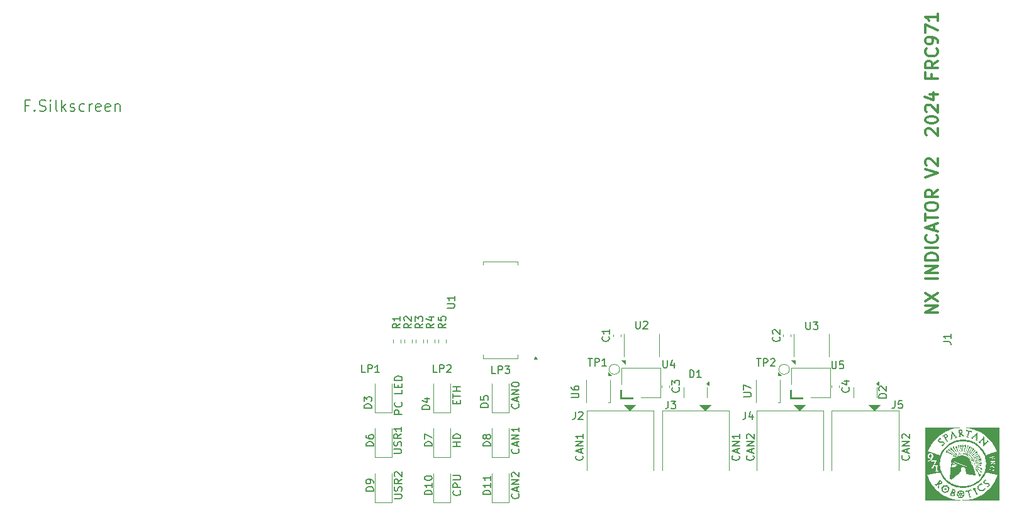
<source format=gbr>
%TF.GenerationSoftware,KiCad,Pcbnew,8.0.3-8.0.3-0~ubuntu22.04.1*%
%TF.CreationDate,2024-07-14T15:19:43-07:00*%
%TF.ProjectId,NX-IndicatorBoard,4e582d49-6e64-4696-9361-746f72426f61,2*%
%TF.SameCoordinates,Original*%
%TF.FileFunction,Legend,Top*%
%TF.FilePolarity,Positive*%
%FSLAX46Y46*%
G04 Gerber Fmt 4.6, Leading zero omitted, Abs format (unit mm)*
G04 Created by KiCad (PCBNEW 8.0.3-8.0.3-0~ubuntu22.04.1) date 2024-07-14 15:19:43*
%MOMM*%
%LPD*%
G01*
G04 APERTURE LIST*
%ADD10C,0.187500*%
%ADD11C,0.355600*%
%ADD12C,0.152400*%
%ADD13C,0.120000*%
%ADD14C,0.000000*%
G04 APERTURE END LIST*
D10*
X29377697Y-70775964D02*
X28877697Y-70775964D01*
X28877697Y-71561678D02*
X28877697Y-70061678D01*
X28877697Y-70061678D02*
X29591983Y-70061678D01*
X30163411Y-71418821D02*
X30234840Y-71490250D01*
X30234840Y-71490250D02*
X30163411Y-71561678D01*
X30163411Y-71561678D02*
X30091983Y-71490250D01*
X30091983Y-71490250D02*
X30163411Y-71418821D01*
X30163411Y-71418821D02*
X30163411Y-71561678D01*
X30806269Y-71490250D02*
X31020555Y-71561678D01*
X31020555Y-71561678D02*
X31377697Y-71561678D01*
X31377697Y-71561678D02*
X31520555Y-71490250D01*
X31520555Y-71490250D02*
X31591983Y-71418821D01*
X31591983Y-71418821D02*
X31663412Y-71275964D01*
X31663412Y-71275964D02*
X31663412Y-71133107D01*
X31663412Y-71133107D02*
X31591983Y-70990250D01*
X31591983Y-70990250D02*
X31520555Y-70918821D01*
X31520555Y-70918821D02*
X31377697Y-70847392D01*
X31377697Y-70847392D02*
X31091983Y-70775964D01*
X31091983Y-70775964D02*
X30949126Y-70704535D01*
X30949126Y-70704535D02*
X30877697Y-70633107D01*
X30877697Y-70633107D02*
X30806269Y-70490250D01*
X30806269Y-70490250D02*
X30806269Y-70347392D01*
X30806269Y-70347392D02*
X30877697Y-70204535D01*
X30877697Y-70204535D02*
X30949126Y-70133107D01*
X30949126Y-70133107D02*
X31091983Y-70061678D01*
X31091983Y-70061678D02*
X31449126Y-70061678D01*
X31449126Y-70061678D02*
X31663412Y-70133107D01*
X32306268Y-71561678D02*
X32306268Y-70561678D01*
X32306268Y-70061678D02*
X32234840Y-70133107D01*
X32234840Y-70133107D02*
X32306268Y-70204535D01*
X32306268Y-70204535D02*
X32377697Y-70133107D01*
X32377697Y-70133107D02*
X32306268Y-70061678D01*
X32306268Y-70061678D02*
X32306268Y-70204535D01*
X33234840Y-71561678D02*
X33091983Y-71490250D01*
X33091983Y-71490250D02*
X33020554Y-71347392D01*
X33020554Y-71347392D02*
X33020554Y-70061678D01*
X33806268Y-71561678D02*
X33806268Y-70061678D01*
X33949126Y-70990250D02*
X34377697Y-71561678D01*
X34377697Y-70561678D02*
X33806268Y-71133107D01*
X34949126Y-71490250D02*
X35091983Y-71561678D01*
X35091983Y-71561678D02*
X35377697Y-71561678D01*
X35377697Y-71561678D02*
X35520554Y-71490250D01*
X35520554Y-71490250D02*
X35591983Y-71347392D01*
X35591983Y-71347392D02*
X35591983Y-71275964D01*
X35591983Y-71275964D02*
X35520554Y-71133107D01*
X35520554Y-71133107D02*
X35377697Y-71061678D01*
X35377697Y-71061678D02*
X35163412Y-71061678D01*
X35163412Y-71061678D02*
X35020554Y-70990250D01*
X35020554Y-70990250D02*
X34949126Y-70847392D01*
X34949126Y-70847392D02*
X34949126Y-70775964D01*
X34949126Y-70775964D02*
X35020554Y-70633107D01*
X35020554Y-70633107D02*
X35163412Y-70561678D01*
X35163412Y-70561678D02*
X35377697Y-70561678D01*
X35377697Y-70561678D02*
X35520554Y-70633107D01*
X36877698Y-71490250D02*
X36734840Y-71561678D01*
X36734840Y-71561678D02*
X36449126Y-71561678D01*
X36449126Y-71561678D02*
X36306269Y-71490250D01*
X36306269Y-71490250D02*
X36234840Y-71418821D01*
X36234840Y-71418821D02*
X36163412Y-71275964D01*
X36163412Y-71275964D02*
X36163412Y-70847392D01*
X36163412Y-70847392D02*
X36234840Y-70704535D01*
X36234840Y-70704535D02*
X36306269Y-70633107D01*
X36306269Y-70633107D02*
X36449126Y-70561678D01*
X36449126Y-70561678D02*
X36734840Y-70561678D01*
X36734840Y-70561678D02*
X36877698Y-70633107D01*
X37520554Y-71561678D02*
X37520554Y-70561678D01*
X37520554Y-70847392D02*
X37591983Y-70704535D01*
X37591983Y-70704535D02*
X37663412Y-70633107D01*
X37663412Y-70633107D02*
X37806269Y-70561678D01*
X37806269Y-70561678D02*
X37949126Y-70561678D01*
X39020554Y-71490250D02*
X38877697Y-71561678D01*
X38877697Y-71561678D02*
X38591983Y-71561678D01*
X38591983Y-71561678D02*
X38449125Y-71490250D01*
X38449125Y-71490250D02*
X38377697Y-71347392D01*
X38377697Y-71347392D02*
X38377697Y-70775964D01*
X38377697Y-70775964D02*
X38449125Y-70633107D01*
X38449125Y-70633107D02*
X38591983Y-70561678D01*
X38591983Y-70561678D02*
X38877697Y-70561678D01*
X38877697Y-70561678D02*
X39020554Y-70633107D01*
X39020554Y-70633107D02*
X39091983Y-70775964D01*
X39091983Y-70775964D02*
X39091983Y-70918821D01*
X39091983Y-70918821D02*
X38377697Y-71061678D01*
X40306268Y-71490250D02*
X40163411Y-71561678D01*
X40163411Y-71561678D02*
X39877697Y-71561678D01*
X39877697Y-71561678D02*
X39734839Y-71490250D01*
X39734839Y-71490250D02*
X39663411Y-71347392D01*
X39663411Y-71347392D02*
X39663411Y-70775964D01*
X39663411Y-70775964D02*
X39734839Y-70633107D01*
X39734839Y-70633107D02*
X39877697Y-70561678D01*
X39877697Y-70561678D02*
X40163411Y-70561678D01*
X40163411Y-70561678D02*
X40306268Y-70633107D01*
X40306268Y-70633107D02*
X40377697Y-70775964D01*
X40377697Y-70775964D02*
X40377697Y-70918821D01*
X40377697Y-70918821D02*
X39663411Y-71061678D01*
X41020553Y-70561678D02*
X41020553Y-71561678D01*
X41020553Y-70704535D02*
X41091982Y-70633107D01*
X41091982Y-70633107D02*
X41234839Y-70561678D01*
X41234839Y-70561678D02*
X41449125Y-70561678D01*
X41449125Y-70561678D02*
X41591982Y-70633107D01*
X41591982Y-70633107D02*
X41663411Y-70775964D01*
X41663411Y-70775964D02*
X41663411Y-71561678D01*
D11*
X151722258Y-98661557D02*
X150071258Y-98661557D01*
X150071258Y-98661557D02*
X151722258Y-97718129D01*
X151722258Y-97718129D02*
X150071258Y-97718129D01*
X150071258Y-97089176D02*
X151722258Y-95988510D01*
X150071258Y-95988510D02*
X151722258Y-97089176D01*
X151722258Y-94101652D02*
X150071258Y-94101652D01*
X151722258Y-93315462D02*
X150071258Y-93315462D01*
X150071258Y-93315462D02*
X151722258Y-92372034D01*
X151722258Y-92372034D02*
X150071258Y-92372034D01*
X151722258Y-91585843D02*
X150071258Y-91585843D01*
X150071258Y-91585843D02*
X150071258Y-91192748D01*
X150071258Y-91192748D02*
X150149877Y-90956891D01*
X150149877Y-90956891D02*
X150307115Y-90799653D01*
X150307115Y-90799653D02*
X150464353Y-90721034D01*
X150464353Y-90721034D02*
X150778829Y-90642415D01*
X150778829Y-90642415D02*
X151014686Y-90642415D01*
X151014686Y-90642415D02*
X151329162Y-90721034D01*
X151329162Y-90721034D02*
X151486400Y-90799653D01*
X151486400Y-90799653D02*
X151643639Y-90956891D01*
X151643639Y-90956891D02*
X151722258Y-91192748D01*
X151722258Y-91192748D02*
X151722258Y-91585843D01*
X151722258Y-89934843D02*
X150071258Y-89934843D01*
X151565019Y-88205225D02*
X151643639Y-88283844D01*
X151643639Y-88283844D02*
X151722258Y-88519701D01*
X151722258Y-88519701D02*
X151722258Y-88676939D01*
X151722258Y-88676939D02*
X151643639Y-88912796D01*
X151643639Y-88912796D02*
X151486400Y-89070034D01*
X151486400Y-89070034D02*
X151329162Y-89148653D01*
X151329162Y-89148653D02*
X151014686Y-89227272D01*
X151014686Y-89227272D02*
X150778829Y-89227272D01*
X150778829Y-89227272D02*
X150464353Y-89148653D01*
X150464353Y-89148653D02*
X150307115Y-89070034D01*
X150307115Y-89070034D02*
X150149877Y-88912796D01*
X150149877Y-88912796D02*
X150071258Y-88676939D01*
X150071258Y-88676939D02*
X150071258Y-88519701D01*
X150071258Y-88519701D02*
X150149877Y-88283844D01*
X150149877Y-88283844D02*
X150228496Y-88205225D01*
X151250543Y-87576272D02*
X151250543Y-86790082D01*
X151722258Y-87733510D02*
X150071258Y-87183177D01*
X150071258Y-87183177D02*
X151722258Y-86632844D01*
X150071258Y-86318367D02*
X150071258Y-85374939D01*
X151722258Y-85846653D02*
X150071258Y-85846653D01*
X150071258Y-84510129D02*
X150071258Y-84195653D01*
X150071258Y-84195653D02*
X150149877Y-84038415D01*
X150149877Y-84038415D02*
X150307115Y-83881177D01*
X150307115Y-83881177D02*
X150621591Y-83802558D01*
X150621591Y-83802558D02*
X151171924Y-83802558D01*
X151171924Y-83802558D02*
X151486400Y-83881177D01*
X151486400Y-83881177D02*
X151643639Y-84038415D01*
X151643639Y-84038415D02*
X151722258Y-84195653D01*
X151722258Y-84195653D02*
X151722258Y-84510129D01*
X151722258Y-84510129D02*
X151643639Y-84667367D01*
X151643639Y-84667367D02*
X151486400Y-84824605D01*
X151486400Y-84824605D02*
X151171924Y-84903224D01*
X151171924Y-84903224D02*
X150621591Y-84903224D01*
X150621591Y-84903224D02*
X150307115Y-84824605D01*
X150307115Y-84824605D02*
X150149877Y-84667367D01*
X150149877Y-84667367D02*
X150071258Y-84510129D01*
X151722258Y-82151558D02*
X150936067Y-82701891D01*
X151722258Y-83094986D02*
X150071258Y-83094986D01*
X150071258Y-83094986D02*
X150071258Y-82466034D01*
X150071258Y-82466034D02*
X150149877Y-82308796D01*
X150149877Y-82308796D02*
X150228496Y-82230177D01*
X150228496Y-82230177D02*
X150385734Y-82151558D01*
X150385734Y-82151558D02*
X150621591Y-82151558D01*
X150621591Y-82151558D02*
X150778829Y-82230177D01*
X150778829Y-82230177D02*
X150857448Y-82308796D01*
X150857448Y-82308796D02*
X150936067Y-82466034D01*
X150936067Y-82466034D02*
X150936067Y-83094986D01*
X150071258Y-80421938D02*
X151722258Y-79871605D01*
X151722258Y-79871605D02*
X150071258Y-79321272D01*
X150228496Y-78849557D02*
X150149877Y-78770938D01*
X150149877Y-78770938D02*
X150071258Y-78613700D01*
X150071258Y-78613700D02*
X150071258Y-78220605D01*
X150071258Y-78220605D02*
X150149877Y-78063367D01*
X150149877Y-78063367D02*
X150228496Y-77984748D01*
X150228496Y-77984748D02*
X150385734Y-77906129D01*
X150385734Y-77906129D02*
X150542972Y-77906129D01*
X150542972Y-77906129D02*
X150778829Y-77984748D01*
X150778829Y-77984748D02*
X151722258Y-78928176D01*
X151722258Y-78928176D02*
X151722258Y-77906129D01*
X150228496Y-74761366D02*
X150149877Y-74682747D01*
X150149877Y-74682747D02*
X150071258Y-74525509D01*
X150071258Y-74525509D02*
X150071258Y-74132414D01*
X150071258Y-74132414D02*
X150149877Y-73975176D01*
X150149877Y-73975176D02*
X150228496Y-73896557D01*
X150228496Y-73896557D02*
X150385734Y-73817938D01*
X150385734Y-73817938D02*
X150542972Y-73817938D01*
X150542972Y-73817938D02*
X150778829Y-73896557D01*
X150778829Y-73896557D02*
X151722258Y-74839985D01*
X151722258Y-74839985D02*
X151722258Y-73817938D01*
X150071258Y-72795890D02*
X150071258Y-72638652D01*
X150071258Y-72638652D02*
X150149877Y-72481414D01*
X150149877Y-72481414D02*
X150228496Y-72402795D01*
X150228496Y-72402795D02*
X150385734Y-72324176D01*
X150385734Y-72324176D02*
X150700210Y-72245557D01*
X150700210Y-72245557D02*
X151093305Y-72245557D01*
X151093305Y-72245557D02*
X151407781Y-72324176D01*
X151407781Y-72324176D02*
X151565019Y-72402795D01*
X151565019Y-72402795D02*
X151643639Y-72481414D01*
X151643639Y-72481414D02*
X151722258Y-72638652D01*
X151722258Y-72638652D02*
X151722258Y-72795890D01*
X151722258Y-72795890D02*
X151643639Y-72953128D01*
X151643639Y-72953128D02*
X151565019Y-73031747D01*
X151565019Y-73031747D02*
X151407781Y-73110366D01*
X151407781Y-73110366D02*
X151093305Y-73188985D01*
X151093305Y-73188985D02*
X150700210Y-73188985D01*
X150700210Y-73188985D02*
X150385734Y-73110366D01*
X150385734Y-73110366D02*
X150228496Y-73031747D01*
X150228496Y-73031747D02*
X150149877Y-72953128D01*
X150149877Y-72953128D02*
X150071258Y-72795890D01*
X150228496Y-71616604D02*
X150149877Y-71537985D01*
X150149877Y-71537985D02*
X150071258Y-71380747D01*
X150071258Y-71380747D02*
X150071258Y-70987652D01*
X150071258Y-70987652D02*
X150149877Y-70830414D01*
X150149877Y-70830414D02*
X150228496Y-70751795D01*
X150228496Y-70751795D02*
X150385734Y-70673176D01*
X150385734Y-70673176D02*
X150542972Y-70673176D01*
X150542972Y-70673176D02*
X150778829Y-70751795D01*
X150778829Y-70751795D02*
X151722258Y-71695223D01*
X151722258Y-71695223D02*
X151722258Y-70673176D01*
X150621591Y-69258033D02*
X151722258Y-69258033D01*
X149992639Y-69651128D02*
X151171924Y-70044223D01*
X151171924Y-70044223D02*
X151171924Y-69022176D01*
X150857448Y-66584985D02*
X150857448Y-67135318D01*
X151722258Y-67135318D02*
X150071258Y-67135318D01*
X150071258Y-67135318D02*
X150071258Y-66349128D01*
X151722258Y-64776747D02*
X150936067Y-65327080D01*
X151722258Y-65720175D02*
X150071258Y-65720175D01*
X150071258Y-65720175D02*
X150071258Y-65091223D01*
X150071258Y-65091223D02*
X150149877Y-64933985D01*
X150149877Y-64933985D02*
X150228496Y-64855366D01*
X150228496Y-64855366D02*
X150385734Y-64776747D01*
X150385734Y-64776747D02*
X150621591Y-64776747D01*
X150621591Y-64776747D02*
X150778829Y-64855366D01*
X150778829Y-64855366D02*
X150857448Y-64933985D01*
X150857448Y-64933985D02*
X150936067Y-65091223D01*
X150936067Y-65091223D02*
X150936067Y-65720175D01*
X151565019Y-63125747D02*
X151643639Y-63204366D01*
X151643639Y-63204366D02*
X151722258Y-63440223D01*
X151722258Y-63440223D02*
X151722258Y-63597461D01*
X151722258Y-63597461D02*
X151643639Y-63833318D01*
X151643639Y-63833318D02*
X151486400Y-63990556D01*
X151486400Y-63990556D02*
X151329162Y-64069175D01*
X151329162Y-64069175D02*
X151014686Y-64147794D01*
X151014686Y-64147794D02*
X150778829Y-64147794D01*
X150778829Y-64147794D02*
X150464353Y-64069175D01*
X150464353Y-64069175D02*
X150307115Y-63990556D01*
X150307115Y-63990556D02*
X150149877Y-63833318D01*
X150149877Y-63833318D02*
X150071258Y-63597461D01*
X150071258Y-63597461D02*
X150071258Y-63440223D01*
X150071258Y-63440223D02*
X150149877Y-63204366D01*
X150149877Y-63204366D02*
X150228496Y-63125747D01*
X151722258Y-62339556D02*
X151722258Y-62025080D01*
X151722258Y-62025080D02*
X151643639Y-61867842D01*
X151643639Y-61867842D02*
X151565019Y-61789223D01*
X151565019Y-61789223D02*
X151329162Y-61631985D01*
X151329162Y-61631985D02*
X151014686Y-61553366D01*
X151014686Y-61553366D02*
X150385734Y-61553366D01*
X150385734Y-61553366D02*
X150228496Y-61631985D01*
X150228496Y-61631985D02*
X150149877Y-61710604D01*
X150149877Y-61710604D02*
X150071258Y-61867842D01*
X150071258Y-61867842D02*
X150071258Y-62182318D01*
X150071258Y-62182318D02*
X150149877Y-62339556D01*
X150149877Y-62339556D02*
X150228496Y-62418175D01*
X150228496Y-62418175D02*
X150385734Y-62496794D01*
X150385734Y-62496794D02*
X150778829Y-62496794D01*
X150778829Y-62496794D02*
X150936067Y-62418175D01*
X150936067Y-62418175D02*
X151014686Y-62339556D01*
X151014686Y-62339556D02*
X151093305Y-62182318D01*
X151093305Y-62182318D02*
X151093305Y-61867842D01*
X151093305Y-61867842D02*
X151014686Y-61710604D01*
X151014686Y-61710604D02*
X150936067Y-61631985D01*
X150936067Y-61631985D02*
X150778829Y-61553366D01*
X150071258Y-61003032D02*
X150071258Y-59902366D01*
X150071258Y-59902366D02*
X151722258Y-60609937D01*
X151722258Y-58408604D02*
X151722258Y-59352032D01*
X151722258Y-58880318D02*
X150071258Y-58880318D01*
X150071258Y-58880318D02*
X150307115Y-59037556D01*
X150307115Y-59037556D02*
X150464353Y-59194794D01*
X150464353Y-59194794D02*
X150542972Y-59352032D01*
D12*
X74680667Y-106709095D02*
X74196857Y-106709095D01*
X74196857Y-106709095D02*
X74196857Y-105693095D01*
X75019333Y-106709095D02*
X75019333Y-105693095D01*
X75019333Y-105693095D02*
X75406381Y-105693095D01*
X75406381Y-105693095D02*
X75503143Y-105741476D01*
X75503143Y-105741476D02*
X75551524Y-105789857D01*
X75551524Y-105789857D02*
X75599905Y-105886619D01*
X75599905Y-105886619D02*
X75599905Y-106031762D01*
X75599905Y-106031762D02*
X75551524Y-106128524D01*
X75551524Y-106128524D02*
X75503143Y-106176905D01*
X75503143Y-106176905D02*
X75406381Y-106225286D01*
X75406381Y-106225286D02*
X75019333Y-106225286D01*
X76567524Y-106709095D02*
X75986952Y-106709095D01*
X76277238Y-106709095D02*
X76277238Y-105693095D01*
X76277238Y-105693095D02*
X76180476Y-105838238D01*
X76180476Y-105838238D02*
X76083714Y-105935000D01*
X76083714Y-105935000D02*
X75986952Y-105983381D01*
X91529895Y-116624704D02*
X90513895Y-116624704D01*
X90513895Y-116624704D02*
X90513895Y-116382799D01*
X90513895Y-116382799D02*
X90562276Y-116237656D01*
X90562276Y-116237656D02*
X90659038Y-116140894D01*
X90659038Y-116140894D02*
X90755800Y-116092513D01*
X90755800Y-116092513D02*
X90949324Y-116044132D01*
X90949324Y-116044132D02*
X91094467Y-116044132D01*
X91094467Y-116044132D02*
X91287991Y-116092513D01*
X91287991Y-116092513D02*
X91384753Y-116140894D01*
X91384753Y-116140894D02*
X91481515Y-116237656D01*
X91481515Y-116237656D02*
X91529895Y-116382799D01*
X91529895Y-116382799D02*
X91529895Y-116624704D01*
X90949324Y-115463561D02*
X90900943Y-115560323D01*
X90900943Y-115560323D02*
X90852562Y-115608704D01*
X90852562Y-115608704D02*
X90755800Y-115657085D01*
X90755800Y-115657085D02*
X90707419Y-115657085D01*
X90707419Y-115657085D02*
X90610657Y-115608704D01*
X90610657Y-115608704D02*
X90562276Y-115560323D01*
X90562276Y-115560323D02*
X90513895Y-115463561D01*
X90513895Y-115463561D02*
X90513895Y-115270037D01*
X90513895Y-115270037D02*
X90562276Y-115173275D01*
X90562276Y-115173275D02*
X90610657Y-115124894D01*
X90610657Y-115124894D02*
X90707419Y-115076513D01*
X90707419Y-115076513D02*
X90755800Y-115076513D01*
X90755800Y-115076513D02*
X90852562Y-115124894D01*
X90852562Y-115124894D02*
X90900943Y-115173275D01*
X90900943Y-115173275D02*
X90949324Y-115270037D01*
X90949324Y-115270037D02*
X90949324Y-115463561D01*
X90949324Y-115463561D02*
X90997705Y-115560323D01*
X90997705Y-115560323D02*
X91046086Y-115608704D01*
X91046086Y-115608704D02*
X91142848Y-115657085D01*
X91142848Y-115657085D02*
X91336372Y-115657085D01*
X91336372Y-115657085D02*
X91433134Y-115608704D01*
X91433134Y-115608704D02*
X91481515Y-115560323D01*
X91481515Y-115560323D02*
X91529895Y-115463561D01*
X91529895Y-115463561D02*
X91529895Y-115270037D01*
X91529895Y-115270037D02*
X91481515Y-115173275D01*
X91481515Y-115173275D02*
X91433134Y-115124894D01*
X91433134Y-115124894D02*
X91336372Y-115076513D01*
X91336372Y-115076513D02*
X91142848Y-115076513D01*
X91142848Y-115076513D02*
X91046086Y-115124894D01*
X91046086Y-115124894D02*
X90997705Y-115173275D01*
X90997705Y-115173275D02*
X90949324Y-115270037D01*
X95285134Y-117011751D02*
X95333515Y-117060132D01*
X95333515Y-117060132D02*
X95381895Y-117205275D01*
X95381895Y-117205275D02*
X95381895Y-117302037D01*
X95381895Y-117302037D02*
X95333515Y-117447180D01*
X95333515Y-117447180D02*
X95236753Y-117543942D01*
X95236753Y-117543942D02*
X95139991Y-117592323D01*
X95139991Y-117592323D02*
X94946467Y-117640704D01*
X94946467Y-117640704D02*
X94801324Y-117640704D01*
X94801324Y-117640704D02*
X94607800Y-117592323D01*
X94607800Y-117592323D02*
X94511038Y-117543942D01*
X94511038Y-117543942D02*
X94414276Y-117447180D01*
X94414276Y-117447180D02*
X94365895Y-117302037D01*
X94365895Y-117302037D02*
X94365895Y-117205275D01*
X94365895Y-117205275D02*
X94414276Y-117060132D01*
X94414276Y-117060132D02*
X94462657Y-117011751D01*
X95091610Y-116624704D02*
X95091610Y-116140894D01*
X95381895Y-116721466D02*
X94365895Y-116382799D01*
X94365895Y-116382799D02*
X95381895Y-116044132D01*
X95381895Y-115705466D02*
X94365895Y-115705466D01*
X94365895Y-115705466D02*
X95381895Y-115124894D01*
X95381895Y-115124894D02*
X94365895Y-115124894D01*
X95381895Y-114108894D02*
X95381895Y-114689466D01*
X95381895Y-114399180D02*
X94365895Y-114399180D01*
X94365895Y-114399180D02*
X94511038Y-114495942D01*
X94511038Y-114495942D02*
X94607800Y-114592704D01*
X94607800Y-114592704D02*
X94656181Y-114689466D01*
X104661304Y-104805295D02*
X105241876Y-104805295D01*
X104951590Y-105821295D02*
X104951590Y-104805295D01*
X105580542Y-105821295D02*
X105580542Y-104805295D01*
X105580542Y-104805295D02*
X105967590Y-104805295D01*
X105967590Y-104805295D02*
X106064352Y-104853676D01*
X106064352Y-104853676D02*
X106112733Y-104902057D01*
X106112733Y-104902057D02*
X106161114Y-104998819D01*
X106161114Y-104998819D02*
X106161114Y-105143962D01*
X106161114Y-105143962D02*
X106112733Y-105240724D01*
X106112733Y-105240724D02*
X106064352Y-105289105D01*
X106064352Y-105289105D02*
X105967590Y-105337486D01*
X105967590Y-105337486D02*
X105580542Y-105337486D01*
X107128733Y-105821295D02*
X106548161Y-105821295D01*
X106838447Y-105821295D02*
X106838447Y-104805295D01*
X106838447Y-104805295D02*
X106741685Y-104950438D01*
X106741685Y-104950438D02*
X106644923Y-105047200D01*
X106644923Y-105047200D02*
X106548161Y-105095581D01*
X130413334Y-101921732D02*
X130461715Y-101970113D01*
X130461715Y-101970113D02*
X130510095Y-102115256D01*
X130510095Y-102115256D02*
X130510095Y-102212018D01*
X130510095Y-102212018D02*
X130461715Y-102357161D01*
X130461715Y-102357161D02*
X130364953Y-102453923D01*
X130364953Y-102453923D02*
X130268191Y-102502304D01*
X130268191Y-102502304D02*
X130074667Y-102550685D01*
X130074667Y-102550685D02*
X129929524Y-102550685D01*
X129929524Y-102550685D02*
X129736000Y-102502304D01*
X129736000Y-102502304D02*
X129639238Y-102453923D01*
X129639238Y-102453923D02*
X129542476Y-102357161D01*
X129542476Y-102357161D02*
X129494095Y-102212018D01*
X129494095Y-102212018D02*
X129494095Y-102115256D01*
X129494095Y-102115256D02*
X129542476Y-101970113D01*
X129542476Y-101970113D02*
X129590857Y-101921732D01*
X129590857Y-101534685D02*
X129542476Y-101486304D01*
X129542476Y-101486304D02*
X129494095Y-101389542D01*
X129494095Y-101389542D02*
X129494095Y-101147637D01*
X129494095Y-101147637D02*
X129542476Y-101050875D01*
X129542476Y-101050875D02*
X129590857Y-101002494D01*
X129590857Y-101002494D02*
X129687619Y-100954113D01*
X129687619Y-100954113D02*
X129784381Y-100954113D01*
X129784381Y-100954113D02*
X129929524Y-101002494D01*
X129929524Y-101002494D02*
X130510095Y-101583066D01*
X130510095Y-101583066D02*
X130510095Y-100954113D01*
X107451734Y-101896332D02*
X107500115Y-101944713D01*
X107500115Y-101944713D02*
X107548495Y-102089856D01*
X107548495Y-102089856D02*
X107548495Y-102186618D01*
X107548495Y-102186618D02*
X107500115Y-102331761D01*
X107500115Y-102331761D02*
X107403353Y-102428523D01*
X107403353Y-102428523D02*
X107306591Y-102476904D01*
X107306591Y-102476904D02*
X107113067Y-102525285D01*
X107113067Y-102525285D02*
X106967924Y-102525285D01*
X106967924Y-102525285D02*
X106774400Y-102476904D01*
X106774400Y-102476904D02*
X106677638Y-102428523D01*
X106677638Y-102428523D02*
X106580876Y-102331761D01*
X106580876Y-102331761D02*
X106532495Y-102186618D01*
X106532495Y-102186618D02*
X106532495Y-102089856D01*
X106532495Y-102089856D02*
X106580876Y-101944713D01*
X106580876Y-101944713D02*
X106629257Y-101896332D01*
X107548495Y-100928713D02*
X107548495Y-101509285D01*
X107548495Y-101218999D02*
X106532495Y-101218999D01*
X106532495Y-101218999D02*
X106677638Y-101315761D01*
X106677638Y-101315761D02*
X106774400Y-101412523D01*
X106774400Y-101412523D02*
X106822781Y-101509285D01*
X82427895Y-100143732D02*
X81944086Y-100482399D01*
X82427895Y-100724304D02*
X81411895Y-100724304D01*
X81411895Y-100724304D02*
X81411895Y-100337256D01*
X81411895Y-100337256D02*
X81460276Y-100240494D01*
X81460276Y-100240494D02*
X81508657Y-100192113D01*
X81508657Y-100192113D02*
X81605419Y-100143732D01*
X81605419Y-100143732D02*
X81750562Y-100143732D01*
X81750562Y-100143732D02*
X81847324Y-100192113D01*
X81847324Y-100192113D02*
X81895705Y-100240494D01*
X81895705Y-100240494D02*
X81944086Y-100337256D01*
X81944086Y-100337256D02*
X81944086Y-100724304D01*
X81411895Y-99805066D02*
X81411895Y-99176113D01*
X81411895Y-99176113D02*
X81798943Y-99514780D01*
X81798943Y-99514780D02*
X81798943Y-99369637D01*
X81798943Y-99369637D02*
X81847324Y-99272875D01*
X81847324Y-99272875D02*
X81895705Y-99224494D01*
X81895705Y-99224494D02*
X81992467Y-99176113D01*
X81992467Y-99176113D02*
X82234372Y-99176113D01*
X82234372Y-99176113D02*
X82331134Y-99224494D01*
X82331134Y-99224494D02*
X82379515Y-99272875D01*
X82379515Y-99272875D02*
X82427895Y-99369637D01*
X82427895Y-99369637D02*
X82427895Y-99659923D01*
X82427895Y-99659923D02*
X82379515Y-99756685D01*
X82379515Y-99756685D02*
X82331134Y-99805066D01*
X85704495Y-98030695D02*
X86526972Y-98030695D01*
X86526972Y-98030695D02*
X86623734Y-97982314D01*
X86623734Y-97982314D02*
X86672115Y-97933933D01*
X86672115Y-97933933D02*
X86720495Y-97837171D01*
X86720495Y-97837171D02*
X86720495Y-97643647D01*
X86720495Y-97643647D02*
X86672115Y-97546885D01*
X86672115Y-97546885D02*
X86623734Y-97498504D01*
X86623734Y-97498504D02*
X86526972Y-97450123D01*
X86526972Y-97450123D02*
X85704495Y-97450123D01*
X86720495Y-96434123D02*
X86720495Y-97014695D01*
X86720495Y-96724409D02*
X85704495Y-96724409D01*
X85704495Y-96724409D02*
X85849638Y-96821171D01*
X85849638Y-96821171D02*
X85946400Y-96917933D01*
X85946400Y-96917933D02*
X85994781Y-97014695D01*
X80903895Y-100143732D02*
X80420086Y-100482399D01*
X80903895Y-100724304D02*
X79887895Y-100724304D01*
X79887895Y-100724304D02*
X79887895Y-100337256D01*
X79887895Y-100337256D02*
X79936276Y-100240494D01*
X79936276Y-100240494D02*
X79984657Y-100192113D01*
X79984657Y-100192113D02*
X80081419Y-100143732D01*
X80081419Y-100143732D02*
X80226562Y-100143732D01*
X80226562Y-100143732D02*
X80323324Y-100192113D01*
X80323324Y-100192113D02*
X80371705Y-100240494D01*
X80371705Y-100240494D02*
X80420086Y-100337256D01*
X80420086Y-100337256D02*
X80420086Y-100724304D01*
X79984657Y-99756685D02*
X79936276Y-99708304D01*
X79936276Y-99708304D02*
X79887895Y-99611542D01*
X79887895Y-99611542D02*
X79887895Y-99369637D01*
X79887895Y-99369637D02*
X79936276Y-99272875D01*
X79936276Y-99272875D02*
X79984657Y-99224494D01*
X79984657Y-99224494D02*
X80081419Y-99176113D01*
X80081419Y-99176113D02*
X80178181Y-99176113D01*
X80178181Y-99176113D02*
X80323324Y-99224494D01*
X80323324Y-99224494D02*
X80903895Y-99805066D01*
X80903895Y-99805066D02*
X80903895Y-99176113D01*
X75781895Y-122669904D02*
X74765895Y-122669904D01*
X74765895Y-122669904D02*
X74765895Y-122427999D01*
X74765895Y-122427999D02*
X74814276Y-122282856D01*
X74814276Y-122282856D02*
X74911038Y-122186094D01*
X74911038Y-122186094D02*
X75007800Y-122137713D01*
X75007800Y-122137713D02*
X75201324Y-122089332D01*
X75201324Y-122089332D02*
X75346467Y-122089332D01*
X75346467Y-122089332D02*
X75539991Y-122137713D01*
X75539991Y-122137713D02*
X75636753Y-122186094D01*
X75636753Y-122186094D02*
X75733515Y-122282856D01*
X75733515Y-122282856D02*
X75781895Y-122427999D01*
X75781895Y-122427999D02*
X75781895Y-122669904D01*
X75781895Y-121605523D02*
X75781895Y-121411999D01*
X75781895Y-121411999D02*
X75733515Y-121315237D01*
X75733515Y-121315237D02*
X75685134Y-121266856D01*
X75685134Y-121266856D02*
X75539991Y-121170094D01*
X75539991Y-121170094D02*
X75346467Y-121121713D01*
X75346467Y-121121713D02*
X74959419Y-121121713D01*
X74959419Y-121121713D02*
X74862657Y-121170094D01*
X74862657Y-121170094D02*
X74814276Y-121218475D01*
X74814276Y-121218475D02*
X74765895Y-121315237D01*
X74765895Y-121315237D02*
X74765895Y-121508761D01*
X74765895Y-121508761D02*
X74814276Y-121605523D01*
X74814276Y-121605523D02*
X74862657Y-121653904D01*
X74862657Y-121653904D02*
X74959419Y-121702285D01*
X74959419Y-121702285D02*
X75201324Y-121702285D01*
X75201324Y-121702285D02*
X75298086Y-121653904D01*
X75298086Y-121653904D02*
X75346467Y-121605523D01*
X75346467Y-121605523D02*
X75394848Y-121508761D01*
X75394848Y-121508761D02*
X75394848Y-121315237D01*
X75394848Y-121315237D02*
X75346467Y-121218475D01*
X75346467Y-121218475D02*
X75298086Y-121170094D01*
X75298086Y-121170094D02*
X75201324Y-121121713D01*
X78567095Y-123685904D02*
X79389572Y-123685904D01*
X79389572Y-123685904D02*
X79486334Y-123637523D01*
X79486334Y-123637523D02*
X79534715Y-123589142D01*
X79534715Y-123589142D02*
X79583095Y-123492380D01*
X79583095Y-123492380D02*
X79583095Y-123298856D01*
X79583095Y-123298856D02*
X79534715Y-123202094D01*
X79534715Y-123202094D02*
X79486334Y-123153713D01*
X79486334Y-123153713D02*
X79389572Y-123105332D01*
X79389572Y-123105332D02*
X78567095Y-123105332D01*
X79534715Y-122669904D02*
X79583095Y-122524761D01*
X79583095Y-122524761D02*
X79583095Y-122282856D01*
X79583095Y-122282856D02*
X79534715Y-122186094D01*
X79534715Y-122186094D02*
X79486334Y-122137713D01*
X79486334Y-122137713D02*
X79389572Y-122089332D01*
X79389572Y-122089332D02*
X79292810Y-122089332D01*
X79292810Y-122089332D02*
X79196048Y-122137713D01*
X79196048Y-122137713D02*
X79147667Y-122186094D01*
X79147667Y-122186094D02*
X79099286Y-122282856D01*
X79099286Y-122282856D02*
X79050905Y-122476380D01*
X79050905Y-122476380D02*
X79002524Y-122573142D01*
X79002524Y-122573142D02*
X78954143Y-122621523D01*
X78954143Y-122621523D02*
X78857381Y-122669904D01*
X78857381Y-122669904D02*
X78760619Y-122669904D01*
X78760619Y-122669904D02*
X78663857Y-122621523D01*
X78663857Y-122621523D02*
X78615476Y-122573142D01*
X78615476Y-122573142D02*
X78567095Y-122476380D01*
X78567095Y-122476380D02*
X78567095Y-122234475D01*
X78567095Y-122234475D02*
X78615476Y-122089332D01*
X79583095Y-121073332D02*
X79099286Y-121411999D01*
X79583095Y-121653904D02*
X78567095Y-121653904D01*
X78567095Y-121653904D02*
X78567095Y-121266856D01*
X78567095Y-121266856D02*
X78615476Y-121170094D01*
X78615476Y-121170094D02*
X78663857Y-121121713D01*
X78663857Y-121121713D02*
X78760619Y-121073332D01*
X78760619Y-121073332D02*
X78905762Y-121073332D01*
X78905762Y-121073332D02*
X79002524Y-121121713D01*
X79002524Y-121121713D02*
X79050905Y-121170094D01*
X79050905Y-121170094D02*
X79099286Y-121266856D01*
X79099286Y-121266856D02*
X79099286Y-121653904D01*
X78663857Y-120686285D02*
X78615476Y-120637904D01*
X78615476Y-120637904D02*
X78567095Y-120541142D01*
X78567095Y-120541142D02*
X78567095Y-120299237D01*
X78567095Y-120299237D02*
X78615476Y-120202475D01*
X78615476Y-120202475D02*
X78663857Y-120154094D01*
X78663857Y-120154094D02*
X78760619Y-120105713D01*
X78760619Y-120105713D02*
X78857381Y-120105713D01*
X78857381Y-120105713D02*
X79002524Y-120154094D01*
X79002524Y-120154094D02*
X79583095Y-120734666D01*
X79583095Y-120734666D02*
X79583095Y-120105713D01*
X114745104Y-105059295D02*
X114745104Y-105881772D01*
X114745104Y-105881772D02*
X114793485Y-105978534D01*
X114793485Y-105978534D02*
X114841866Y-106026915D01*
X114841866Y-106026915D02*
X114938628Y-106075295D01*
X114938628Y-106075295D02*
X115132152Y-106075295D01*
X115132152Y-106075295D02*
X115228914Y-106026915D01*
X115228914Y-106026915D02*
X115277295Y-105978534D01*
X115277295Y-105978534D02*
X115325676Y-105881772D01*
X115325676Y-105881772D02*
X115325676Y-105059295D01*
X116244914Y-105397962D02*
X116244914Y-106075295D01*
X116003009Y-105010915D02*
X115761104Y-105736629D01*
X115761104Y-105736629D02*
X116390057Y-105736629D01*
X116857334Y-108754332D02*
X116905715Y-108802713D01*
X116905715Y-108802713D02*
X116954095Y-108947856D01*
X116954095Y-108947856D02*
X116954095Y-109044618D01*
X116954095Y-109044618D02*
X116905715Y-109189761D01*
X116905715Y-109189761D02*
X116808953Y-109286523D01*
X116808953Y-109286523D02*
X116712191Y-109334904D01*
X116712191Y-109334904D02*
X116518667Y-109383285D01*
X116518667Y-109383285D02*
X116373524Y-109383285D01*
X116373524Y-109383285D02*
X116180000Y-109334904D01*
X116180000Y-109334904D02*
X116083238Y-109286523D01*
X116083238Y-109286523D02*
X115986476Y-109189761D01*
X115986476Y-109189761D02*
X115938095Y-109044618D01*
X115938095Y-109044618D02*
X115938095Y-108947856D01*
X115938095Y-108947856D02*
X115986476Y-108802713D01*
X115986476Y-108802713D02*
X116034857Y-108754332D01*
X115938095Y-108415666D02*
X115938095Y-107786713D01*
X115938095Y-107786713D02*
X116325143Y-108125380D01*
X116325143Y-108125380D02*
X116325143Y-107980237D01*
X116325143Y-107980237D02*
X116373524Y-107883475D01*
X116373524Y-107883475D02*
X116421905Y-107835094D01*
X116421905Y-107835094D02*
X116518667Y-107786713D01*
X116518667Y-107786713D02*
X116760572Y-107786713D01*
X116760572Y-107786713D02*
X116857334Y-107835094D01*
X116857334Y-107835094D02*
X116905715Y-107883475D01*
X116905715Y-107883475D02*
X116954095Y-107980237D01*
X116954095Y-107980237D02*
X116954095Y-108270523D01*
X116954095Y-108270523D02*
X116905715Y-108367285D01*
X116905715Y-108367285D02*
X116857334Y-108415666D01*
X137478104Y-105211695D02*
X137478104Y-106034172D01*
X137478104Y-106034172D02*
X137526485Y-106130934D01*
X137526485Y-106130934D02*
X137574866Y-106179315D01*
X137574866Y-106179315D02*
X137671628Y-106227695D01*
X137671628Y-106227695D02*
X137865152Y-106227695D01*
X137865152Y-106227695D02*
X137961914Y-106179315D01*
X137961914Y-106179315D02*
X138010295Y-106130934D01*
X138010295Y-106130934D02*
X138058676Y-106034172D01*
X138058676Y-106034172D02*
X138058676Y-105211695D01*
X139026295Y-105211695D02*
X138542485Y-105211695D01*
X138542485Y-105211695D02*
X138494104Y-105695505D01*
X138494104Y-105695505D02*
X138542485Y-105647124D01*
X138542485Y-105647124D02*
X138639247Y-105598743D01*
X138639247Y-105598743D02*
X138881152Y-105598743D01*
X138881152Y-105598743D02*
X138977914Y-105647124D01*
X138977914Y-105647124D02*
X139026295Y-105695505D01*
X139026295Y-105695505D02*
X139074676Y-105792267D01*
X139074676Y-105792267D02*
X139074676Y-106034172D01*
X139074676Y-106034172D02*
X139026295Y-106130934D01*
X139026295Y-106130934D02*
X138977914Y-106179315D01*
X138977914Y-106179315D02*
X138881152Y-106227695D01*
X138881152Y-106227695D02*
X138639247Y-106227695D01*
X138639247Y-106227695D02*
X138542485Y-106179315D01*
X138542485Y-106179315D02*
X138494104Y-106130934D01*
X152481095Y-102573666D02*
X153206810Y-102573666D01*
X153206810Y-102573666D02*
X153351953Y-102622047D01*
X153351953Y-102622047D02*
X153448715Y-102718809D01*
X153448715Y-102718809D02*
X153497095Y-102863952D01*
X153497095Y-102863952D02*
X153497095Y-102960714D01*
X153497095Y-101557666D02*
X153497095Y-102138238D01*
X153497095Y-101847952D02*
X152481095Y-101847952D01*
X152481095Y-101847952D02*
X152626238Y-101944714D01*
X152626238Y-101944714D02*
X152723000Y-102041476D01*
X152723000Y-102041476D02*
X152771381Y-102138238D01*
X102937733Y-111993495D02*
X102937733Y-112719210D01*
X102937733Y-112719210D02*
X102889352Y-112864353D01*
X102889352Y-112864353D02*
X102792590Y-112961115D01*
X102792590Y-112961115D02*
X102647447Y-113009495D01*
X102647447Y-113009495D02*
X102550685Y-113009495D01*
X103373161Y-112090257D02*
X103421542Y-112041876D01*
X103421542Y-112041876D02*
X103518304Y-111993495D01*
X103518304Y-111993495D02*
X103760209Y-111993495D01*
X103760209Y-111993495D02*
X103856971Y-112041876D01*
X103856971Y-112041876D02*
X103905352Y-112090257D01*
X103905352Y-112090257D02*
X103953733Y-112187019D01*
X103953733Y-112187019D02*
X103953733Y-112283781D01*
X103953733Y-112283781D02*
X103905352Y-112428924D01*
X103905352Y-112428924D02*
X103324780Y-113009495D01*
X103324780Y-113009495D02*
X103953733Y-113009495D01*
X103895734Y-117926151D02*
X103944115Y-117974532D01*
X103944115Y-117974532D02*
X103992495Y-118119675D01*
X103992495Y-118119675D02*
X103992495Y-118216437D01*
X103992495Y-118216437D02*
X103944115Y-118361580D01*
X103944115Y-118361580D02*
X103847353Y-118458342D01*
X103847353Y-118458342D02*
X103750591Y-118506723D01*
X103750591Y-118506723D02*
X103557067Y-118555104D01*
X103557067Y-118555104D02*
X103411924Y-118555104D01*
X103411924Y-118555104D02*
X103218400Y-118506723D01*
X103218400Y-118506723D02*
X103121638Y-118458342D01*
X103121638Y-118458342D02*
X103024876Y-118361580D01*
X103024876Y-118361580D02*
X102976495Y-118216437D01*
X102976495Y-118216437D02*
X102976495Y-118119675D01*
X102976495Y-118119675D02*
X103024876Y-117974532D01*
X103024876Y-117974532D02*
X103073257Y-117926151D01*
X103702210Y-117539104D02*
X103702210Y-117055294D01*
X103992495Y-117635866D02*
X102976495Y-117297199D01*
X102976495Y-117297199D02*
X103992495Y-116958532D01*
X103992495Y-116619866D02*
X102976495Y-116619866D01*
X102976495Y-116619866D02*
X103992495Y-116039294D01*
X103992495Y-116039294D02*
X102976495Y-116039294D01*
X103992495Y-115023294D02*
X103992495Y-115603866D01*
X103992495Y-115313580D02*
X102976495Y-115313580D01*
X102976495Y-115313580D02*
X103121638Y-115410342D01*
X103121638Y-115410342D02*
X103218400Y-115507104D01*
X103218400Y-115507104D02*
X103266781Y-115603866D01*
X144822695Y-110147704D02*
X143806695Y-110147704D01*
X143806695Y-110147704D02*
X143806695Y-109905799D01*
X143806695Y-109905799D02*
X143855076Y-109760656D01*
X143855076Y-109760656D02*
X143951838Y-109663894D01*
X143951838Y-109663894D02*
X144048600Y-109615513D01*
X144048600Y-109615513D02*
X144242124Y-109567132D01*
X144242124Y-109567132D02*
X144387267Y-109567132D01*
X144387267Y-109567132D02*
X144580791Y-109615513D01*
X144580791Y-109615513D02*
X144677553Y-109663894D01*
X144677553Y-109663894D02*
X144774315Y-109760656D01*
X144774315Y-109760656D02*
X144822695Y-109905799D01*
X144822695Y-109905799D02*
X144822695Y-110147704D01*
X143903457Y-109180085D02*
X143855076Y-109131704D01*
X143855076Y-109131704D02*
X143806695Y-109034942D01*
X143806695Y-109034942D02*
X143806695Y-108793037D01*
X143806695Y-108793037D02*
X143855076Y-108696275D01*
X143855076Y-108696275D02*
X143903457Y-108647894D01*
X143903457Y-108647894D02*
X144000219Y-108599513D01*
X144000219Y-108599513D02*
X144096981Y-108599513D01*
X144096981Y-108599513D02*
X144242124Y-108647894D01*
X144242124Y-108647894D02*
X144822695Y-109228466D01*
X144822695Y-109228466D02*
X144822695Y-108599513D01*
X111087504Y-99801495D02*
X111087504Y-100623972D01*
X111087504Y-100623972D02*
X111135885Y-100720734D01*
X111135885Y-100720734D02*
X111184266Y-100769115D01*
X111184266Y-100769115D02*
X111281028Y-100817495D01*
X111281028Y-100817495D02*
X111474552Y-100817495D01*
X111474552Y-100817495D02*
X111571314Y-100769115D01*
X111571314Y-100769115D02*
X111619695Y-100720734D01*
X111619695Y-100720734D02*
X111668076Y-100623972D01*
X111668076Y-100623972D02*
X111668076Y-99801495D01*
X112103504Y-99898257D02*
X112151885Y-99849876D01*
X112151885Y-99849876D02*
X112248647Y-99801495D01*
X112248647Y-99801495D02*
X112490552Y-99801495D01*
X112490552Y-99801495D02*
X112587314Y-99849876D01*
X112587314Y-99849876D02*
X112635695Y-99898257D01*
X112635695Y-99898257D02*
X112684076Y-99995019D01*
X112684076Y-99995019D02*
X112684076Y-100091781D01*
X112684076Y-100091781D02*
X112635695Y-100236924D01*
X112635695Y-100236924D02*
X112055123Y-100817495D01*
X112055123Y-100817495D02*
X112684076Y-100817495D01*
X75519095Y-111544704D02*
X74503095Y-111544704D01*
X74503095Y-111544704D02*
X74503095Y-111302799D01*
X74503095Y-111302799D02*
X74551476Y-111157656D01*
X74551476Y-111157656D02*
X74648238Y-111060894D01*
X74648238Y-111060894D02*
X74745000Y-111012513D01*
X74745000Y-111012513D02*
X74938524Y-110964132D01*
X74938524Y-110964132D02*
X75083667Y-110964132D01*
X75083667Y-110964132D02*
X75277191Y-111012513D01*
X75277191Y-111012513D02*
X75373953Y-111060894D01*
X75373953Y-111060894D02*
X75470715Y-111157656D01*
X75470715Y-111157656D02*
X75519095Y-111302799D01*
X75519095Y-111302799D02*
X75519095Y-111544704D01*
X74503095Y-110625466D02*
X74503095Y-109996513D01*
X74503095Y-109996513D02*
X74890143Y-110335180D01*
X74890143Y-110335180D02*
X74890143Y-110190037D01*
X74890143Y-110190037D02*
X74938524Y-110093275D01*
X74938524Y-110093275D02*
X74986905Y-110044894D01*
X74986905Y-110044894D02*
X75083667Y-109996513D01*
X75083667Y-109996513D02*
X75325572Y-109996513D01*
X75325572Y-109996513D02*
X75422334Y-110044894D01*
X75422334Y-110044894D02*
X75470715Y-110093275D01*
X75470715Y-110093275D02*
X75519095Y-110190037D01*
X75519095Y-110190037D02*
X75519095Y-110480323D01*
X75519095Y-110480323D02*
X75470715Y-110577085D01*
X75470715Y-110577085D02*
X75422334Y-110625466D01*
X79633895Y-112344199D02*
X78617895Y-112344199D01*
X78617895Y-112344199D02*
X78617895Y-111957151D01*
X78617895Y-111957151D02*
X78666276Y-111860389D01*
X78666276Y-111860389D02*
X78714657Y-111812008D01*
X78714657Y-111812008D02*
X78811419Y-111763627D01*
X78811419Y-111763627D02*
X78956562Y-111763627D01*
X78956562Y-111763627D02*
X79053324Y-111812008D01*
X79053324Y-111812008D02*
X79101705Y-111860389D01*
X79101705Y-111860389D02*
X79150086Y-111957151D01*
X79150086Y-111957151D02*
X79150086Y-112344199D01*
X79537134Y-110747627D02*
X79585515Y-110796008D01*
X79585515Y-110796008D02*
X79633895Y-110941151D01*
X79633895Y-110941151D02*
X79633895Y-111037913D01*
X79633895Y-111037913D02*
X79585515Y-111183056D01*
X79585515Y-111183056D02*
X79488753Y-111279818D01*
X79488753Y-111279818D02*
X79391991Y-111328199D01*
X79391991Y-111328199D02*
X79198467Y-111376580D01*
X79198467Y-111376580D02*
X79053324Y-111376580D01*
X79053324Y-111376580D02*
X78859800Y-111328199D01*
X78859800Y-111328199D02*
X78763038Y-111279818D01*
X78763038Y-111279818D02*
X78666276Y-111183056D01*
X78666276Y-111183056D02*
X78617895Y-111037913D01*
X78617895Y-111037913D02*
X78617895Y-110941151D01*
X78617895Y-110941151D02*
X78666276Y-110796008D01*
X78666276Y-110796008D02*
X78714657Y-110747627D01*
X79633895Y-109054294D02*
X79633895Y-109538104D01*
X79633895Y-109538104D02*
X78617895Y-109538104D01*
X79101705Y-108715628D02*
X79101705Y-108376961D01*
X79633895Y-108231818D02*
X79633895Y-108715628D01*
X79633895Y-108715628D02*
X78617895Y-108715628D01*
X78617895Y-108715628D02*
X78617895Y-108231818D01*
X79633895Y-107796390D02*
X78617895Y-107796390D01*
X78617895Y-107796390D02*
X78617895Y-107554485D01*
X78617895Y-107554485D02*
X78666276Y-107409342D01*
X78666276Y-107409342D02*
X78763038Y-107312580D01*
X78763038Y-107312580D02*
X78859800Y-107264199D01*
X78859800Y-107264199D02*
X79053324Y-107215818D01*
X79053324Y-107215818D02*
X79198467Y-107215818D01*
X79198467Y-107215818D02*
X79391991Y-107264199D01*
X79391991Y-107264199D02*
X79488753Y-107312580D01*
X79488753Y-107312580D02*
X79585515Y-107409342D01*
X79585515Y-107409342D02*
X79633895Y-107554485D01*
X79633895Y-107554485D02*
X79633895Y-107796390D01*
X139717334Y-108754332D02*
X139765715Y-108802713D01*
X139765715Y-108802713D02*
X139814095Y-108947856D01*
X139814095Y-108947856D02*
X139814095Y-109044618D01*
X139814095Y-109044618D02*
X139765715Y-109189761D01*
X139765715Y-109189761D02*
X139668953Y-109286523D01*
X139668953Y-109286523D02*
X139572191Y-109334904D01*
X139572191Y-109334904D02*
X139378667Y-109383285D01*
X139378667Y-109383285D02*
X139233524Y-109383285D01*
X139233524Y-109383285D02*
X139040000Y-109334904D01*
X139040000Y-109334904D02*
X138943238Y-109286523D01*
X138943238Y-109286523D02*
X138846476Y-109189761D01*
X138846476Y-109189761D02*
X138798095Y-109044618D01*
X138798095Y-109044618D02*
X138798095Y-108947856D01*
X138798095Y-108947856D02*
X138846476Y-108802713D01*
X138846476Y-108802713D02*
X138894857Y-108754332D01*
X139136762Y-107883475D02*
X139814095Y-107883475D01*
X138749715Y-108125380D02*
X139475429Y-108367285D01*
X139475429Y-108367285D02*
X139475429Y-107738332D01*
X133998304Y-99903095D02*
X133998304Y-100725572D01*
X133998304Y-100725572D02*
X134046685Y-100822334D01*
X134046685Y-100822334D02*
X134095066Y-100870715D01*
X134095066Y-100870715D02*
X134191828Y-100919095D01*
X134191828Y-100919095D02*
X134385352Y-100919095D01*
X134385352Y-100919095D02*
X134482114Y-100870715D01*
X134482114Y-100870715D02*
X134530495Y-100822334D01*
X134530495Y-100822334D02*
X134578876Y-100725572D01*
X134578876Y-100725572D02*
X134578876Y-99903095D01*
X134965923Y-99903095D02*
X135594876Y-99903095D01*
X135594876Y-99903095D02*
X135256209Y-100290143D01*
X135256209Y-100290143D02*
X135401352Y-100290143D01*
X135401352Y-100290143D02*
X135498114Y-100338524D01*
X135498114Y-100338524D02*
X135546495Y-100386905D01*
X135546495Y-100386905D02*
X135594876Y-100483667D01*
X135594876Y-100483667D02*
X135594876Y-100725572D01*
X135594876Y-100725572D02*
X135546495Y-100822334D01*
X135546495Y-100822334D02*
X135498114Y-100870715D01*
X135498114Y-100870715D02*
X135401352Y-100919095D01*
X135401352Y-100919095D02*
X135111066Y-100919095D01*
X135111066Y-100919095D02*
X135014304Y-100870715D01*
X135014304Y-100870715D02*
X134965923Y-100822334D01*
X84332667Y-106709095D02*
X83848857Y-106709095D01*
X83848857Y-106709095D02*
X83848857Y-105693095D01*
X84671333Y-106709095D02*
X84671333Y-105693095D01*
X84671333Y-105693095D02*
X85058381Y-105693095D01*
X85058381Y-105693095D02*
X85155143Y-105741476D01*
X85155143Y-105741476D02*
X85203524Y-105789857D01*
X85203524Y-105789857D02*
X85251905Y-105886619D01*
X85251905Y-105886619D02*
X85251905Y-106031762D01*
X85251905Y-106031762D02*
X85203524Y-106128524D01*
X85203524Y-106128524D02*
X85155143Y-106176905D01*
X85155143Y-106176905D02*
X85058381Y-106225286D01*
X85058381Y-106225286D02*
X84671333Y-106225286D01*
X85638952Y-105789857D02*
X85687333Y-105741476D01*
X85687333Y-105741476D02*
X85784095Y-105693095D01*
X85784095Y-105693095D02*
X86026000Y-105693095D01*
X86026000Y-105693095D02*
X86122762Y-105741476D01*
X86122762Y-105741476D02*
X86171143Y-105789857D01*
X86171143Y-105789857D02*
X86219524Y-105886619D01*
X86219524Y-105886619D02*
X86219524Y-105983381D01*
X86219524Y-105983381D02*
X86171143Y-106128524D01*
X86171143Y-106128524D02*
X85590571Y-106709095D01*
X85590571Y-106709095D02*
X86219524Y-106709095D01*
X83655895Y-116624704D02*
X82639895Y-116624704D01*
X82639895Y-116624704D02*
X82639895Y-116382799D01*
X82639895Y-116382799D02*
X82688276Y-116237656D01*
X82688276Y-116237656D02*
X82785038Y-116140894D01*
X82785038Y-116140894D02*
X82881800Y-116092513D01*
X82881800Y-116092513D02*
X83075324Y-116044132D01*
X83075324Y-116044132D02*
X83220467Y-116044132D01*
X83220467Y-116044132D02*
X83413991Y-116092513D01*
X83413991Y-116092513D02*
X83510753Y-116140894D01*
X83510753Y-116140894D02*
X83607515Y-116237656D01*
X83607515Y-116237656D02*
X83655895Y-116382799D01*
X83655895Y-116382799D02*
X83655895Y-116624704D01*
X82639895Y-115705466D02*
X82639895Y-115028132D01*
X82639895Y-115028132D02*
X83655895Y-115463561D01*
X87507895Y-116673085D02*
X86491895Y-116673085D01*
X86975705Y-116673085D02*
X86975705Y-116092513D01*
X87507895Y-116092513D02*
X86491895Y-116092513D01*
X87507895Y-115608704D02*
X86491895Y-115608704D01*
X86491895Y-115608704D02*
X86491895Y-115366799D01*
X86491895Y-115366799D02*
X86540276Y-115221656D01*
X86540276Y-115221656D02*
X86637038Y-115124894D01*
X86637038Y-115124894D02*
X86733800Y-115076513D01*
X86733800Y-115076513D02*
X86927324Y-115028132D01*
X86927324Y-115028132D02*
X87072467Y-115028132D01*
X87072467Y-115028132D02*
X87265991Y-115076513D01*
X87265991Y-115076513D02*
X87362753Y-115124894D01*
X87362753Y-115124894D02*
X87459515Y-115221656D01*
X87459515Y-115221656D02*
X87507895Y-115366799D01*
X87507895Y-115366799D02*
X87507895Y-115608704D01*
X91529895Y-123153714D02*
X90513895Y-123153714D01*
X90513895Y-123153714D02*
X90513895Y-122911809D01*
X90513895Y-122911809D02*
X90562276Y-122766666D01*
X90562276Y-122766666D02*
X90659038Y-122669904D01*
X90659038Y-122669904D02*
X90755800Y-122621523D01*
X90755800Y-122621523D02*
X90949324Y-122573142D01*
X90949324Y-122573142D02*
X91094467Y-122573142D01*
X91094467Y-122573142D02*
X91287991Y-122621523D01*
X91287991Y-122621523D02*
X91384753Y-122669904D01*
X91384753Y-122669904D02*
X91481515Y-122766666D01*
X91481515Y-122766666D02*
X91529895Y-122911809D01*
X91529895Y-122911809D02*
X91529895Y-123153714D01*
X91529895Y-121605523D02*
X91529895Y-122186095D01*
X91529895Y-121895809D02*
X90513895Y-121895809D01*
X90513895Y-121895809D02*
X90659038Y-121992571D01*
X90659038Y-121992571D02*
X90755800Y-122089333D01*
X90755800Y-122089333D02*
X90804181Y-122186095D01*
X91529895Y-120637904D02*
X91529895Y-121218476D01*
X91529895Y-120928190D02*
X90513895Y-120928190D01*
X90513895Y-120928190D02*
X90659038Y-121024952D01*
X90659038Y-121024952D02*
X90755800Y-121121714D01*
X90755800Y-121121714D02*
X90804181Y-121218476D01*
X95285134Y-123056951D02*
X95333515Y-123105332D01*
X95333515Y-123105332D02*
X95381895Y-123250475D01*
X95381895Y-123250475D02*
X95381895Y-123347237D01*
X95381895Y-123347237D02*
X95333515Y-123492380D01*
X95333515Y-123492380D02*
X95236753Y-123589142D01*
X95236753Y-123589142D02*
X95139991Y-123637523D01*
X95139991Y-123637523D02*
X94946467Y-123685904D01*
X94946467Y-123685904D02*
X94801324Y-123685904D01*
X94801324Y-123685904D02*
X94607800Y-123637523D01*
X94607800Y-123637523D02*
X94511038Y-123589142D01*
X94511038Y-123589142D02*
X94414276Y-123492380D01*
X94414276Y-123492380D02*
X94365895Y-123347237D01*
X94365895Y-123347237D02*
X94365895Y-123250475D01*
X94365895Y-123250475D02*
X94414276Y-123105332D01*
X94414276Y-123105332D02*
X94462657Y-123056951D01*
X95091610Y-122669904D02*
X95091610Y-122186094D01*
X95381895Y-122766666D02*
X94365895Y-122427999D01*
X94365895Y-122427999D02*
X95381895Y-122089332D01*
X95381895Y-121750666D02*
X94365895Y-121750666D01*
X94365895Y-121750666D02*
X95381895Y-121170094D01*
X95381895Y-121170094D02*
X94365895Y-121170094D01*
X94462657Y-120734666D02*
X94414276Y-120686285D01*
X94414276Y-120686285D02*
X94365895Y-120589523D01*
X94365895Y-120589523D02*
X94365895Y-120347618D01*
X94365895Y-120347618D02*
X94414276Y-120250856D01*
X94414276Y-120250856D02*
X94462657Y-120202475D01*
X94462657Y-120202475D02*
X94559419Y-120154094D01*
X94559419Y-120154094D02*
X94656181Y-120154094D01*
X94656181Y-120154094D02*
X94801324Y-120202475D01*
X94801324Y-120202475D02*
X95381895Y-120783047D01*
X95381895Y-120783047D02*
X95381895Y-120154094D01*
X125607895Y-109994095D02*
X126430372Y-109994095D01*
X126430372Y-109994095D02*
X126527134Y-109945714D01*
X126527134Y-109945714D02*
X126575515Y-109897333D01*
X126575515Y-109897333D02*
X126623895Y-109800571D01*
X126623895Y-109800571D02*
X126623895Y-109607047D01*
X126623895Y-109607047D02*
X126575515Y-109510285D01*
X126575515Y-109510285D02*
X126527134Y-109461904D01*
X126527134Y-109461904D02*
X126430372Y-109413523D01*
X126430372Y-109413523D02*
X125607895Y-109413523D01*
X125607895Y-109026476D02*
X125607895Y-108349142D01*
X125607895Y-108349142D02*
X126623895Y-108784571D01*
X127343504Y-104856095D02*
X127924076Y-104856095D01*
X127633790Y-105872095D02*
X127633790Y-104856095D01*
X128262742Y-105872095D02*
X128262742Y-104856095D01*
X128262742Y-104856095D02*
X128649790Y-104856095D01*
X128649790Y-104856095D02*
X128746552Y-104904476D01*
X128746552Y-104904476D02*
X128794933Y-104952857D01*
X128794933Y-104952857D02*
X128843314Y-105049619D01*
X128843314Y-105049619D02*
X128843314Y-105194762D01*
X128843314Y-105194762D02*
X128794933Y-105291524D01*
X128794933Y-105291524D02*
X128746552Y-105339905D01*
X128746552Y-105339905D02*
X128649790Y-105388286D01*
X128649790Y-105388286D02*
X128262742Y-105388286D01*
X129230361Y-104952857D02*
X129278742Y-104904476D01*
X129278742Y-104904476D02*
X129375504Y-104856095D01*
X129375504Y-104856095D02*
X129617409Y-104856095D01*
X129617409Y-104856095D02*
X129714171Y-104904476D01*
X129714171Y-104904476D02*
X129762552Y-104952857D01*
X129762552Y-104952857D02*
X129810933Y-105049619D01*
X129810933Y-105049619D02*
X129810933Y-105146381D01*
X129810933Y-105146381D02*
X129762552Y-105291524D01*
X129762552Y-105291524D02*
X129181980Y-105872095D01*
X129181980Y-105872095D02*
X129810933Y-105872095D01*
X85501295Y-100143732D02*
X85017486Y-100482399D01*
X85501295Y-100724304D02*
X84485295Y-100724304D01*
X84485295Y-100724304D02*
X84485295Y-100337256D01*
X84485295Y-100337256D02*
X84533676Y-100240494D01*
X84533676Y-100240494D02*
X84582057Y-100192113D01*
X84582057Y-100192113D02*
X84678819Y-100143732D01*
X84678819Y-100143732D02*
X84823962Y-100143732D01*
X84823962Y-100143732D02*
X84920724Y-100192113D01*
X84920724Y-100192113D02*
X84969105Y-100240494D01*
X84969105Y-100240494D02*
X85017486Y-100337256D01*
X85017486Y-100337256D02*
X85017486Y-100724304D01*
X84485295Y-99224494D02*
X84485295Y-99708304D01*
X84485295Y-99708304D02*
X84969105Y-99756685D01*
X84969105Y-99756685D02*
X84920724Y-99708304D01*
X84920724Y-99708304D02*
X84872343Y-99611542D01*
X84872343Y-99611542D02*
X84872343Y-99369637D01*
X84872343Y-99369637D02*
X84920724Y-99272875D01*
X84920724Y-99272875D02*
X84969105Y-99224494D01*
X84969105Y-99224494D02*
X85065867Y-99176113D01*
X85065867Y-99176113D02*
X85307772Y-99176113D01*
X85307772Y-99176113D02*
X85404534Y-99224494D01*
X85404534Y-99224494D02*
X85452915Y-99272875D01*
X85452915Y-99272875D02*
X85501295Y-99369637D01*
X85501295Y-99369637D02*
X85501295Y-99611542D01*
X85501295Y-99611542D02*
X85452915Y-99708304D01*
X85452915Y-99708304D02*
X85404534Y-99756685D01*
X145965333Y-110545695D02*
X145965333Y-111271410D01*
X145965333Y-111271410D02*
X145916952Y-111416553D01*
X145916952Y-111416553D02*
X145820190Y-111513315D01*
X145820190Y-111513315D02*
X145675047Y-111561695D01*
X145675047Y-111561695D02*
X145578285Y-111561695D01*
X146932952Y-110545695D02*
X146449142Y-110545695D01*
X146449142Y-110545695D02*
X146400761Y-111029505D01*
X146400761Y-111029505D02*
X146449142Y-110981124D01*
X146449142Y-110981124D02*
X146545904Y-110932743D01*
X146545904Y-110932743D02*
X146787809Y-110932743D01*
X146787809Y-110932743D02*
X146884571Y-110981124D01*
X146884571Y-110981124D02*
X146932952Y-111029505D01*
X146932952Y-111029505D02*
X146981333Y-111126267D01*
X146981333Y-111126267D02*
X146981333Y-111368172D01*
X146981333Y-111368172D02*
X146932952Y-111464934D01*
X146932952Y-111464934D02*
X146884571Y-111513315D01*
X146884571Y-111513315D02*
X146787809Y-111561695D01*
X146787809Y-111561695D02*
X146545904Y-111561695D01*
X146545904Y-111561695D02*
X146449142Y-111513315D01*
X146449142Y-111513315D02*
X146400761Y-111464934D01*
X147812334Y-117900751D02*
X147860715Y-117949132D01*
X147860715Y-117949132D02*
X147909095Y-118094275D01*
X147909095Y-118094275D02*
X147909095Y-118191037D01*
X147909095Y-118191037D02*
X147860715Y-118336180D01*
X147860715Y-118336180D02*
X147763953Y-118432942D01*
X147763953Y-118432942D02*
X147667191Y-118481323D01*
X147667191Y-118481323D02*
X147473667Y-118529704D01*
X147473667Y-118529704D02*
X147328524Y-118529704D01*
X147328524Y-118529704D02*
X147135000Y-118481323D01*
X147135000Y-118481323D02*
X147038238Y-118432942D01*
X147038238Y-118432942D02*
X146941476Y-118336180D01*
X146941476Y-118336180D02*
X146893095Y-118191037D01*
X146893095Y-118191037D02*
X146893095Y-118094275D01*
X146893095Y-118094275D02*
X146941476Y-117949132D01*
X146941476Y-117949132D02*
X146989857Y-117900751D01*
X147618810Y-117513704D02*
X147618810Y-117029894D01*
X147909095Y-117610466D02*
X146893095Y-117271799D01*
X146893095Y-117271799D02*
X147909095Y-116933132D01*
X147909095Y-116594466D02*
X146893095Y-116594466D01*
X146893095Y-116594466D02*
X147909095Y-116013894D01*
X147909095Y-116013894D02*
X146893095Y-116013894D01*
X146989857Y-115578466D02*
X146941476Y-115530085D01*
X146941476Y-115530085D02*
X146893095Y-115433323D01*
X146893095Y-115433323D02*
X146893095Y-115191418D01*
X146893095Y-115191418D02*
X146941476Y-115094656D01*
X146941476Y-115094656D02*
X146989857Y-115046275D01*
X146989857Y-115046275D02*
X147086619Y-114997894D01*
X147086619Y-114997894D02*
X147183381Y-114997894D01*
X147183381Y-114997894D02*
X147328524Y-115046275D01*
X147328524Y-115046275D02*
X147909095Y-115626847D01*
X147909095Y-115626847D02*
X147909095Y-114997894D01*
X91216295Y-111417704D02*
X90200295Y-111417704D01*
X90200295Y-111417704D02*
X90200295Y-111175799D01*
X90200295Y-111175799D02*
X90248676Y-111030656D01*
X90248676Y-111030656D02*
X90345438Y-110933894D01*
X90345438Y-110933894D02*
X90442200Y-110885513D01*
X90442200Y-110885513D02*
X90635724Y-110837132D01*
X90635724Y-110837132D02*
X90780867Y-110837132D01*
X90780867Y-110837132D02*
X90974391Y-110885513D01*
X90974391Y-110885513D02*
X91071153Y-110933894D01*
X91071153Y-110933894D02*
X91167915Y-111030656D01*
X91167915Y-111030656D02*
X91216295Y-111175799D01*
X91216295Y-111175799D02*
X91216295Y-111417704D01*
X90200295Y-109917894D02*
X90200295Y-110401704D01*
X90200295Y-110401704D02*
X90684105Y-110450085D01*
X90684105Y-110450085D02*
X90635724Y-110401704D01*
X90635724Y-110401704D02*
X90587343Y-110304942D01*
X90587343Y-110304942D02*
X90587343Y-110063037D01*
X90587343Y-110063037D02*
X90635724Y-109966275D01*
X90635724Y-109966275D02*
X90684105Y-109917894D01*
X90684105Y-109917894D02*
X90780867Y-109869513D01*
X90780867Y-109869513D02*
X91022772Y-109869513D01*
X91022772Y-109869513D02*
X91119534Y-109917894D01*
X91119534Y-109917894D02*
X91167915Y-109966275D01*
X91167915Y-109966275D02*
X91216295Y-110063037D01*
X91216295Y-110063037D02*
X91216295Y-110304942D01*
X91216295Y-110304942D02*
X91167915Y-110401704D01*
X91167915Y-110401704D02*
X91119534Y-110450085D01*
X95285134Y-110941151D02*
X95333515Y-110989532D01*
X95333515Y-110989532D02*
X95381895Y-111134675D01*
X95381895Y-111134675D02*
X95381895Y-111231437D01*
X95381895Y-111231437D02*
X95333515Y-111376580D01*
X95333515Y-111376580D02*
X95236753Y-111473342D01*
X95236753Y-111473342D02*
X95139991Y-111521723D01*
X95139991Y-111521723D02*
X94946467Y-111570104D01*
X94946467Y-111570104D02*
X94801324Y-111570104D01*
X94801324Y-111570104D02*
X94607800Y-111521723D01*
X94607800Y-111521723D02*
X94511038Y-111473342D01*
X94511038Y-111473342D02*
X94414276Y-111376580D01*
X94414276Y-111376580D02*
X94365895Y-111231437D01*
X94365895Y-111231437D02*
X94365895Y-111134675D01*
X94365895Y-111134675D02*
X94414276Y-110989532D01*
X94414276Y-110989532D02*
X94462657Y-110941151D01*
X95091610Y-110554104D02*
X95091610Y-110070294D01*
X95381895Y-110650866D02*
X94365895Y-110312199D01*
X94365895Y-110312199D02*
X95381895Y-109973532D01*
X95381895Y-109634866D02*
X94365895Y-109634866D01*
X94365895Y-109634866D02*
X95381895Y-109054294D01*
X95381895Y-109054294D02*
X94365895Y-109054294D01*
X94365895Y-108376961D02*
X94365895Y-108280199D01*
X94365895Y-108280199D02*
X94414276Y-108183437D01*
X94414276Y-108183437D02*
X94462657Y-108135056D01*
X94462657Y-108135056D02*
X94559419Y-108086675D01*
X94559419Y-108086675D02*
X94752943Y-108038294D01*
X94752943Y-108038294D02*
X94994848Y-108038294D01*
X94994848Y-108038294D02*
X95188372Y-108086675D01*
X95188372Y-108086675D02*
X95285134Y-108135056D01*
X95285134Y-108135056D02*
X95333515Y-108183437D01*
X95333515Y-108183437D02*
X95381895Y-108280199D01*
X95381895Y-108280199D02*
X95381895Y-108376961D01*
X95381895Y-108376961D02*
X95333515Y-108473723D01*
X95333515Y-108473723D02*
X95285134Y-108522104D01*
X95285134Y-108522104D02*
X95188372Y-108570485D01*
X95188372Y-108570485D02*
X94994848Y-108618866D01*
X94994848Y-108618866D02*
X94752943Y-108618866D01*
X94752943Y-108618866D02*
X94559419Y-108570485D01*
X94559419Y-108570485D02*
X94462657Y-108522104D01*
X94462657Y-108522104D02*
X94414276Y-108473723D01*
X94414276Y-108473723D02*
X94365895Y-108376961D01*
X115434533Y-110571095D02*
X115434533Y-111296810D01*
X115434533Y-111296810D02*
X115386152Y-111441953D01*
X115386152Y-111441953D02*
X115289390Y-111538715D01*
X115289390Y-111538715D02*
X115144247Y-111587095D01*
X115144247Y-111587095D02*
X115047485Y-111587095D01*
X115821580Y-110571095D02*
X116450533Y-110571095D01*
X116450533Y-110571095D02*
X116111866Y-110958143D01*
X116111866Y-110958143D02*
X116257009Y-110958143D01*
X116257009Y-110958143D02*
X116353771Y-111006524D01*
X116353771Y-111006524D02*
X116402152Y-111054905D01*
X116402152Y-111054905D02*
X116450533Y-111151667D01*
X116450533Y-111151667D02*
X116450533Y-111393572D01*
X116450533Y-111393572D02*
X116402152Y-111490334D01*
X116402152Y-111490334D02*
X116353771Y-111538715D01*
X116353771Y-111538715D02*
X116257009Y-111587095D01*
X116257009Y-111587095D02*
X115966723Y-111587095D01*
X115966723Y-111587095D02*
X115869961Y-111538715D01*
X115869961Y-111538715D02*
X115821580Y-111490334D01*
X124952334Y-117926151D02*
X125000715Y-117974532D01*
X125000715Y-117974532D02*
X125049095Y-118119675D01*
X125049095Y-118119675D02*
X125049095Y-118216437D01*
X125049095Y-118216437D02*
X125000715Y-118361580D01*
X125000715Y-118361580D02*
X124903953Y-118458342D01*
X124903953Y-118458342D02*
X124807191Y-118506723D01*
X124807191Y-118506723D02*
X124613667Y-118555104D01*
X124613667Y-118555104D02*
X124468524Y-118555104D01*
X124468524Y-118555104D02*
X124275000Y-118506723D01*
X124275000Y-118506723D02*
X124178238Y-118458342D01*
X124178238Y-118458342D02*
X124081476Y-118361580D01*
X124081476Y-118361580D02*
X124033095Y-118216437D01*
X124033095Y-118216437D02*
X124033095Y-118119675D01*
X124033095Y-118119675D02*
X124081476Y-117974532D01*
X124081476Y-117974532D02*
X124129857Y-117926151D01*
X124758810Y-117539104D02*
X124758810Y-117055294D01*
X125049095Y-117635866D02*
X124033095Y-117297199D01*
X124033095Y-117297199D02*
X125049095Y-116958532D01*
X125049095Y-116619866D02*
X124033095Y-116619866D01*
X124033095Y-116619866D02*
X125049095Y-116039294D01*
X125049095Y-116039294D02*
X124033095Y-116039294D01*
X125049095Y-115023294D02*
X125049095Y-115603866D01*
X125049095Y-115313580D02*
X124033095Y-115313580D01*
X124033095Y-115313580D02*
X124178238Y-115410342D01*
X124178238Y-115410342D02*
X124275000Y-115507104D01*
X124275000Y-115507104D02*
X124323381Y-115603866D01*
X118350695Y-107396095D02*
X118350695Y-106380095D01*
X118350695Y-106380095D02*
X118592600Y-106380095D01*
X118592600Y-106380095D02*
X118737743Y-106428476D01*
X118737743Y-106428476D02*
X118834505Y-106525238D01*
X118834505Y-106525238D02*
X118882886Y-106622000D01*
X118882886Y-106622000D02*
X118931267Y-106815524D01*
X118931267Y-106815524D02*
X118931267Y-106960667D01*
X118931267Y-106960667D02*
X118882886Y-107154191D01*
X118882886Y-107154191D02*
X118834505Y-107250953D01*
X118834505Y-107250953D02*
X118737743Y-107347715D01*
X118737743Y-107347715D02*
X118592600Y-107396095D01*
X118592600Y-107396095D02*
X118350695Y-107396095D01*
X119898886Y-107396095D02*
X119318314Y-107396095D01*
X119608600Y-107396095D02*
X119608600Y-106380095D01*
X119608600Y-106380095D02*
X119511838Y-106525238D01*
X119511838Y-106525238D02*
X119415076Y-106622000D01*
X119415076Y-106622000D02*
X119318314Y-106670381D01*
X83901095Y-100143732D02*
X83417286Y-100482399D01*
X83901095Y-100724304D02*
X82885095Y-100724304D01*
X82885095Y-100724304D02*
X82885095Y-100337256D01*
X82885095Y-100337256D02*
X82933476Y-100240494D01*
X82933476Y-100240494D02*
X82981857Y-100192113D01*
X82981857Y-100192113D02*
X83078619Y-100143732D01*
X83078619Y-100143732D02*
X83223762Y-100143732D01*
X83223762Y-100143732D02*
X83320524Y-100192113D01*
X83320524Y-100192113D02*
X83368905Y-100240494D01*
X83368905Y-100240494D02*
X83417286Y-100337256D01*
X83417286Y-100337256D02*
X83417286Y-100724304D01*
X83223762Y-99272875D02*
X83901095Y-99272875D01*
X82836715Y-99514780D02*
X83562429Y-99756685D01*
X83562429Y-99756685D02*
X83562429Y-99127732D01*
X125873933Y-111993495D02*
X125873933Y-112719210D01*
X125873933Y-112719210D02*
X125825552Y-112864353D01*
X125825552Y-112864353D02*
X125728790Y-112961115D01*
X125728790Y-112961115D02*
X125583647Y-113009495D01*
X125583647Y-113009495D02*
X125486885Y-113009495D01*
X126793171Y-112332162D02*
X126793171Y-113009495D01*
X126551266Y-111945115D02*
X126309361Y-112670829D01*
X126309361Y-112670829D02*
X126938314Y-112670829D01*
X126882734Y-117926151D02*
X126931115Y-117974532D01*
X126931115Y-117974532D02*
X126979495Y-118119675D01*
X126979495Y-118119675D02*
X126979495Y-118216437D01*
X126979495Y-118216437D02*
X126931115Y-118361580D01*
X126931115Y-118361580D02*
X126834353Y-118458342D01*
X126834353Y-118458342D02*
X126737591Y-118506723D01*
X126737591Y-118506723D02*
X126544067Y-118555104D01*
X126544067Y-118555104D02*
X126398924Y-118555104D01*
X126398924Y-118555104D02*
X126205400Y-118506723D01*
X126205400Y-118506723D02*
X126108638Y-118458342D01*
X126108638Y-118458342D02*
X126011876Y-118361580D01*
X126011876Y-118361580D02*
X125963495Y-118216437D01*
X125963495Y-118216437D02*
X125963495Y-118119675D01*
X125963495Y-118119675D02*
X126011876Y-117974532D01*
X126011876Y-117974532D02*
X126060257Y-117926151D01*
X126689210Y-117539104D02*
X126689210Y-117055294D01*
X126979495Y-117635866D02*
X125963495Y-117297199D01*
X125963495Y-117297199D02*
X126979495Y-116958532D01*
X126979495Y-116619866D02*
X125963495Y-116619866D01*
X125963495Y-116619866D02*
X126979495Y-116039294D01*
X126979495Y-116039294D02*
X125963495Y-116039294D01*
X126060257Y-115603866D02*
X126011876Y-115555485D01*
X126011876Y-115555485D02*
X125963495Y-115458723D01*
X125963495Y-115458723D02*
X125963495Y-115216818D01*
X125963495Y-115216818D02*
X126011876Y-115120056D01*
X126011876Y-115120056D02*
X126060257Y-115071675D01*
X126060257Y-115071675D02*
X126157019Y-115023294D01*
X126157019Y-115023294D02*
X126253781Y-115023294D01*
X126253781Y-115023294D02*
X126398924Y-115071675D01*
X126398924Y-115071675D02*
X126979495Y-115652247D01*
X126979495Y-115652247D02*
X126979495Y-115023294D01*
X102417695Y-110121095D02*
X103240172Y-110121095D01*
X103240172Y-110121095D02*
X103336934Y-110072714D01*
X103336934Y-110072714D02*
X103385315Y-110024333D01*
X103385315Y-110024333D02*
X103433695Y-109927571D01*
X103433695Y-109927571D02*
X103433695Y-109734047D01*
X103433695Y-109734047D02*
X103385315Y-109637285D01*
X103385315Y-109637285D02*
X103336934Y-109588904D01*
X103336934Y-109588904D02*
X103240172Y-109540523D01*
X103240172Y-109540523D02*
X102417695Y-109540523D01*
X102417695Y-108621285D02*
X102417695Y-108814809D01*
X102417695Y-108814809D02*
X102466076Y-108911571D01*
X102466076Y-108911571D02*
X102514457Y-108959952D01*
X102514457Y-108959952D02*
X102659600Y-109056714D01*
X102659600Y-109056714D02*
X102853124Y-109105095D01*
X102853124Y-109105095D02*
X103240172Y-109105095D01*
X103240172Y-109105095D02*
X103336934Y-109056714D01*
X103336934Y-109056714D02*
X103385315Y-109008333D01*
X103385315Y-109008333D02*
X103433695Y-108911571D01*
X103433695Y-108911571D02*
X103433695Y-108718047D01*
X103433695Y-108718047D02*
X103385315Y-108621285D01*
X103385315Y-108621285D02*
X103336934Y-108572904D01*
X103336934Y-108572904D02*
X103240172Y-108524523D01*
X103240172Y-108524523D02*
X102998267Y-108524523D01*
X102998267Y-108524523D02*
X102901505Y-108572904D01*
X102901505Y-108572904D02*
X102853124Y-108621285D01*
X102853124Y-108621285D02*
X102804743Y-108718047D01*
X102804743Y-108718047D02*
X102804743Y-108911571D01*
X102804743Y-108911571D02*
X102853124Y-109008333D01*
X102853124Y-109008333D02*
X102901505Y-109056714D01*
X102901505Y-109056714D02*
X102998267Y-109105095D01*
X83342295Y-111697104D02*
X82326295Y-111697104D01*
X82326295Y-111697104D02*
X82326295Y-111455199D01*
X82326295Y-111455199D02*
X82374676Y-111310056D01*
X82374676Y-111310056D02*
X82471438Y-111213294D01*
X82471438Y-111213294D02*
X82568200Y-111164913D01*
X82568200Y-111164913D02*
X82761724Y-111116532D01*
X82761724Y-111116532D02*
X82906867Y-111116532D01*
X82906867Y-111116532D02*
X83100391Y-111164913D01*
X83100391Y-111164913D02*
X83197153Y-111213294D01*
X83197153Y-111213294D02*
X83293915Y-111310056D01*
X83293915Y-111310056D02*
X83342295Y-111455199D01*
X83342295Y-111455199D02*
X83342295Y-111697104D01*
X82664962Y-110245675D02*
X83342295Y-110245675D01*
X82277915Y-110487580D02*
X83003629Y-110729485D01*
X83003629Y-110729485D02*
X83003629Y-110100532D01*
X86975705Y-110941152D02*
X86975705Y-110602485D01*
X87507895Y-110457342D02*
X87507895Y-110941152D01*
X87507895Y-110941152D02*
X86491895Y-110941152D01*
X86491895Y-110941152D02*
X86491895Y-110457342D01*
X86491895Y-110167057D02*
X86491895Y-109586485D01*
X87507895Y-109876771D02*
X86491895Y-109876771D01*
X87507895Y-109247819D02*
X86491895Y-109247819D01*
X86975705Y-109247819D02*
X86975705Y-108667247D01*
X87507895Y-108667247D02*
X86491895Y-108667247D01*
X75781895Y-116624704D02*
X74765895Y-116624704D01*
X74765895Y-116624704D02*
X74765895Y-116382799D01*
X74765895Y-116382799D02*
X74814276Y-116237656D01*
X74814276Y-116237656D02*
X74911038Y-116140894D01*
X74911038Y-116140894D02*
X75007800Y-116092513D01*
X75007800Y-116092513D02*
X75201324Y-116044132D01*
X75201324Y-116044132D02*
X75346467Y-116044132D01*
X75346467Y-116044132D02*
X75539991Y-116092513D01*
X75539991Y-116092513D02*
X75636753Y-116140894D01*
X75636753Y-116140894D02*
X75733515Y-116237656D01*
X75733515Y-116237656D02*
X75781895Y-116382799D01*
X75781895Y-116382799D02*
X75781895Y-116624704D01*
X74765895Y-115173275D02*
X74765895Y-115366799D01*
X74765895Y-115366799D02*
X74814276Y-115463561D01*
X74814276Y-115463561D02*
X74862657Y-115511942D01*
X74862657Y-115511942D02*
X75007800Y-115608704D01*
X75007800Y-115608704D02*
X75201324Y-115657085D01*
X75201324Y-115657085D02*
X75588372Y-115657085D01*
X75588372Y-115657085D02*
X75685134Y-115608704D01*
X75685134Y-115608704D02*
X75733515Y-115560323D01*
X75733515Y-115560323D02*
X75781895Y-115463561D01*
X75781895Y-115463561D02*
X75781895Y-115270037D01*
X75781895Y-115270037D02*
X75733515Y-115173275D01*
X75733515Y-115173275D02*
X75685134Y-115124894D01*
X75685134Y-115124894D02*
X75588372Y-115076513D01*
X75588372Y-115076513D02*
X75346467Y-115076513D01*
X75346467Y-115076513D02*
X75249705Y-115124894D01*
X75249705Y-115124894D02*
X75201324Y-115173275D01*
X75201324Y-115173275D02*
X75152943Y-115270037D01*
X75152943Y-115270037D02*
X75152943Y-115463561D01*
X75152943Y-115463561D02*
X75201324Y-115560323D01*
X75201324Y-115560323D02*
X75249705Y-115608704D01*
X75249705Y-115608704D02*
X75346467Y-115657085D01*
X78516295Y-117615304D02*
X79338772Y-117615304D01*
X79338772Y-117615304D02*
X79435534Y-117566923D01*
X79435534Y-117566923D02*
X79483915Y-117518542D01*
X79483915Y-117518542D02*
X79532295Y-117421780D01*
X79532295Y-117421780D02*
X79532295Y-117228256D01*
X79532295Y-117228256D02*
X79483915Y-117131494D01*
X79483915Y-117131494D02*
X79435534Y-117083113D01*
X79435534Y-117083113D02*
X79338772Y-117034732D01*
X79338772Y-117034732D02*
X78516295Y-117034732D01*
X79483915Y-116599304D02*
X79532295Y-116454161D01*
X79532295Y-116454161D02*
X79532295Y-116212256D01*
X79532295Y-116212256D02*
X79483915Y-116115494D01*
X79483915Y-116115494D02*
X79435534Y-116067113D01*
X79435534Y-116067113D02*
X79338772Y-116018732D01*
X79338772Y-116018732D02*
X79242010Y-116018732D01*
X79242010Y-116018732D02*
X79145248Y-116067113D01*
X79145248Y-116067113D02*
X79096867Y-116115494D01*
X79096867Y-116115494D02*
X79048486Y-116212256D01*
X79048486Y-116212256D02*
X79000105Y-116405780D01*
X79000105Y-116405780D02*
X78951724Y-116502542D01*
X78951724Y-116502542D02*
X78903343Y-116550923D01*
X78903343Y-116550923D02*
X78806581Y-116599304D01*
X78806581Y-116599304D02*
X78709819Y-116599304D01*
X78709819Y-116599304D02*
X78613057Y-116550923D01*
X78613057Y-116550923D02*
X78564676Y-116502542D01*
X78564676Y-116502542D02*
X78516295Y-116405780D01*
X78516295Y-116405780D02*
X78516295Y-116163875D01*
X78516295Y-116163875D02*
X78564676Y-116018732D01*
X79532295Y-115002732D02*
X79048486Y-115341399D01*
X79532295Y-115583304D02*
X78516295Y-115583304D01*
X78516295Y-115583304D02*
X78516295Y-115196256D01*
X78516295Y-115196256D02*
X78564676Y-115099494D01*
X78564676Y-115099494D02*
X78613057Y-115051113D01*
X78613057Y-115051113D02*
X78709819Y-115002732D01*
X78709819Y-115002732D02*
X78854962Y-115002732D01*
X78854962Y-115002732D02*
X78951724Y-115051113D01*
X78951724Y-115051113D02*
X79000105Y-115099494D01*
X79000105Y-115099494D02*
X79048486Y-115196256D01*
X79048486Y-115196256D02*
X79048486Y-115583304D01*
X79532295Y-114035113D02*
X79532295Y-114615685D01*
X79532295Y-114325399D02*
X78516295Y-114325399D01*
X78516295Y-114325399D02*
X78661438Y-114422161D01*
X78661438Y-114422161D02*
X78758200Y-114518923D01*
X78758200Y-114518923D02*
X78806581Y-114615685D01*
X79354495Y-100143732D02*
X78870686Y-100482399D01*
X79354495Y-100724304D02*
X78338495Y-100724304D01*
X78338495Y-100724304D02*
X78338495Y-100337256D01*
X78338495Y-100337256D02*
X78386876Y-100240494D01*
X78386876Y-100240494D02*
X78435257Y-100192113D01*
X78435257Y-100192113D02*
X78532019Y-100143732D01*
X78532019Y-100143732D02*
X78677162Y-100143732D01*
X78677162Y-100143732D02*
X78773924Y-100192113D01*
X78773924Y-100192113D02*
X78822305Y-100240494D01*
X78822305Y-100240494D02*
X78870686Y-100337256D01*
X78870686Y-100337256D02*
X78870686Y-100724304D01*
X79354495Y-99176113D02*
X79354495Y-99756685D01*
X79354495Y-99466399D02*
X78338495Y-99466399D01*
X78338495Y-99466399D02*
X78483638Y-99563161D01*
X78483638Y-99563161D02*
X78580400Y-99659923D01*
X78580400Y-99659923D02*
X78628781Y-99756685D01*
X92235867Y-106862695D02*
X91752057Y-106862695D01*
X91752057Y-106862695D02*
X91752057Y-105846695D01*
X92574533Y-106862695D02*
X92574533Y-105846695D01*
X92574533Y-105846695D02*
X92961581Y-105846695D01*
X92961581Y-105846695D02*
X93058343Y-105895076D01*
X93058343Y-105895076D02*
X93106724Y-105943457D01*
X93106724Y-105943457D02*
X93155105Y-106040219D01*
X93155105Y-106040219D02*
X93155105Y-106185362D01*
X93155105Y-106185362D02*
X93106724Y-106282124D01*
X93106724Y-106282124D02*
X93058343Y-106330505D01*
X93058343Y-106330505D02*
X92961581Y-106378886D01*
X92961581Y-106378886D02*
X92574533Y-106378886D01*
X93493771Y-105846695D02*
X94122724Y-105846695D01*
X94122724Y-105846695D02*
X93784057Y-106233743D01*
X93784057Y-106233743D02*
X93929200Y-106233743D01*
X93929200Y-106233743D02*
X94025962Y-106282124D01*
X94025962Y-106282124D02*
X94074343Y-106330505D01*
X94074343Y-106330505D02*
X94122724Y-106427267D01*
X94122724Y-106427267D02*
X94122724Y-106669172D01*
X94122724Y-106669172D02*
X94074343Y-106765934D01*
X94074343Y-106765934D02*
X94025962Y-106814315D01*
X94025962Y-106814315D02*
X93929200Y-106862695D01*
X93929200Y-106862695D02*
X93638914Y-106862695D01*
X93638914Y-106862695D02*
X93542152Y-106814315D01*
X93542152Y-106814315D02*
X93493771Y-106765934D01*
X83655895Y-123153714D02*
X82639895Y-123153714D01*
X82639895Y-123153714D02*
X82639895Y-122911809D01*
X82639895Y-122911809D02*
X82688276Y-122766666D01*
X82688276Y-122766666D02*
X82785038Y-122669904D01*
X82785038Y-122669904D02*
X82881800Y-122621523D01*
X82881800Y-122621523D02*
X83075324Y-122573142D01*
X83075324Y-122573142D02*
X83220467Y-122573142D01*
X83220467Y-122573142D02*
X83413991Y-122621523D01*
X83413991Y-122621523D02*
X83510753Y-122669904D01*
X83510753Y-122669904D02*
X83607515Y-122766666D01*
X83607515Y-122766666D02*
X83655895Y-122911809D01*
X83655895Y-122911809D02*
X83655895Y-123153714D01*
X83655895Y-121605523D02*
X83655895Y-122186095D01*
X83655895Y-121895809D02*
X82639895Y-121895809D01*
X82639895Y-121895809D02*
X82785038Y-121992571D01*
X82785038Y-121992571D02*
X82881800Y-122089333D01*
X82881800Y-122089333D02*
X82930181Y-122186095D01*
X82639895Y-120976571D02*
X82639895Y-120879809D01*
X82639895Y-120879809D02*
X82688276Y-120783047D01*
X82688276Y-120783047D02*
X82736657Y-120734666D01*
X82736657Y-120734666D02*
X82833419Y-120686285D01*
X82833419Y-120686285D02*
X83026943Y-120637904D01*
X83026943Y-120637904D02*
X83268848Y-120637904D01*
X83268848Y-120637904D02*
X83462372Y-120686285D01*
X83462372Y-120686285D02*
X83559134Y-120734666D01*
X83559134Y-120734666D02*
X83607515Y-120783047D01*
X83607515Y-120783047D02*
X83655895Y-120879809D01*
X83655895Y-120879809D02*
X83655895Y-120976571D01*
X83655895Y-120976571D02*
X83607515Y-121073333D01*
X83607515Y-121073333D02*
X83559134Y-121121714D01*
X83559134Y-121121714D02*
X83462372Y-121170095D01*
X83462372Y-121170095D02*
X83268848Y-121218476D01*
X83268848Y-121218476D02*
X83026943Y-121218476D01*
X83026943Y-121218476D02*
X82833419Y-121170095D01*
X82833419Y-121170095D02*
X82736657Y-121121714D01*
X82736657Y-121121714D02*
X82688276Y-121073333D01*
X82688276Y-121073333D02*
X82639895Y-120976571D01*
X87411134Y-122645713D02*
X87459515Y-122694094D01*
X87459515Y-122694094D02*
X87507895Y-122839237D01*
X87507895Y-122839237D02*
X87507895Y-122935999D01*
X87507895Y-122935999D02*
X87459515Y-123081142D01*
X87459515Y-123081142D02*
X87362753Y-123177904D01*
X87362753Y-123177904D02*
X87265991Y-123226285D01*
X87265991Y-123226285D02*
X87072467Y-123274666D01*
X87072467Y-123274666D02*
X86927324Y-123274666D01*
X86927324Y-123274666D02*
X86733800Y-123226285D01*
X86733800Y-123226285D02*
X86637038Y-123177904D01*
X86637038Y-123177904D02*
X86540276Y-123081142D01*
X86540276Y-123081142D02*
X86491895Y-122935999D01*
X86491895Y-122935999D02*
X86491895Y-122839237D01*
X86491895Y-122839237D02*
X86540276Y-122694094D01*
X86540276Y-122694094D02*
X86588657Y-122645713D01*
X87507895Y-122210285D02*
X86491895Y-122210285D01*
X86491895Y-122210285D02*
X86491895Y-121823237D01*
X86491895Y-121823237D02*
X86540276Y-121726475D01*
X86540276Y-121726475D02*
X86588657Y-121678094D01*
X86588657Y-121678094D02*
X86685419Y-121629713D01*
X86685419Y-121629713D02*
X86830562Y-121629713D01*
X86830562Y-121629713D02*
X86927324Y-121678094D01*
X86927324Y-121678094D02*
X86975705Y-121726475D01*
X86975705Y-121726475D02*
X87024086Y-121823237D01*
X87024086Y-121823237D02*
X87024086Y-122210285D01*
X86491895Y-121194285D02*
X87314372Y-121194285D01*
X87314372Y-121194285D02*
X87411134Y-121145904D01*
X87411134Y-121145904D02*
X87459515Y-121097523D01*
X87459515Y-121097523D02*
X87507895Y-121000761D01*
X87507895Y-121000761D02*
X87507895Y-120807237D01*
X87507895Y-120807237D02*
X87459515Y-120710475D01*
X87459515Y-120710475D02*
X87411134Y-120662094D01*
X87411134Y-120662094D02*
X87314372Y-120613713D01*
X87314372Y-120613713D02*
X86491895Y-120613713D01*
D13*
%TO.C,D8*%
X91752800Y-114274800D02*
X91752800Y-118159800D01*
X91752800Y-118159800D02*
X94022800Y-118159800D01*
X94022800Y-118159800D02*
X94022800Y-114274800D01*
%TO.C,TP1*%
X108904000Y-106299000D02*
G75*
G02*
X107504000Y-106299000I-700000J0D01*
G01*
X107504000Y-106299000D02*
G75*
G02*
X108904000Y-106299000I700000J0D01*
G01*
%TO.C,C2*%
X130935000Y-101611820D02*
X130935000Y-101892980D01*
X131955000Y-101611820D02*
X131955000Y-101892980D01*
%TO.C,C1*%
X108075000Y-101611820D02*
X108075000Y-101892980D01*
X109095000Y-101611820D02*
X109095000Y-101892980D01*
%TO.C,R3*%
X81443300Y-102751658D02*
X81443300Y-102277142D01*
X82488300Y-102751658D02*
X82488300Y-102277142D01*
%TO.C,U1*%
X90562400Y-92248000D02*
X90562400Y-91768000D01*
X90562400Y-104348000D02*
X90562400Y-104828000D01*
X95162400Y-91768000D02*
X90562400Y-91768000D01*
X95162400Y-91768000D02*
X95162400Y-92248000D01*
X95162400Y-104348000D02*
X95162400Y-104828000D01*
X95162400Y-104828000D02*
X90562400Y-104828000D01*
X97827400Y-104903000D02*
X97347400Y-104903000D01*
X97587400Y-104573000D01*
X97827400Y-104903000D01*
G36*
X97827400Y-104903000D02*
G01*
X97347400Y-104903000D01*
X97587400Y-104573000D01*
X97827400Y-104903000D01*
G37*
%TO.C,R2*%
X79919300Y-102751658D02*
X79919300Y-102277142D01*
X80964300Y-102751658D02*
X80964300Y-102277142D01*
%TO.C,D9*%
X76004800Y-120320000D02*
X76004800Y-124205000D01*
X76004800Y-124205000D02*
X78274800Y-124205000D01*
X78274800Y-124205000D02*
X78274800Y-120320000D01*
%TO.C,U4*%
X109160000Y-106077000D02*
X109160000Y-108277000D01*
X111760000Y-110077000D02*
X114360000Y-110077000D01*
X114360000Y-106077000D02*
X109160000Y-106077000D01*
X114360000Y-110077000D02*
X114360000Y-106077000D01*
X108960000Y-109077000D02*
X109160000Y-109077000D01*
X109160000Y-110277000D01*
X108960000Y-110277000D01*
X108960000Y-109077000D01*
G36*
X108960000Y-109077000D02*
G01*
X109160000Y-109077000D01*
X109160000Y-110277000D01*
X108960000Y-110277000D01*
X108960000Y-109077000D01*
G37*
X109160000Y-106077000D02*
X110560000Y-106077000D01*
X109160000Y-106077000D01*
X110660000Y-110077000D02*
X109060000Y-110077000D01*
X109060000Y-110277000D01*
X110660000Y-110277000D01*
X110660000Y-110077000D01*
G36*
X110660000Y-110077000D02*
G01*
X109060000Y-110077000D01*
X109060000Y-110277000D01*
X110660000Y-110277000D01*
X110660000Y-110077000D01*
G37*
%TO.C,C3*%
X114552000Y-108444420D02*
X114552000Y-108725580D01*
X115572000Y-108444420D02*
X115572000Y-108725580D01*
%TO.C,U5*%
X132020000Y-106077000D02*
X132020000Y-108277000D01*
X134620000Y-110077000D02*
X137220000Y-110077000D01*
X137220000Y-106077000D02*
X132020000Y-106077000D01*
X137220000Y-110077000D02*
X137220000Y-106077000D01*
X131820000Y-109077000D02*
X132020000Y-109077000D01*
X132020000Y-110277000D01*
X131820000Y-110277000D01*
X131820000Y-109077000D01*
G36*
X131820000Y-109077000D02*
G01*
X132020000Y-109077000D01*
X132020000Y-110277000D01*
X131820000Y-110277000D01*
X131820000Y-109077000D01*
G37*
X132020000Y-106077000D02*
X133420000Y-106077000D01*
X132020000Y-106077000D01*
X133520000Y-110077000D02*
X131920000Y-110077000D01*
X131920000Y-110277000D01*
X133520000Y-110277000D01*
X133520000Y-110077000D01*
G36*
X133520000Y-110077000D02*
G01*
X131920000Y-110077000D01*
X131920000Y-110277000D01*
X133520000Y-110277000D01*
X133520000Y-110077000D01*
G37*
%TO.C,J2*%
X104466000Y-111903000D02*
X104466000Y-119903000D01*
X113466000Y-111903000D02*
X104466000Y-111903000D01*
X113466000Y-119903000D02*
X113466000Y-111903000D01*
X110236000Y-111887000D02*
X109474000Y-111125000D01*
X110998000Y-111125000D01*
X110236000Y-111887000D01*
G36*
X110236000Y-111887000D02*
G01*
X109474000Y-111125000D01*
X110998000Y-111125000D01*
X110236000Y-111887000D01*
G37*
%TO.C,D2*%
X140400600Y-109397800D02*
X140400600Y-108747800D01*
X140400600Y-109397800D02*
X140400600Y-110047800D01*
X143520600Y-109397800D02*
X143520600Y-108747800D01*
X143520600Y-109397800D02*
X143520600Y-110047800D01*
X143800600Y-108475300D02*
X143470600Y-108235300D01*
X143800600Y-107995300D01*
X143800600Y-108475300D01*
G36*
X143800600Y-108475300D02*
G01*
X143470600Y-108235300D01*
X143800600Y-107995300D01*
X143800600Y-108475300D01*
G37*
%TO.C,U2*%
X109527000Y-101548500D02*
X109527000Y-104548500D01*
X114247000Y-104548500D02*
X114247000Y-101548500D01*
X109627000Y-105598500D02*
X109147000Y-105118500D01*
X109627000Y-105118500D01*
X109627000Y-105598500D01*
G36*
X109627000Y-105598500D02*
G01*
X109147000Y-105118500D01*
X109627000Y-105118500D01*
X109627000Y-105598500D01*
G37*
%TO.C,D3*%
X76004800Y-108204200D02*
X76004800Y-112089200D01*
X76004800Y-112089200D02*
X78274800Y-112089200D01*
X78274800Y-112089200D02*
X78274800Y-108204200D01*
%TO.C,C4*%
X137412000Y-108444420D02*
X137412000Y-108725580D01*
X138432000Y-108444420D02*
X138432000Y-108725580D01*
%TO.C,U3*%
X132387000Y-101548500D02*
X132387000Y-104548500D01*
X137107000Y-104548500D02*
X137107000Y-101548500D01*
X132487000Y-105598500D02*
X132007000Y-105118500D01*
X132487000Y-105118500D01*
X132487000Y-105598500D01*
G36*
X132487000Y-105598500D02*
G01*
X132007000Y-105118500D01*
X132487000Y-105118500D01*
X132487000Y-105598500D01*
G37*
D14*
%TO.C,G1*%
G36*
X156703670Y-122469645D02*
G01*
X156704816Y-122481002D01*
X156703670Y-122482405D01*
X156697981Y-122481091D01*
X156697290Y-122476025D01*
X156700792Y-122468147D01*
X156703670Y-122469645D01*
G37*
G36*
X156786450Y-115374075D02*
G01*
X156804604Y-115384842D01*
X156811497Y-115402943D01*
X156812135Y-115416890D01*
X156805602Y-115452134D01*
X156787309Y-115472828D01*
X156759216Y-115477765D01*
X156728394Y-115468338D01*
X156713039Y-115455676D01*
X156707221Y-115433659D01*
X156706860Y-115422295D01*
X156709336Y-115396929D01*
X156719691Y-115382754D01*
X156733812Y-115375473D01*
X156766599Y-115369387D01*
X156786450Y-115374075D01*
G37*
G36*
X153841490Y-115241670D02*
G01*
X153844471Y-115244667D01*
X153859198Y-115263317D01*
X153861290Y-115279493D01*
X153855533Y-115296564D01*
X153839639Y-115320247D01*
X153820270Y-115335220D01*
X153803360Y-115342918D01*
X153793159Y-115344009D01*
X153782207Y-115336594D01*
X153765836Y-115321345D01*
X153747565Y-115299639D01*
X153744372Y-115280282D01*
X153745427Y-115275885D01*
X153761992Y-115245150D01*
X153786475Y-115228272D01*
X153814450Y-115226647D01*
X153841490Y-115241670D01*
G37*
G36*
X159254791Y-118792535D02*
G01*
X159298062Y-118793487D01*
X159345890Y-118794781D01*
X159377896Y-118796425D01*
X159397398Y-118799148D01*
X159407711Y-118803683D01*
X159412152Y-118810758D01*
X159413738Y-118818970D01*
X159412871Y-118862449D01*
X159399904Y-118903222D01*
X159379778Y-118931209D01*
X159347265Y-118949621D01*
X159307370Y-118955917D01*
X159267232Y-118950202D01*
X159233988Y-118932583D01*
X159230105Y-118928988D01*
X159206358Y-118894645D01*
X159190454Y-118850652D01*
X159185663Y-118812628D01*
X159186259Y-118803363D01*
X159190250Y-118797270D01*
X159200855Y-118793800D01*
X159221295Y-118792405D01*
X159254791Y-118792535D01*
G37*
G36*
X152845895Y-122319720D02*
G01*
X152906757Y-122364408D01*
X152900968Y-122422609D01*
X152896503Y-122456603D01*
X152890917Y-122484532D01*
X152886699Y-122497358D01*
X152873361Y-122508835D01*
X152847638Y-122521394D01*
X152823417Y-122529761D01*
X152792328Y-122538890D01*
X152768382Y-122546168D01*
X152758747Y-122549323D01*
X152746915Y-122545729D01*
X152724393Y-122532876D01*
X152695549Y-122513323D01*
X152688295Y-122508010D01*
X152627713Y-122462991D01*
X152634266Y-122395337D01*
X152638362Y-122361039D01*
X152642950Y-122334672D01*
X152647077Y-122321645D01*
X152647295Y-122321400D01*
X152659094Y-122315673D01*
X152684043Y-122306515D01*
X152716915Y-122295837D01*
X152719402Y-122295075D01*
X152785033Y-122275032D01*
X152845895Y-122319720D01*
G37*
G36*
X150785405Y-117724517D02*
G01*
X150801516Y-117728199D01*
X150850403Y-117749767D01*
X150887499Y-117783977D01*
X150908168Y-117823044D01*
X150913495Y-117852307D01*
X150915672Y-117895420D01*
X150914587Y-117944378D01*
X150904705Y-118021442D01*
X150884103Y-118083678D01*
X150853112Y-118130650D01*
X150812065Y-118161925D01*
X150761294Y-118177066D01*
X150735871Y-118178505D01*
X150700759Y-118175808D01*
X150669669Y-118169329D01*
X150656812Y-118164302D01*
X150635502Y-118147252D01*
X150613953Y-118121924D01*
X150608960Y-118114441D01*
X150598900Y-118096288D01*
X150592381Y-118077557D01*
X150588663Y-118053566D01*
X150587010Y-118019637D01*
X150586681Y-117973124D01*
X150587297Y-117923623D01*
X150589509Y-117888096D01*
X150594079Y-117861394D01*
X150601769Y-117838369D01*
X150608960Y-117822612D01*
X150642044Y-117771752D01*
X150682749Y-117738316D01*
X150730672Y-117722505D01*
X150785405Y-117724517D01*
G37*
G36*
X156751943Y-117121543D02*
G01*
X156749403Y-117133316D01*
X156743341Y-117153947D01*
X156738267Y-117182199D01*
X156737826Y-117185711D01*
X156736853Y-117210466D01*
X156743866Y-117224167D01*
X156758232Y-117232578D01*
X156782219Y-117237663D01*
X156802711Y-117227513D01*
X156822495Y-117200471D01*
X156827368Y-117191436D01*
X156841853Y-117170155D01*
X156853176Y-117166013D01*
X156859379Y-117179139D01*
X156859988Y-117189262D01*
X156852890Y-117225386D01*
X156830591Y-117257195D01*
X156791583Y-117286395D01*
X156758830Y-117303707D01*
X156721307Y-117323712D01*
X156687630Y-117347246D01*
X156652520Y-117378447D01*
X156616499Y-117415262D01*
X156587070Y-117446250D01*
X156547492Y-117487520D01*
X156501026Y-117535692D01*
X156450932Y-117587391D01*
X156400469Y-117639238D01*
X156385976Y-117654081D01*
X156230124Y-117813561D01*
X156210060Y-117792204D01*
X156189996Y-117770847D01*
X156245207Y-117714073D01*
X156267808Y-117690324D01*
X156300642Y-117655148D01*
X156341143Y-117611348D01*
X156386747Y-117561732D01*
X156434887Y-117509103D01*
X156482998Y-117456267D01*
X156528516Y-117406028D01*
X156568874Y-117361193D01*
X156601506Y-117324566D01*
X156603478Y-117322332D01*
X156634800Y-117282239D01*
X156657108Y-117244258D01*
X156667937Y-117212814D01*
X156668579Y-117205357D01*
X156674753Y-117186698D01*
X156690107Y-117162767D01*
X156709889Y-117139307D01*
X156729346Y-117122058D01*
X156742078Y-117116567D01*
X156751943Y-117121543D01*
G37*
G36*
X155085499Y-116458633D02*
G01*
X155085313Y-116468796D01*
X155081537Y-116491217D01*
X155078774Y-116504247D01*
X155073779Y-116531570D01*
X155075601Y-116547796D01*
X155085661Y-116560192D01*
X155090503Y-116564256D01*
X155112920Y-116576162D01*
X155131418Y-116578682D01*
X155148329Y-116569162D01*
X155168538Y-116548597D01*
X155186833Y-116523088D01*
X155197041Y-116501905D01*
X155206539Y-116496269D01*
X155213124Y-116498812D01*
X155221537Y-116514085D01*
X155223211Y-116541128D01*
X155218939Y-116574113D01*
X155209511Y-116607214D01*
X155195718Y-116634603D01*
X155194434Y-116636395D01*
X155185158Y-116650526D01*
X155178428Y-116666240D01*
X155173589Y-116687213D01*
X155169984Y-116717123D01*
X155166956Y-116759645D01*
X155164595Y-116803494D01*
X155162151Y-116859915D01*
X155160064Y-116923639D01*
X155158355Y-116991921D01*
X155157047Y-117062019D01*
X155156161Y-117131190D01*
X155155719Y-117196690D01*
X155155743Y-117255777D01*
X155156253Y-117305707D01*
X155157272Y-117343738D01*
X155158822Y-117367126D01*
X155160095Y-117373132D01*
X155161994Y-117383469D01*
X155149601Y-117387551D01*
X155121038Y-117385850D01*
X155113379Y-117384879D01*
X155075097Y-117379755D01*
X155075097Y-117025648D01*
X155075097Y-116671541D01*
X155048778Y-116624876D01*
X155028125Y-116577718D01*
X155023902Y-116536788D01*
X155035865Y-116498914D01*
X155038701Y-116493872D01*
X155054827Y-116472834D01*
X155071848Y-116459497D01*
X155084495Y-116457829D01*
X155085499Y-116458633D01*
G37*
G36*
X154541439Y-116490785D02*
G01*
X154558052Y-116503833D01*
X154585667Y-116541048D01*
X154596959Y-116586286D01*
X154592502Y-116640319D01*
X154587160Y-116702355D01*
X154590619Y-116738534D01*
X154596545Y-116768955D01*
X154606030Y-116813584D01*
X154618342Y-116869292D01*
X154632747Y-116932947D01*
X154648510Y-117001418D01*
X154664898Y-117071577D01*
X154681177Y-117140290D01*
X154696613Y-117204429D01*
X154710472Y-117260863D01*
X154722020Y-117306460D01*
X154730524Y-117338091D01*
X154733440Y-117347797D01*
X154751063Y-117401973D01*
X154722867Y-117407613D01*
X154697249Y-117411932D01*
X154684196Y-117408648D01*
X154678160Y-117393646D01*
X154674872Y-117372007D01*
X154670078Y-117345974D01*
X154661433Y-117307127D01*
X154650241Y-117261084D01*
X154639907Y-117221273D01*
X154627989Y-117176716D01*
X154612511Y-117118799D01*
X154594845Y-117052654D01*
X154576361Y-116983417D01*
X154558510Y-116916513D01*
X154538750Y-116844149D01*
X154522413Y-116788439D01*
X154508805Y-116747342D01*
X154497229Y-116718821D01*
X154486989Y-116700835D01*
X154483352Y-116696392D01*
X154454055Y-116658765D01*
X154433655Y-116620251D01*
X154423787Y-116585120D01*
X154426087Y-116557641D01*
X154428414Y-116553005D01*
X154436660Y-116549773D01*
X154449156Y-116562589D01*
X154456692Y-116574040D01*
X154478986Y-116602934D01*
X154500533Y-116614102D01*
X154524021Y-116608648D01*
X154530929Y-116604544D01*
X154547743Y-116589573D01*
X154552310Y-116571554D01*
X154545061Y-116545458D01*
X154537436Y-116528429D01*
X154527599Y-116501662D01*
X154529244Y-116488743D01*
X154541439Y-116490785D01*
G37*
G36*
X153241842Y-117028002D02*
G01*
X153281426Y-117051712D01*
X153315737Y-117093640D01*
X153327968Y-117115536D01*
X153335770Y-117130728D01*
X153343575Y-117144427D01*
X153352779Y-117157947D01*
X153364778Y-117172601D01*
X153380966Y-117189701D01*
X153402740Y-117210561D01*
X153431496Y-117236493D01*
X153468630Y-117268810D01*
X153515536Y-117308825D01*
X153573611Y-117357852D01*
X153644251Y-117417202D01*
X153685165Y-117451534D01*
X153743563Y-117500681D01*
X153797016Y-117545955D01*
X153843816Y-117585888D01*
X153882255Y-117619011D01*
X153910626Y-117643853D01*
X153927221Y-117658947D01*
X153930918Y-117662940D01*
X153923856Y-117669575D01*
X153907541Y-117679387D01*
X153890236Y-117687834D01*
X153880732Y-117690529D01*
X153873094Y-117684694D01*
X153852157Y-117668176D01*
X153819552Y-117642274D01*
X153776906Y-117608286D01*
X153725849Y-117567512D01*
X153668010Y-117521249D01*
X153605018Y-117470797D01*
X153592848Y-117461043D01*
X153513696Y-117397883D01*
X153447986Y-117346137D01*
X153394500Y-117304909D01*
X153352022Y-117273306D01*
X153319333Y-117250434D01*
X153295217Y-117235397D01*
X153278456Y-117227302D01*
X153272238Y-117225539D01*
X153223462Y-117210907D01*
X153179473Y-117187261D01*
X153147424Y-117158446D01*
X153147420Y-117158440D01*
X153135033Y-117140143D01*
X153131229Y-117129063D01*
X153131578Y-117128448D01*
X153142197Y-117129075D01*
X153164560Y-117135446D01*
X153180886Y-117141285D01*
X153225856Y-117158459D01*
X153243676Y-117136453D01*
X153257762Y-117113666D01*
X153258263Y-117094025D01*
X153243812Y-117074950D01*
X153213043Y-117053858D01*
X153194502Y-117043550D01*
X153161005Y-117025648D01*
X153197194Y-117022660D01*
X153241842Y-117028002D01*
G37*
G36*
X156831276Y-119096176D02*
G01*
X156846466Y-119098927D01*
X156875772Y-119103659D01*
X156914367Y-119109608D01*
X156941337Y-119113644D01*
X156995389Y-119121680D01*
X157054899Y-119130586D01*
X157109276Y-119138778D01*
X157123175Y-119140885D01*
X157211275Y-119154145D01*
X157282701Y-119164526D01*
X157339672Y-119172209D01*
X157384410Y-119177375D01*
X157419134Y-119180206D01*
X157446065Y-119180882D01*
X157467423Y-119179583D01*
X157485429Y-119176492D01*
X157502302Y-119171788D01*
X157502333Y-119171778D01*
X157531712Y-119163611D01*
X157554298Y-119159533D01*
X157561848Y-119159678D01*
X157579070Y-119164146D01*
X157599306Y-119168814D01*
X157620655Y-119176779D01*
X157623374Y-119186067D01*
X157607737Y-119194987D01*
X157594521Y-119198487D01*
X157561091Y-119209363D01*
X157543737Y-119225469D01*
X157539490Y-119245253D01*
X157545494Y-119269798D01*
X157564833Y-119283936D01*
X157599503Y-119289000D01*
X157605096Y-119289062D01*
X157630926Y-119289512D01*
X157640696Y-119292417D01*
X157637486Y-119300104D01*
X157630410Y-119308203D01*
X157604020Y-119324142D01*
X157568364Y-119328019D01*
X157528737Y-119320195D01*
X157490438Y-119301027D01*
X157486853Y-119298477D01*
X157462001Y-119283231D01*
X157430214Y-119269739D01*
X157388654Y-119257177D01*
X157334484Y-119244723D01*
X157264866Y-119231554D01*
X157242806Y-119227727D01*
X157173606Y-119215749D01*
X157101742Y-119203047D01*
X157031531Y-119190403D01*
X156967291Y-119178604D01*
X156913340Y-119168434D01*
X156874343Y-119160750D01*
X156842683Y-119153630D01*
X156825485Y-119146800D01*
X156818360Y-119137219D01*
X156816922Y-119121842D01*
X156816921Y-119120917D01*
X156820047Y-119100526D01*
X156830351Y-119095986D01*
X156831276Y-119096176D01*
G37*
G36*
X157592492Y-118582630D02*
G01*
X157618783Y-118598464D01*
X157639449Y-118619130D01*
X157590631Y-118619130D01*
X157561289Y-118620079D01*
X157544809Y-118624976D01*
X157534930Y-118636895D01*
X157529348Y-118649221D01*
X157522164Y-118670857D01*
X157525614Y-118684533D01*
X157539558Y-118697673D01*
X157565862Y-118713339D01*
X157589143Y-118721415D01*
X157610862Y-118728452D01*
X157613596Y-118737424D01*
X157597387Y-118748860D01*
X157591678Y-118751580D01*
X157553267Y-118761825D01*
X157512287Y-118756865D01*
X157488329Y-118748331D01*
X157471346Y-118742100D01*
X157452928Y-118737660D01*
X157430988Y-118735125D01*
X157403437Y-118734612D01*
X157368186Y-118736236D01*
X157323146Y-118740112D01*
X157266229Y-118746357D01*
X157195345Y-118755086D01*
X157108407Y-118766414D01*
X157070538Y-118771449D01*
X156996775Y-118781292D01*
X156930168Y-118790176D01*
X156872916Y-118797810D01*
X156827217Y-118803900D01*
X156795271Y-118808152D01*
X156779277Y-118810275D01*
X156777841Y-118810462D01*
X156771788Y-118805270D01*
X156770664Y-118804159D01*
X156765902Y-118790699D01*
X156764283Y-118771898D01*
X156765515Y-118757651D01*
X156772128Y-118749151D01*
X156788498Y-118744012D01*
X156819001Y-118739846D01*
X156824099Y-118739266D01*
X156855888Y-118735107D01*
X156901052Y-118728443D01*
X156954119Y-118720116D01*
X157009618Y-118710968D01*
X157022686Y-118708744D01*
X157082509Y-118698725D01*
X157145607Y-118688539D01*
X157204850Y-118679315D01*
X157253108Y-118672183D01*
X157257162Y-118671614D01*
X157329838Y-118659925D01*
X157386634Y-118647013D01*
X157430812Y-118631890D01*
X157465630Y-118613572D01*
X157478219Y-118604708D01*
X157515428Y-118584940D01*
X157555442Y-118577496D01*
X157592492Y-118582630D01*
G37*
G36*
X155836924Y-116552172D02*
G01*
X155844986Y-116569763D01*
X155853598Y-116614141D01*
X155844011Y-116658692D01*
X155816912Y-116700487D01*
X155813372Y-116704292D01*
X155782273Y-116742700D01*
X155756021Y-116789340D01*
X155732243Y-116848744D01*
X155722827Y-116877306D01*
X155713686Y-116905356D01*
X155699496Y-116947654D01*
X155681556Y-117000388D01*
X155661164Y-117059746D01*
X155639618Y-117121918D01*
X155634812Y-117135708D01*
X155609294Y-117208933D01*
X155589399Y-117266367D01*
X155574428Y-117310288D01*
X155563681Y-117342973D01*
X155556460Y-117366699D01*
X155552064Y-117383741D01*
X155549794Y-117396377D01*
X155548952Y-117406883D01*
X155548835Y-117415581D01*
X155546406Y-117432022D01*
X155536594Y-117439874D01*
X155515611Y-117440276D01*
X155483683Y-117435137D01*
X155468050Y-117429623D01*
X155465046Y-117424477D01*
X155485543Y-117380558D01*
X155508323Y-117320814D01*
X155533899Y-117243874D01*
X155539294Y-117226628D01*
X155554249Y-117178392D01*
X155573073Y-117117664D01*
X155593972Y-117050234D01*
X155615150Y-116981893D01*
X155629764Y-116934729D01*
X155651465Y-116862082D01*
X155667790Y-116801798D01*
X155678325Y-116755565D01*
X155682657Y-116725070D01*
X155682692Y-116719393D01*
X155680842Y-116665381D01*
X155681863Y-116626593D01*
X155686106Y-116599280D01*
X155693926Y-116579689D01*
X155696184Y-116576008D01*
X155711983Y-116556308D01*
X155721639Y-116554736D01*
X155725093Y-116571272D01*
X155724520Y-116585781D01*
X155728601Y-116616683D01*
X155743254Y-116642006D01*
X155764580Y-116656015D01*
X155773057Y-116657185D01*
X155794355Y-116648687D01*
X155810876Y-116627475D01*
X155817480Y-116601472D01*
X155820697Y-116574593D01*
X155825291Y-116557642D01*
X155830937Y-116547655D01*
X155836924Y-116552172D01*
G37*
G36*
X157148416Y-117571453D02*
G01*
X157170365Y-117579203D01*
X157173302Y-117588473D01*
X157157274Y-117599027D01*
X157141652Y-117604880D01*
X157111362Y-117622030D01*
X157097507Y-117646803D01*
X157101280Y-117676912D01*
X157102546Y-117679851D01*
X157110491Y-117692921D01*
X157122521Y-117698905D01*
X157144432Y-117699549D01*
X157163458Y-117698205D01*
X157191591Y-117696940D01*
X157209977Y-117698163D01*
X157214095Y-117700302D01*
X157206652Y-117713046D01*
X157188259Y-117730076D01*
X157164817Y-117746600D01*
X157144086Y-117757151D01*
X157114859Y-117764406D01*
X157083360Y-117767359D01*
X157066484Y-117768846D01*
X157047027Y-117774064D01*
X157022811Y-117784146D01*
X156991658Y-117800227D01*
X156951390Y-117823439D01*
X156899828Y-117854918D01*
X156834795Y-117895796D01*
X156826491Y-117901063D01*
X156777738Y-117931946D01*
X156729525Y-117962367D01*
X156686546Y-117989375D01*
X156653493Y-118010015D01*
X156645660Y-118014866D01*
X156607363Y-118038800D01*
X156567089Y-118064421D01*
X156541816Y-118080791D01*
X156515312Y-118097454D01*
X156495261Y-118108742D01*
X156487395Y-118111895D01*
X156478310Y-118104398D01*
X156467607Y-118087984D01*
X156459615Y-118069611D01*
X156458812Y-118060417D01*
X156467985Y-118053869D01*
X156490386Y-118038473D01*
X156523339Y-118016034D01*
X156564168Y-117988356D01*
X156610198Y-117957243D01*
X156658753Y-117924500D01*
X156707158Y-117891931D01*
X156752736Y-117861341D01*
X156792812Y-117834533D01*
X156824711Y-117813313D01*
X156845632Y-117799564D01*
X156905263Y-117759922D01*
X156950458Y-117727224D01*
X156983657Y-117699378D01*
X157007297Y-117674292D01*
X157023818Y-117649874D01*
X157026895Y-117644078D01*
X157054168Y-117605794D01*
X157088866Y-117580214D01*
X157126941Y-117569759D01*
X157148416Y-117571453D01*
G37*
G36*
X156310306Y-116784696D02*
G01*
X156312017Y-116794819D01*
X156297410Y-116813223D01*
X156290545Y-116819883D01*
X156271843Y-116846008D01*
X156269107Y-116870388D01*
X156279193Y-116890190D01*
X156298957Y-116902583D01*
X156325255Y-116904737D01*
X156354944Y-116893820D01*
X156364935Y-116886876D01*
X156386303Y-116871671D01*
X156397098Y-116869487D01*
X156400523Y-116880057D01*
X156400606Y-116883892D01*
X156392797Y-116909652D01*
X156372312Y-116938721D01*
X156343561Y-116965777D01*
X156319966Y-116981159D01*
X156292743Y-116998626D01*
X156271535Y-117017465D01*
X156266910Y-117023418D01*
X156244529Y-117058949D01*
X156216254Y-117104707D01*
X156183684Y-117158021D01*
X156148418Y-117216216D01*
X156112055Y-117276621D01*
X156076195Y-117336565D01*
X156042436Y-117393374D01*
X156012377Y-117444376D01*
X155987617Y-117486899D01*
X155969755Y-117518270D01*
X155960705Y-117535160D01*
X155946133Y-117562090D01*
X155933404Y-117580171D01*
X155926868Y-117585003D01*
X155912735Y-117580626D01*
X155890158Y-117570199D01*
X155885364Y-117567696D01*
X155865191Y-117556181D01*
X155860130Y-117548688D01*
X155868289Y-117540444D01*
X155873204Y-117536993D01*
X155884173Y-117524383D01*
X155902276Y-117497938D01*
X155925601Y-117460691D01*
X155952237Y-117415677D01*
X155975279Y-117374970D01*
X156009178Y-117314086D01*
X156046699Y-117247054D01*
X156084063Y-117180601D01*
X156117493Y-117121458D01*
X156129047Y-117101125D01*
X156157424Y-117050576D01*
X156177539Y-117012329D01*
X156191047Y-116982313D01*
X156199602Y-116956458D01*
X156204859Y-116930693D01*
X156207806Y-116907368D01*
X156213278Y-116867966D01*
X156220987Y-116841318D01*
X156233225Y-116821040D01*
X156242650Y-116810358D01*
X156265363Y-116792004D01*
X156287555Y-116782141D01*
X156292336Y-116781601D01*
X156310306Y-116784696D01*
G37*
G36*
X153885057Y-116687324D02*
G01*
X153913070Y-116715982D01*
X153932377Y-116757613D01*
X153940792Y-116807194D01*
X153940983Y-116815944D01*
X153941846Y-116835856D01*
X153945390Y-116854935D01*
X153953061Y-116876496D01*
X153966310Y-116903854D01*
X153986582Y-116940324D01*
X154015329Y-116989220D01*
X154020432Y-116997783D01*
X154055290Y-117055678D01*
X154094395Y-117119769D01*
X154133377Y-117182942D01*
X154167865Y-117238082D01*
X154173559Y-117247080D01*
X154199840Y-117288969D01*
X154221982Y-117325150D01*
X154238150Y-117352553D01*
X154246507Y-117368106D01*
X154247252Y-117370280D01*
X154252448Y-117380932D01*
X154266192Y-117402683D01*
X154285714Y-117431193D01*
X154289613Y-117436688D01*
X154331974Y-117496051D01*
X154300897Y-117507289D01*
X154278686Y-117514857D01*
X154265548Y-117518475D01*
X154264933Y-117518527D01*
X154257638Y-117511123D01*
X154243496Y-117491831D01*
X154227816Y-117468282D01*
X154212554Y-117444754D01*
X154188912Y-117408637D01*
X154159100Y-117363289D01*
X154125325Y-117312070D01*
X154089796Y-117258335D01*
X154084643Y-117250554D01*
X154048742Y-117196142D01*
X154014048Y-117143166D01*
X153982845Y-117095142D01*
X153957414Y-117055585D01*
X153940040Y-117028012D01*
X153938588Y-117025648D01*
X153891564Y-116958031D01*
X153844028Y-116908529D01*
X153798889Y-116878045D01*
X153760054Y-116848998D01*
X153737600Y-116810393D01*
X153732198Y-116763406D01*
X153732316Y-116761754D01*
X153737033Y-116733184D01*
X153745011Y-116723373D01*
X153755750Y-116732311D01*
X153768751Y-116759988D01*
X153769672Y-116762460D01*
X153782042Y-116790184D01*
X153795421Y-116804027D01*
X153811465Y-116808637D01*
X153840883Y-116804101D01*
X153856534Y-116794445D01*
X153867513Y-116781488D01*
X153871845Y-116764936D01*
X153870691Y-116738384D01*
X153869133Y-116724963D01*
X153862614Y-116672783D01*
X153885057Y-116687324D01*
G37*
G36*
X157556142Y-118832011D02*
G01*
X157588876Y-118845521D01*
X157602901Y-118855172D01*
X157622662Y-118873051D01*
X157640451Y-118893724D01*
X157653779Y-118913323D01*
X157660158Y-118927980D01*
X157657100Y-118933824D01*
X157652911Y-118932917D01*
X157613201Y-118918214D01*
X157587396Y-118909751D01*
X157571420Y-118907208D01*
X157561195Y-118910267D01*
X157552645Y-118918607D01*
X157547710Y-118924675D01*
X157534003Y-118947255D01*
X157535454Y-118965130D01*
X157553373Y-118980748D01*
X157585507Y-118995217D01*
X157613772Y-119006861D01*
X157626592Y-119015382D01*
X157626831Y-119023239D01*
X157623212Y-119027604D01*
X157606703Y-119036010D01*
X157578563Y-119043380D01*
X157558054Y-119046533D01*
X157526106Y-119051970D01*
X157500752Y-119059571D01*
X157491638Y-119064522D01*
X157481869Y-119069037D01*
X157467222Y-119067368D01*
X157444045Y-119058404D01*
X157408686Y-119041038D01*
X157400719Y-119036921D01*
X157324155Y-118997163D01*
X157064503Y-118999291D01*
X156804852Y-119001419D01*
X156798923Y-118971776D01*
X156796389Y-118960258D01*
X157386643Y-118960258D01*
X157388995Y-118983295D01*
X157405328Y-119004495D01*
X157407633Y-119006191D01*
X157432767Y-119019263D01*
X157451724Y-119016026D01*
X157469225Y-118996196D01*
X157478956Y-118969635D01*
X157470251Y-118948065D01*
X157443218Y-118931738D01*
X157440974Y-118930916D01*
X157414882Y-118928988D01*
X157396022Y-118940462D01*
X157386643Y-118960258D01*
X156796389Y-118960258D01*
X156794808Y-118953070D01*
X156792068Y-118938288D01*
X156792623Y-118926968D01*
X156798390Y-118918650D01*
X156811288Y-118912874D01*
X156833235Y-118909180D01*
X156866149Y-118907106D01*
X156911947Y-118906192D01*
X156972549Y-118905978D01*
X157049873Y-118906003D01*
X157072931Y-118905992D01*
X157352866Y-118905740D01*
X157424528Y-118867710D01*
X157477488Y-118842858D01*
X157520186Y-118831041D01*
X157556142Y-118832011D01*
G37*
G36*
X153551351Y-116819553D02*
G01*
X153578072Y-116832075D01*
X153594597Y-116845413D01*
X153608800Y-116862996D01*
X153622225Y-116887977D01*
X153636417Y-116923508D01*
X153652919Y-116972741D01*
X153663337Y-117006143D01*
X153683795Y-117072772D01*
X153917671Y-117309741D01*
X153972333Y-117365348D01*
X154022461Y-117416773D01*
X154066520Y-117462407D01*
X154102976Y-117500643D01*
X154130293Y-117529872D01*
X154146937Y-117548487D01*
X154151548Y-117554746D01*
X154143573Y-117562748D01*
X154122877Y-117575347D01*
X154099747Y-117587021D01*
X154047947Y-117611260D01*
X153834167Y-117393155D01*
X153620387Y-117175049D01*
X153522558Y-117143861D01*
X153478664Y-117129396D01*
X153450163Y-117118465D01*
X153434014Y-117109455D01*
X153427175Y-117100752D01*
X153426373Y-117092816D01*
X153421690Y-117075360D01*
X153410568Y-117054183D01*
X153502205Y-117054183D01*
X153505608Y-117082446D01*
X153522027Y-117101669D01*
X153554238Y-117115351D01*
X153584191Y-117110403D01*
X153598100Y-117100728D01*
X153614241Y-117075302D01*
X153614070Y-117047575D01*
X153598372Y-117023704D01*
X153587366Y-117016323D01*
X153556630Y-117003882D01*
X153535009Y-117005019D01*
X153517692Y-117020181D01*
X153515655Y-117022992D01*
X153502205Y-117054183D01*
X153410568Y-117054183D01*
X153407841Y-117048990D01*
X153388666Y-117020592D01*
X153360543Y-116980271D01*
X153346608Y-116952687D01*
X153347038Y-116937539D01*
X153362009Y-116934526D01*
X153391696Y-116943345D01*
X153425066Y-116958190D01*
X153452281Y-116969483D01*
X153472914Y-116974733D01*
X153479674Y-116974117D01*
X153489028Y-116960492D01*
X153497535Y-116936603D01*
X153502980Y-116910896D01*
X153503151Y-116891816D01*
X153502007Y-116888901D01*
X153490502Y-116879907D01*
X153466959Y-116866751D01*
X153443290Y-116855408D01*
X153390696Y-116831824D01*
X153417638Y-116821068D01*
X153460035Y-116811156D01*
X153507278Y-116810834D01*
X153551351Y-116819553D01*
G37*
G36*
X157424289Y-118059901D02*
G01*
X157420527Y-118073446D01*
X157404924Y-118090998D01*
X157400719Y-118094464D01*
X157381457Y-118119233D01*
X157378066Y-118147254D01*
X157391196Y-118172773D01*
X157391832Y-118173420D01*
X157411596Y-118186572D01*
X157432619Y-118184285D01*
X157455968Y-118169318D01*
X157481939Y-118152567D01*
X157497037Y-118149771D01*
X157500475Y-118158618D01*
X157491467Y-118176795D01*
X157469228Y-118201992D01*
X157467602Y-118203538D01*
X157450104Y-118219146D01*
X157434712Y-118228485D01*
X157415839Y-118233083D01*
X157387900Y-118234466D01*
X157355149Y-118234284D01*
X157324403Y-118234360D01*
X157298024Y-118236063D01*
X157271926Y-118240367D01*
X157242023Y-118248245D01*
X157204228Y-118260672D01*
X157154455Y-118278621D01*
X157127961Y-118288425D01*
X157065628Y-118311429D01*
X156997702Y-118336260D01*
X156931345Y-118360313D01*
X156873720Y-118380983D01*
X156859988Y-118385859D01*
X156811743Y-118403335D01*
X156766872Y-118420310D01*
X156730152Y-118434928D01*
X156706359Y-118445337D01*
X156705108Y-118445957D01*
X156669859Y-118463710D01*
X156655538Y-118434140D01*
X156645977Y-118407911D01*
X156649705Y-118393768D01*
X156667354Y-118389441D01*
X156667941Y-118389439D01*
X156684311Y-118386034D01*
X156713204Y-118376940D01*
X156749475Y-118363834D01*
X156765473Y-118357616D01*
X156815229Y-118338002D01*
X156871454Y-118316047D01*
X156922721Y-118296209D01*
X156926981Y-118294572D01*
X156967142Y-118279034D01*
X157003767Y-118264645D01*
X157030785Y-118253798D01*
X157037041Y-118251199D01*
X157057495Y-118242787D01*
X157090829Y-118229340D01*
X157132115Y-118212839D01*
X157168872Y-118198250D01*
X157218676Y-118177577D01*
X157254308Y-118160077D01*
X157279910Y-118143358D01*
X157299623Y-118125031D01*
X157303606Y-118120517D01*
X157331334Y-118094490D01*
X157364515Y-118072285D01*
X157396511Y-118057847D01*
X157414767Y-118054473D01*
X157424289Y-118059901D01*
G37*
G36*
X154265823Y-116572646D02*
G01*
X154282960Y-116594621D01*
X154301386Y-116624442D01*
X154302290Y-116626081D01*
X154320576Y-116655882D01*
X154337404Y-116677235D01*
X154349384Y-116685875D01*
X154349798Y-116685897D01*
X154359275Y-116690086D01*
X154360128Y-116705669D01*
X154358145Y-116717001D01*
X154354223Y-116742203D01*
X154349972Y-116778725D01*
X154346295Y-116818785D01*
X154346209Y-116819883D01*
X154344189Y-116860018D01*
X154346195Y-116892532D01*
X154353401Y-116925834D01*
X154366946Y-116968225D01*
X154388897Y-117030499D01*
X154415862Y-117104566D01*
X154445628Y-117184496D01*
X154475983Y-117264357D01*
X154504712Y-117338218D01*
X154509762Y-117350978D01*
X154524345Y-117387832D01*
X154535827Y-117417091D01*
X154542681Y-117434851D01*
X154543937Y-117438369D01*
X154535665Y-117441591D01*
X154515299Y-117447013D01*
X154489517Y-117453083D01*
X154464992Y-117458247D01*
X154448403Y-117460952D01*
X154446387Y-117461063D01*
X154438460Y-117452349D01*
X154425697Y-117427840D01*
X154409196Y-117389941D01*
X154390058Y-117341054D01*
X154383996Y-117324684D01*
X154361410Y-117262213D01*
X154335757Y-117190090D01*
X154310041Y-117116817D01*
X154287263Y-117050895D01*
X154285178Y-117044789D01*
X154264668Y-116985969D01*
X154247192Y-116941309D01*
X154230036Y-116906713D01*
X154210489Y-116878083D01*
X154185838Y-116851322D01*
X154153371Y-116822333D01*
X154119371Y-116794315D01*
X154115230Y-116789651D01*
X154220007Y-116789651D01*
X154220281Y-116792897D01*
X154225406Y-116815787D01*
X154238744Y-116826621D01*
X154252038Y-116830017D01*
X154282883Y-116832679D01*
X154300965Y-116824788D01*
X154310580Y-116804472D01*
X154312761Y-116776595D01*
X154310315Y-116757675D01*
X154302317Y-116740772D01*
X154285668Y-116734347D01*
X154272168Y-116733749D01*
X154240745Y-116739632D01*
X154223646Y-116757937D01*
X154220007Y-116789651D01*
X154115230Y-116789651D01*
X154088759Y-116759840D01*
X154075598Y-116719717D01*
X154079763Y-116672919D01*
X154098392Y-116623891D01*
X154117362Y-116590429D01*
X154132871Y-116573035D01*
X154143587Y-116571979D01*
X154148181Y-116587528D01*
X154146249Y-116614205D01*
X154144589Y-116650870D01*
X154154221Y-116673335D01*
X154177007Y-116684058D01*
X154200572Y-116685897D01*
X154237682Y-116685897D01*
X154237682Y-116622987D01*
X154238360Y-116588995D01*
X154241065Y-116570335D01*
X154246801Y-116563224D01*
X154253579Y-116563172D01*
X154265823Y-116572646D01*
G37*
G36*
X154860827Y-116435834D02*
G01*
X154894175Y-116457230D01*
X154923589Y-116490892D01*
X154943531Y-116530014D01*
X154946771Y-116541492D01*
X154950152Y-116563107D01*
X154949294Y-116585035D01*
X154943316Y-116612428D01*
X154931337Y-116650440D01*
X154925032Y-116668732D01*
X154894409Y-116756428D01*
X154911368Y-116895823D01*
X154918866Y-116957281D01*
X154926945Y-117023232D01*
X154934663Y-117085997D01*
X154941077Y-117137898D01*
X154941400Y-117140494D01*
X154947664Y-117192602D01*
X154953792Y-117246399D01*
X154958883Y-117293857D01*
X154960991Y-117315155D01*
X154967510Y-117384540D01*
X154938345Y-117384540D01*
X154912566Y-117386268D01*
X154895009Y-117389978D01*
X154880028Y-117390643D01*
X154876059Y-117387585D01*
X154872818Y-117374729D01*
X154868843Y-117348395D01*
X154864974Y-117314180D01*
X154864837Y-117312762D01*
X154857028Y-117233987D01*
X154848775Y-117155011D01*
X154840425Y-117078801D01*
X154832322Y-117008324D01*
X154824812Y-116946548D01*
X154818240Y-116896438D01*
X154812952Y-116860961D01*
X154810931Y-116849805D01*
X154799718Y-116813600D01*
X154780408Y-116769679D01*
X154756850Y-116726494D01*
X154735843Y-116690781D01*
X154728538Y-116675982D01*
X154775636Y-116675982D01*
X154783526Y-116704274D01*
X154786471Y-116710693D01*
X154801784Y-116735092D01*
X154818484Y-116741645D01*
X154840864Y-116731368D01*
X154848894Y-116725491D01*
X154864610Y-116708815D01*
X154866851Y-116688509D01*
X154865027Y-116678513D01*
X154853087Y-116646568D01*
X154835036Y-116632631D01*
X154810488Y-116636443D01*
X154805639Y-116638839D01*
X154782581Y-116655767D01*
X154775636Y-116675982D01*
X154728538Y-116675982D01*
X154724109Y-116667009D01*
X154720256Y-116651224D01*
X154722894Y-116639473D01*
X154724941Y-116635823D01*
X154732509Y-116613582D01*
X154735168Y-116584680D01*
X154735083Y-116582080D01*
X154734019Y-116531033D01*
X154736082Y-116495804D01*
X154741161Y-116477640D01*
X154744755Y-116475347D01*
X154753761Y-116483232D01*
X154767438Y-116503662D01*
X154779403Y-116525592D01*
X154793375Y-116553026D01*
X154803675Y-116572546D01*
X154807445Y-116578994D01*
X154817194Y-116577593D01*
X154833681Y-116566764D01*
X154850920Y-116551375D01*
X154862926Y-116536297D01*
X154864646Y-116532458D01*
X154863899Y-116513605D01*
X154855439Y-116486785D01*
X154849996Y-116474964D01*
X154837033Y-116446967D01*
X154834972Y-116432916D01*
X154844420Y-116430620D01*
X154860827Y-116435834D01*
G37*
G36*
X156877799Y-119405056D02*
G01*
X156904236Y-119411695D01*
X156923134Y-119419350D01*
X156945924Y-119434317D01*
X156961935Y-119457085D01*
X156972433Y-119482978D01*
X156996263Y-119528874D01*
X157037929Y-119581005D01*
X157097247Y-119639150D01*
X157123175Y-119661757D01*
X157149475Y-119684636D01*
X157182895Y-119714468D01*
X157216580Y-119745126D01*
X157219336Y-119747667D01*
X157289759Y-119812502D01*
X157347886Y-119865534D01*
X157395363Y-119908074D01*
X157433837Y-119941432D01*
X157464956Y-119966919D01*
X157490366Y-119985844D01*
X157511716Y-119999517D01*
X157530651Y-120009249D01*
X157548818Y-120016351D01*
X157562439Y-120020596D01*
X157603088Y-120036563D01*
X157637824Y-120057929D01*
X157662588Y-120081539D01*
X157673323Y-120104237D01*
X157673477Y-120106937D01*
X157670642Y-120117002D01*
X157658801Y-120114371D01*
X157653002Y-120111407D01*
X157610642Y-120093821D01*
X157578343Y-120091428D01*
X157556814Y-120104068D01*
X157546762Y-120131584D01*
X157546395Y-120135404D01*
X157548591Y-120156695D01*
X157561808Y-120174095D01*
X157577772Y-120186153D01*
X157599335Y-120202340D01*
X157612795Y-120215250D01*
X157614459Y-120217971D01*
X157610085Y-120225298D01*
X157593355Y-120226833D01*
X157569951Y-120223193D01*
X157545553Y-120214992D01*
X157534705Y-120209341D01*
X157505853Y-120188592D01*
X157487622Y-120165276D01*
X157473805Y-120131334D01*
X157473218Y-120129523D01*
X157467460Y-120113798D01*
X157459715Y-120098046D01*
X157448626Y-120080788D01*
X157432834Y-120060541D01*
X157410982Y-120035823D01*
X157381711Y-120005154D01*
X157343664Y-119967050D01*
X157295482Y-119920032D01*
X157235807Y-119862616D01*
X157177414Y-119806804D01*
X157108771Y-119741690D01*
X157052558Y-119689267D01*
X157007732Y-119648631D01*
X156973251Y-119618876D01*
X156948073Y-119599097D01*
X156931153Y-119588391D01*
X156922629Y-119585746D01*
X156888394Y-119580160D01*
X156855371Y-119565646D01*
X156828754Y-119545569D01*
X156813736Y-119523297D01*
X156812135Y-119514122D01*
X156814588Y-119506141D01*
X156824932Y-119506956D01*
X156846604Y-119516359D01*
X156869220Y-119526264D01*
X156882355Y-119526808D01*
X156893719Y-119517047D01*
X156899644Y-119509862D01*
X156913762Y-119484746D01*
X156910515Y-119463224D01*
X156889197Y-119442435D01*
X156881784Y-119437532D01*
X156861856Y-119423330D01*
X156851280Y-119412558D01*
X156850786Y-119411085D01*
X156858181Y-119404647D01*
X156877799Y-119405056D01*
G37*
G36*
X157413838Y-118303897D02*
G01*
X157441527Y-118305275D01*
X157477812Y-118305132D01*
X157489246Y-118304774D01*
X157525382Y-118304340D01*
X157552825Y-118305769D01*
X157567124Y-118308761D01*
X157568202Y-118310083D01*
X157561092Y-118319690D01*
X157542558Y-118336519D01*
X157519651Y-118354606D01*
X157493542Y-118374824D01*
X157480580Y-118388124D01*
X157478229Y-118398566D01*
X157483957Y-118410209D01*
X157484464Y-118410977D01*
X157503053Y-118432408D01*
X157516748Y-118443666D01*
X157530398Y-118449934D01*
X157544084Y-118446665D01*
X157563973Y-118431999D01*
X157568684Y-118428008D01*
X157593892Y-118407842D01*
X157608373Y-118400836D01*
X157614837Y-118406514D01*
X157616054Y-118419702D01*
X157608267Y-118452549D01*
X157588079Y-118487358D01*
X157560250Y-118517614D01*
X157530913Y-118536267D01*
X157512405Y-118542923D01*
X157495605Y-118545879D01*
X157475609Y-118544821D01*
X157447511Y-118539436D01*
X157406407Y-118529411D01*
X157400589Y-118527937D01*
X157308090Y-118504473D01*
X157225203Y-118527725D01*
X157174250Y-118541747D01*
X157116156Y-118557284D01*
X157053855Y-118573599D01*
X156990283Y-118589956D01*
X156928371Y-118605616D01*
X156871055Y-118619842D01*
X156821269Y-118631898D01*
X156781945Y-118641046D01*
X156756019Y-118646549D01*
X156747196Y-118647841D01*
X156733935Y-118641283D01*
X156723003Y-118619733D01*
X156718108Y-118603486D01*
X156711903Y-118576862D01*
X156709468Y-118559045D01*
X156710060Y-118555317D01*
X156717162Y-118552219D01*
X156735300Y-118546936D01*
X156766165Y-118539045D01*
X156811446Y-118528121D01*
X156872834Y-118513742D01*
X156912625Y-118504541D01*
X156984894Y-118487469D01*
X157050457Y-118470940D01*
X157118248Y-118452639D01*
X157179113Y-118435445D01*
X157206001Y-118426872D01*
X157321729Y-118426872D01*
X157335209Y-118448500D01*
X157358481Y-118464064D01*
X157384962Y-118461464D01*
X157403375Y-118451104D01*
X157421615Y-118429961D01*
X157421068Y-118405508D01*
X157405131Y-118381673D01*
X157387611Y-118365482D01*
X157373034Y-118362679D01*
X157354292Y-118373132D01*
X157344587Y-118380563D01*
X157323760Y-118403757D01*
X157321729Y-118426872D01*
X157206001Y-118426872D01*
X157219061Y-118422708D01*
X157250468Y-118408532D01*
X157280218Y-118389009D01*
X157315196Y-118360227D01*
X157321955Y-118354310D01*
X157352296Y-118329153D01*
X157377966Y-118310710D01*
X157395313Y-118301462D01*
X157400003Y-118301209D01*
X157413838Y-118303897D01*
G37*
G36*
X155429804Y-116457728D02*
G01*
X155428308Y-116468962D01*
X155417273Y-116494304D01*
X155408774Y-116508580D01*
X155395978Y-116538984D01*
X155401486Y-116565261D01*
X155424923Y-116585667D01*
X155425308Y-116585867D01*
X155445583Y-116595245D01*
X155456818Y-116598340D01*
X155457339Y-116598076D01*
X155462801Y-116588646D01*
X155474480Y-116567362D01*
X155486529Y-116545013D01*
X155501962Y-116519316D01*
X155514921Y-116503215D01*
X155521492Y-116500118D01*
X155525577Y-116511544D01*
X155528515Y-116536742D01*
X155529692Y-116570352D01*
X155529694Y-116571746D01*
X155531213Y-116607957D01*
X155535190Y-116638279D01*
X155540600Y-116655768D01*
X155544285Y-116666791D01*
X155541289Y-116681419D01*
X155530093Y-116703300D01*
X155509175Y-116736081D01*
X155503760Y-116744165D01*
X155476830Y-116788483D01*
X155456062Y-116831074D01*
X155445235Y-116862950D01*
X155439663Y-116892275D01*
X155432341Y-116937846D01*
X155423654Y-116996887D01*
X155413987Y-117066624D01*
X155403725Y-117144280D01*
X155393254Y-117227081D01*
X155383557Y-117307183D01*
X155377846Y-117348377D01*
X155371653Y-117381600D01*
X155365828Y-117402826D01*
X155362200Y-117408453D01*
X155346845Y-117408468D01*
X155322125Y-117406408D01*
X155319227Y-117406075D01*
X155307030Y-117405184D01*
X155297097Y-117404476D01*
X155289457Y-117402174D01*
X155284139Y-117396499D01*
X155281173Y-117385674D01*
X155280586Y-117367921D01*
X155282407Y-117341464D01*
X155286667Y-117304523D01*
X155293393Y-117255322D01*
X155302615Y-117192082D01*
X155314361Y-117113027D01*
X155325182Y-117040004D01*
X155336642Y-116961347D01*
X155345213Y-116898791D01*
X155350964Y-116849523D01*
X155353966Y-116810734D01*
X155354288Y-116779612D01*
X155352000Y-116753348D01*
X155347174Y-116729129D01*
X155343045Y-116714989D01*
X155392414Y-116714989D01*
X155401704Y-116735088D01*
X155426437Y-116751408D01*
X155451659Y-116749811D01*
X155473101Y-116730919D01*
X155477101Y-116724092D01*
X155485526Y-116692992D01*
X155477119Y-116668085D01*
X155452885Y-116652323D01*
X155452681Y-116652258D01*
X155428794Y-116653110D01*
X155408508Y-116667551D01*
X155395243Y-116690028D01*
X155392414Y-116714989D01*
X155343045Y-116714989D01*
X155339878Y-116704146D01*
X155333999Y-116686613D01*
X155317365Y-116632987D01*
X155309938Y-116592169D01*
X155312094Y-116559984D01*
X155324211Y-116532256D01*
X155346666Y-116504811D01*
X155350788Y-116500622D01*
X155380359Y-116474003D01*
X155404949Y-116457342D01*
X155422214Y-116451598D01*
X155429804Y-116457728D01*
G37*
G36*
X156013682Y-116637195D02*
G01*
X156016725Y-116659981D01*
X156017787Y-116689566D01*
X156018370Y-116722923D01*
X156021183Y-116741817D01*
X156027826Y-116750915D01*
X156039900Y-116754885D01*
X156040191Y-116754941D01*
X156074130Y-116755158D01*
X156096090Y-116741251D01*
X156104814Y-116714043D01*
X156104875Y-116712524D01*
X156107705Y-116682040D01*
X156112558Y-116657185D01*
X156119287Y-116633259D01*
X156134986Y-116657185D01*
X156151580Y-116691097D01*
X156163484Y-116731597D01*
X156168836Y-116770593D01*
X156166944Y-116796119D01*
X156161162Y-116811650D01*
X156150223Y-116827978D01*
X156131734Y-116847555D01*
X156103299Y-116872831D01*
X156062523Y-116906258D01*
X156047951Y-116917903D01*
X156024835Y-116937463D01*
X156006898Y-116956597D01*
X155991236Y-116979700D01*
X155974945Y-117011167D01*
X155955120Y-117055390D01*
X155951432Y-117063930D01*
X155930964Y-117111307D01*
X155913403Y-117151478D01*
X155896572Y-117189287D01*
X155878291Y-117229574D01*
X155856383Y-117277184D01*
X155828668Y-117336958D01*
X155826570Y-117341473D01*
X155799212Y-117400155D01*
X155778693Y-117443582D01*
X155763911Y-117473916D01*
X155753764Y-117493318D01*
X155747151Y-117503950D01*
X155742969Y-117507972D01*
X155741583Y-117508201D01*
X155729566Y-117504800D01*
X155706414Y-117497107D01*
X155694784Y-117493048D01*
X155670386Y-117482614D01*
X155655869Y-117472934D01*
X155654110Y-117469718D01*
X155658165Y-117458109D01*
X155669205Y-117433121D01*
X155685539Y-117398439D01*
X155705321Y-117358062D01*
X155727619Y-117312624D01*
X155755031Y-117255687D01*
X155784734Y-117193169D01*
X155813907Y-117130991D01*
X155827259Y-117102212D01*
X155897986Y-116949084D01*
X155895324Y-116850184D01*
X155895253Y-116846734D01*
X155932042Y-116846734D01*
X155936074Y-116872402D01*
X155943138Y-116884962D01*
X155964638Y-116894951D01*
X155991677Y-116894202D01*
X156006487Y-116888148D01*
X156014971Y-116872349D01*
X156016057Y-116843469D01*
X156011759Y-116818319D01*
X156001242Y-116805440D01*
X155984861Y-116799323D01*
X155957793Y-116797007D01*
X155944187Y-116802255D01*
X155934786Y-116820210D01*
X155932042Y-116846734D01*
X155895253Y-116846734D01*
X155894408Y-116805534D01*
X155894908Y-116776431D01*
X155897365Y-116759303D01*
X155902316Y-116750575D01*
X155910304Y-116746675D01*
X155910990Y-116746491D01*
X155928534Y-116734644D01*
X155940270Y-116717664D01*
X155953641Y-116693483D01*
X155971446Y-116667488D01*
X155989680Y-116644847D01*
X156004340Y-116630732D01*
X156009353Y-116628474D01*
X156013682Y-116637195D01*
G37*
G36*
X157282007Y-117787265D02*
G01*
X157326924Y-117801330D01*
X157334937Y-117804854D01*
X157365755Y-117820545D01*
X157378153Y-117831981D01*
X157372099Y-117840227D01*
X157347562Y-117846347D01*
X157333627Y-117848306D01*
X157302399Y-117853420D01*
X157285240Y-117860467D01*
X157277085Y-117871974D01*
X157275465Y-117877349D01*
X157270724Y-117905164D01*
X157275418Y-117922583D01*
X157292407Y-117932239D01*
X157324551Y-117936764D01*
X157341002Y-117937672D01*
X157373334Y-117940102D01*
X157396478Y-117943774D01*
X157405501Y-117947899D01*
X157405504Y-117947966D01*
X157397843Y-117960883D01*
X157377520Y-117979828D01*
X157348527Y-118001392D01*
X157326548Y-118015423D01*
X157304530Y-118031602D01*
X157291863Y-118046733D01*
X157290658Y-118051097D01*
X157287734Y-118057537D01*
X157276856Y-118061426D01*
X157254866Y-118063124D01*
X157218607Y-118062994D01*
X157192561Y-118062307D01*
X157161860Y-118061571D01*
X157135128Y-118061939D01*
X157110070Y-118064215D01*
X157084391Y-118069199D01*
X157055798Y-118077696D01*
X157021995Y-118090507D01*
X156980688Y-118108434D01*
X156929581Y-118132281D01*
X156866381Y-118162849D01*
X156788792Y-118200941D01*
X156770867Y-118209768D01*
X156718654Y-118235415D01*
X156672601Y-118257899D01*
X156635347Y-118275945D01*
X156609528Y-118288275D01*
X156597784Y-118293614D01*
X156597378Y-118293734D01*
X156589683Y-118287423D01*
X156584812Y-118281771D01*
X156573818Y-118265086D01*
X156561516Y-118242576D01*
X156551090Y-118220670D01*
X156545721Y-118205794D01*
X156545850Y-118203060D01*
X156557636Y-118196227D01*
X156584216Y-118182797D01*
X156622918Y-118164012D01*
X156671075Y-118141113D01*
X156726016Y-118115342D01*
X156785072Y-118087940D01*
X156845574Y-118060150D01*
X156904852Y-118033212D01*
X156960237Y-118008370D01*
X157009059Y-117986864D01*
X157030737Y-117977509D01*
X157033178Y-117976315D01*
X157138108Y-117976315D01*
X157141669Y-118002297D01*
X157149016Y-118014277D01*
X157168301Y-118023190D01*
X157195153Y-118025279D01*
X157220154Y-118020654D01*
X157231663Y-118013300D01*
X157237317Y-117993774D01*
X157233416Y-117967226D01*
X157221317Y-117942359D01*
X157220426Y-117941195D01*
X157204210Y-117933765D01*
X157180125Y-117934408D01*
X157157024Y-117941881D01*
X157145331Y-117951734D01*
X157138108Y-117976315D01*
X157033178Y-117976315D01*
X157057780Y-117964282D01*
X157079761Y-117948337D01*
X157101306Y-117925383D01*
X157127037Y-117891125D01*
X157133209Y-117882373D01*
X157171401Y-117833730D01*
X157207057Y-117802384D01*
X157242989Y-117787256D01*
X157282007Y-117787265D01*
G37*
G36*
X152958480Y-117221928D02*
G01*
X152999637Y-117236352D01*
X153033854Y-117247628D01*
X153062847Y-117254331D01*
X153080508Y-117255061D01*
X153080835Y-117254965D01*
X153093359Y-117256290D01*
X153109488Y-117269056D01*
X153131696Y-117295457D01*
X153141905Y-117309057D01*
X153165373Y-117341583D01*
X153186095Y-117371429D01*
X153199875Y-117392545D01*
X153200599Y-117393754D01*
X153211195Y-117406519D01*
X153230287Y-117422382D01*
X153259143Y-117442088D01*
X153299031Y-117466382D01*
X153351220Y-117496009D01*
X153416979Y-117531715D01*
X153497577Y-117574244D01*
X153585607Y-117619875D01*
X153643054Y-117649761D01*
X153694548Y-117677109D01*
X153737725Y-117700617D01*
X153770218Y-117718983D01*
X153789662Y-117730905D01*
X153794242Y-117734720D01*
X153788106Y-117743691D01*
X153769998Y-117758044D01*
X153745058Y-117774574D01*
X153718420Y-117790079D01*
X153695223Y-117801355D01*
X153681157Y-117805237D01*
X153665473Y-117800487D01*
X153641061Y-117788989D01*
X153629958Y-117782903D01*
X153604551Y-117768691D01*
X153568219Y-117748796D01*
X153526952Y-117726486D01*
X153505542Y-117715021D01*
X153466462Y-117693978D01*
X153415993Y-117666518D01*
X153359457Y-117635552D01*
X153302178Y-117603992D01*
X153275128Y-117589012D01*
X153130848Y-117508956D01*
X153023522Y-117508956D01*
X152959811Y-117507184D01*
X152911907Y-117501106D01*
X152876738Y-117489577D01*
X152851233Y-117471452D01*
X152832322Y-117445587D01*
X152827334Y-117435851D01*
X152817709Y-117409781D01*
X152809878Y-117378144D01*
X152804574Y-117346132D01*
X152802525Y-117318938D01*
X152804463Y-117301755D01*
X152807996Y-117298406D01*
X152818127Y-117305375D01*
X152835328Y-117323363D01*
X152850010Y-117341111D01*
X152874890Y-117368096D01*
X152896493Y-117382578D01*
X152903705Y-117384178D01*
X152923769Y-117378991D01*
X152929006Y-117376045D01*
X153024092Y-117376045D01*
X153027134Y-117402171D01*
X153042069Y-117426317D01*
X153067482Y-117447028D01*
X153095113Y-117449017D01*
X153122975Y-117432233D01*
X153126744Y-117428422D01*
X153142037Y-117402470D01*
X153138501Y-117376665D01*
X153116011Y-117350318D01*
X153111976Y-117347043D01*
X153086635Y-117334276D01*
X153061471Y-117338459D01*
X153038982Y-117353982D01*
X153024092Y-117376045D01*
X152929006Y-117376045D01*
X152946826Y-117366021D01*
X152965987Y-117350028D01*
X152974368Y-117335773D01*
X152974381Y-117335318D01*
X152968616Y-117323456D01*
X152953624Y-117302216D01*
X152936099Y-117280366D01*
X152910773Y-117247528D01*
X152899871Y-117225595D01*
X152903871Y-117214237D01*
X152923249Y-117213125D01*
X152958480Y-117221928D01*
G37*
G36*
X156545246Y-116937134D02*
G01*
X156557736Y-116940538D01*
X156570591Y-116950104D01*
X156571449Y-116960007D01*
X156562388Y-116963440D01*
X156548101Y-116968599D01*
X156526985Y-116981221D01*
X156524106Y-116983233D01*
X156501722Y-117007976D01*
X156498000Y-117036141D01*
X156511090Y-117063530D01*
X156519665Y-117073365D01*
X156528937Y-117076245D01*
X156543894Y-117071465D01*
X156569522Y-117058320D01*
X156577197Y-117054176D01*
X156605308Y-117040413D01*
X156626545Y-117032682D01*
X156635429Y-117032375D01*
X156634587Y-117043385D01*
X156626520Y-117066564D01*
X156612919Y-117097147D01*
X156611102Y-117100870D01*
X156596899Y-117132617D01*
X156588074Y-117158173D01*
X156586358Y-117172435D01*
X156586634Y-117173026D01*
X156581377Y-117181481D01*
X156561499Y-117195862D01*
X156529846Y-117214263D01*
X156508659Y-117225299D01*
X156476951Y-117241496D01*
X156452545Y-117255436D01*
X156432272Y-117270100D01*
X156412963Y-117288469D01*
X156391446Y-117313523D01*
X156364553Y-117348245D01*
X156332792Y-117390680D01*
X156294558Y-117442368D01*
X156253907Y-117497997D01*
X156215128Y-117551658D01*
X156182508Y-117597441D01*
X156175755Y-117607054D01*
X156149935Y-117643285D01*
X156127944Y-117672893D01*
X156112118Y-117692821D01*
X156104798Y-117700011D01*
X156094327Y-117694634D01*
X156074362Y-117681439D01*
X156063492Y-117673692D01*
X156042185Y-117656750D01*
X156029311Y-117643776D01*
X156027603Y-117640394D01*
X156033088Y-117631144D01*
X156048698Y-117608668D01*
X156072972Y-117574972D01*
X156104445Y-117532066D01*
X156141656Y-117481956D01*
X156183141Y-117426649D01*
X156189635Y-117418039D01*
X156232192Y-117361474D01*
X156271240Y-117309244D01*
X156305200Y-117263482D01*
X156332500Y-117226323D01*
X156351562Y-117199899D01*
X156360811Y-117186346D01*
X156361174Y-117185709D01*
X156366549Y-117169050D01*
X156422885Y-117169050D01*
X156438888Y-117193131D01*
X156456512Y-117208083D01*
X156471070Y-117209990D01*
X156489024Y-117198364D01*
X156500024Y-117188501D01*
X156516443Y-117171640D01*
X156520171Y-117158493D01*
X156513001Y-117140259D01*
X156510746Y-117135863D01*
X156492382Y-117113008D01*
X156469579Y-117108451D01*
X156441017Y-117121895D01*
X156422897Y-117143661D01*
X156422885Y-117169050D01*
X156366549Y-117169050D01*
X156366736Y-117168471D01*
X156373323Y-117137973D01*
X156379737Y-117099970D01*
X156381371Y-117088541D01*
X156388153Y-117048651D01*
X156396419Y-117013883D01*
X156404641Y-116990391D01*
X156406595Y-116986872D01*
X156431166Y-116963926D01*
X156467316Y-116946501D01*
X156507769Y-116936827D01*
X156545246Y-116937134D01*
G37*
G36*
X156994386Y-117314405D02*
G01*
X156991272Y-117333120D01*
X156979732Y-117357783D01*
X156966040Y-117386160D01*
X156957334Y-117409460D01*
X156955692Y-117418061D01*
X156963695Y-117430675D01*
X156982583Y-117443894D01*
X157004682Y-117453657D01*
X157022315Y-117455901D01*
X157025134Y-117454805D01*
X157033408Y-117444273D01*
X157046516Y-117422292D01*
X157055530Y-117405416D01*
X157069375Y-117380385D01*
X157078081Y-117370891D01*
X157083939Y-117374830D01*
X157085361Y-117378006D01*
X157088195Y-117396523D01*
X157088527Y-117426740D01*
X157086882Y-117454570D01*
X157082488Y-117489513D01*
X157075227Y-117512132D01*
X157062240Y-117529243D01*
X157051549Y-117538837D01*
X157019367Y-117558010D01*
X156982753Y-117569288D01*
X156981445Y-117569479D01*
X156912266Y-117581350D01*
X156861298Y-117595400D01*
X156827708Y-117611877D01*
X156821186Y-117617065D01*
X156804539Y-117631529D01*
X156775703Y-117655950D01*
X156737300Y-117688157D01*
X156691950Y-117725979D01*
X156642275Y-117767248D01*
X156590895Y-117809791D01*
X156540432Y-117851441D01*
X156493507Y-117890025D01*
X156452740Y-117923375D01*
X156420754Y-117949320D01*
X156400169Y-117965690D01*
X156399382Y-117966298D01*
X156387899Y-117971541D01*
X156375483Y-117966263D01*
X156357339Y-117948142D01*
X156353922Y-117944281D01*
X156336243Y-117922554D01*
X156325523Y-117906308D01*
X156324042Y-117902090D01*
X156331192Y-117893815D01*
X156351057Y-117875795D01*
X156381262Y-117850057D01*
X156419429Y-117818629D01*
X156460421Y-117785727D01*
X156511882Y-117744620D01*
X156565287Y-117701481D01*
X156615913Y-117660156D01*
X156659039Y-117624492D01*
X156679361Y-117607401D01*
X156716309Y-117575378D01*
X156742241Y-117550257D01*
X156761062Y-117526954D01*
X156776681Y-117500383D01*
X156779111Y-117495185D01*
X156821706Y-117495185D01*
X156829587Y-117518677D01*
X156849108Y-117533086D01*
X156874085Y-117536307D01*
X156898336Y-117526238D01*
X156902371Y-117522628D01*
X156913722Y-117501989D01*
X156917411Y-117480722D01*
X156912971Y-117459401D01*
X156896236Y-117445447D01*
X156887319Y-117441391D01*
X156865673Y-117434196D01*
X156852085Y-117437537D01*
X156839467Y-117450861D01*
X156826224Y-117474727D01*
X156821706Y-117495185D01*
X156779111Y-117495185D01*
X156793005Y-117465462D01*
X156798992Y-117451747D01*
X156817547Y-117410766D01*
X156831555Y-117384955D01*
X156842919Y-117371466D01*
X156853541Y-117367446D01*
X156855203Y-117367484D01*
X156873275Y-117363299D01*
X156900514Y-117351154D01*
X156924441Y-117337634D01*
X156961372Y-117316808D01*
X156984553Y-117309017D01*
X156994386Y-117314405D01*
G37*
G36*
X156920330Y-119248945D02*
G01*
X156933487Y-119257382D01*
X156960752Y-119273339D01*
X156999364Y-119295294D01*
X157046558Y-119321727D01*
X157099573Y-119351117D01*
X157155645Y-119381943D01*
X157212012Y-119412684D01*
X157265910Y-119441819D01*
X157314578Y-119467828D01*
X157355251Y-119489189D01*
X157376793Y-119500214D01*
X157420026Y-119521334D01*
X157453061Y-119535107D01*
X157482463Y-119543418D01*
X157514801Y-119548154D01*
X157553846Y-119551036D01*
X157592823Y-119553336D01*
X157624350Y-119555204D01*
X157643681Y-119556359D01*
X157647158Y-119556572D01*
X157653686Y-119564752D01*
X157654336Y-119570290D01*
X157661744Y-119584185D01*
X157679670Y-119599606D01*
X157680655Y-119600240D01*
X157706760Y-119618931D01*
X157731698Y-119640207D01*
X157750824Y-119659723D01*
X157759494Y-119673130D01*
X157759611Y-119674146D01*
X157751002Y-119677523D01*
X157728622Y-119677982D01*
X157702667Y-119675959D01*
X157670971Y-119672834D01*
X157653291Y-119673527D01*
X157644655Y-119679441D01*
X157640090Y-119691977D01*
X157639645Y-119693733D01*
X157638629Y-119725615D01*
X157653785Y-119747427D01*
X157684733Y-119758720D01*
X157695054Y-119759859D01*
X157723933Y-119764589D01*
X157734233Y-119772997D01*
X157725812Y-119784687D01*
X157707584Y-119795151D01*
X157667798Y-119808128D01*
X157625753Y-119812201D01*
X157589142Y-119806975D01*
X157577096Y-119801833D01*
X157559789Y-119786990D01*
X157537447Y-119761065D01*
X157514718Y-119729486D01*
X157513323Y-119727343D01*
X157491748Y-119695553D01*
X157471729Y-119668734D01*
X157457350Y-119652333D01*
X157456576Y-119651643D01*
X157443169Y-119642965D01*
X157427044Y-119633744D01*
X157510907Y-119633744D01*
X157520761Y-119657830D01*
X157544616Y-119670551D01*
X157558631Y-119671880D01*
X157581970Y-119667702D01*
X157594999Y-119660396D01*
X157604587Y-119641737D01*
X157606484Y-119628813D01*
X157601301Y-119606851D01*
X157594999Y-119597231D01*
X157576319Y-119588027D01*
X157551512Y-119585918D01*
X157528796Y-119590520D01*
X157516588Y-119600884D01*
X157510907Y-119633744D01*
X157427044Y-119633744D01*
X157415417Y-119627095D01*
X157376039Y-119605513D01*
X157327753Y-119579699D01*
X157273277Y-119551133D01*
X157247908Y-119538002D01*
X157152577Y-119488634D01*
X157073101Y-119446940D01*
X157008158Y-119412156D01*
X156956423Y-119383520D01*
X156916571Y-119360267D01*
X156887278Y-119341635D01*
X156867219Y-119326860D01*
X156855069Y-119315180D01*
X156850986Y-119309266D01*
X156848246Y-119291659D01*
X156861074Y-119291659D01*
X156869940Y-119313448D01*
X156890228Y-119326012D01*
X156912136Y-119323403D01*
X156926273Y-119309525D01*
X156929645Y-119287159D01*
X156918233Y-119269312D01*
X156896374Y-119261423D01*
X156888261Y-119261834D01*
X156867892Y-119272237D01*
X156861074Y-119291659D01*
X156848246Y-119291659D01*
X156847367Y-119286012D01*
X156857386Y-119264144D01*
X156876178Y-119247893D01*
X156898876Y-119241493D01*
X156920330Y-119248945D01*
G37*
G36*
X156736444Y-122214955D02*
G01*
X156760559Y-122233245D01*
X156781377Y-122253512D01*
X156811163Y-122281706D01*
X156833841Y-122295144D01*
X156841861Y-122295977D01*
X156850715Y-122294647D01*
X156856166Y-122296103D01*
X156858079Y-122303304D01*
X156856315Y-122319211D01*
X156850737Y-122346783D01*
X156841209Y-122388982D01*
X156836624Y-122409032D01*
X156813665Y-122509521D01*
X156838073Y-122571729D01*
X156851929Y-122603874D01*
X156873131Y-122649122D01*
X156899814Y-122703800D01*
X156930111Y-122764234D01*
X156962158Y-122826748D01*
X156994089Y-122887668D01*
X157024039Y-122943321D01*
X157050142Y-122990031D01*
X157052648Y-122994379D01*
X157072742Y-123031733D01*
X157082941Y-123058552D01*
X157084857Y-123079596D01*
X157083861Y-123086521D01*
X157083004Y-123113628D01*
X157088408Y-123134013D01*
X157092119Y-123151131D01*
X157082414Y-123167508D01*
X157057353Y-123185455D01*
X157035124Y-123197440D01*
X157004376Y-123210154D01*
X156982578Y-123210068D01*
X156963759Y-123196370D01*
X156955519Y-123186632D01*
X156946087Y-123171410D01*
X156929758Y-123141619D01*
X156907878Y-123099967D01*
X156881793Y-123049158D01*
X156852850Y-122991899D01*
X156822394Y-122930897D01*
X156791773Y-122868858D01*
X156762331Y-122808488D01*
X156735416Y-122752492D01*
X156712374Y-122703579D01*
X156694550Y-122664453D01*
X156686611Y-122646057D01*
X156672334Y-122615950D01*
X156656044Y-122593944D01*
X156633829Y-122577378D01*
X156601779Y-122563591D01*
X156555985Y-122549918D01*
X156538733Y-122545376D01*
X156490708Y-122528183D01*
X156461584Y-122506254D01*
X156667336Y-122506254D01*
X156667564Y-122508381D01*
X156676387Y-122513344D01*
X156696800Y-122512113D01*
X156722789Y-122506007D01*
X156748337Y-122496342D01*
X156763980Y-122487264D01*
X156785697Y-122463599D01*
X156797936Y-122435362D01*
X156798925Y-122408751D01*
X156790854Y-122393219D01*
X156779969Y-122385032D01*
X156766902Y-122384538D01*
X156745349Y-122392155D01*
X156734291Y-122396966D01*
X156706929Y-122410840D01*
X156686387Y-122424351D01*
X156681455Y-122429010D01*
X156673094Y-122448404D01*
X156667830Y-122477336D01*
X156667336Y-122506254D01*
X156461584Y-122506254D01*
X156460189Y-122505204D01*
X156446696Y-122475146D01*
X156449751Y-122436717D01*
X156468873Y-122388624D01*
X156475782Y-122375535D01*
X156493385Y-122346594D01*
X156513730Y-122317702D01*
X156533302Y-122293352D01*
X156548587Y-122278035D01*
X156554391Y-122275045D01*
X156558090Y-122283702D01*
X156558820Y-122306414D01*
X156557008Y-122332468D01*
X156554042Y-122364187D01*
X156554597Y-122381346D01*
X156560163Y-122388419D01*
X156572226Y-122389879D01*
X156576102Y-122389891D01*
X156601346Y-122386293D01*
X156632081Y-122377392D01*
X156638733Y-122374872D01*
X156656012Y-122367493D01*
X156667852Y-122359296D01*
X156675941Y-122346514D01*
X156681967Y-122325382D01*
X156687617Y-122292131D01*
X156693108Y-122253512D01*
X156698496Y-122225353D01*
X156706086Y-122211734D01*
X156718522Y-122208057D01*
X156719241Y-122208052D01*
X156736444Y-122214955D01*
G37*
G36*
X156875329Y-119630703D02*
G01*
X156887826Y-119635241D01*
X156901006Y-119646743D01*
X156917814Y-119667985D01*
X156941196Y-119701740D01*
X156949569Y-119714178D01*
X156970525Y-119746358D01*
X156999108Y-119791646D01*
X157033231Y-119846659D01*
X157070804Y-119908012D01*
X157109740Y-119972323D01*
X157138563Y-120020433D01*
X157186833Y-120101537D01*
X157226380Y-120167982D01*
X157258471Y-120221440D01*
X157284369Y-120263579D01*
X157305341Y-120296071D01*
X157322651Y-120320586D01*
X157337564Y-120338794D01*
X157351346Y-120352365D01*
X157365261Y-120362971D01*
X157380574Y-120372280D01*
X157398551Y-120381964D01*
X157420457Y-120393693D01*
X157421837Y-120394450D01*
X157476058Y-120427227D01*
X157513634Y-120457838D01*
X157536445Y-120488917D01*
X157546376Y-120523095D01*
X157545309Y-120563007D01*
X157544816Y-120566450D01*
X157537485Y-120600569D01*
X157526792Y-120633446D01*
X157514828Y-120659981D01*
X157503682Y-120675075D01*
X157499618Y-120676778D01*
X157494232Y-120673307D01*
X157489276Y-120660649D01*
X157483800Y-120635445D01*
X157477501Y-120598362D01*
X157467614Y-120568816D01*
X157452809Y-120556974D01*
X157431578Y-120554775D01*
X157405425Y-120557368D01*
X157382886Y-120563374D01*
X157373109Y-120569847D01*
X157372802Y-120581844D01*
X157375738Y-120607129D01*
X157381284Y-120640250D01*
X157381336Y-120640528D01*
X157387943Y-120681743D01*
X157388338Y-120706058D01*
X157381791Y-120714912D01*
X157367571Y-120709744D01*
X157352114Y-120698099D01*
X157335160Y-120681483D01*
X157312527Y-120656169D01*
X157296394Y-120636669D01*
X157275249Y-120613295D01*
X157257328Y-120598987D01*
X157248203Y-120596519D01*
X157237868Y-120591764D01*
X157229896Y-120570612D01*
X157224965Y-120535736D01*
X157223665Y-120499835D01*
X157222158Y-120465308D01*
X157261947Y-120465308D01*
X157265830Y-120495142D01*
X157275658Y-120516723D01*
X157276986Y-120518182D01*
X157288337Y-120528821D01*
X157298154Y-120532000D01*
X157313337Y-120527861D01*
X157334033Y-120519354D01*
X157355227Y-120508455D01*
X157364992Y-120495017D01*
X157365528Y-120473277D01*
X157361216Y-120448160D01*
X157348619Y-120422059D01*
X157325066Y-120411237D01*
X157291771Y-120416201D01*
X157287892Y-120417608D01*
X157270664Y-120427142D01*
X157263308Y-120442625D01*
X157261947Y-120465308D01*
X157222158Y-120465308D01*
X157221698Y-120454754D01*
X157214821Y-120413179D01*
X157201574Y-120370975D01*
X157180497Y-120324004D01*
X157150127Y-120268129D01*
X157129384Y-120232854D01*
X157056536Y-120112083D01*
X156990838Y-120005150D01*
X156930400Y-119909022D01*
X156873335Y-119820666D01*
X156861195Y-119802197D01*
X156830719Y-119754626D01*
X156810783Y-119719981D01*
X156800256Y-119696015D01*
X156799648Y-119691818D01*
X156821032Y-119691818D01*
X156826055Y-119715421D01*
X156838454Y-119728536D01*
X156854046Y-119736867D01*
X156864862Y-119736475D01*
X156879758Y-119728966D01*
X156893932Y-119711927D01*
X156898081Y-119686923D01*
X156891770Y-119662558D01*
X156883631Y-119652504D01*
X156866866Y-119645236D01*
X156845349Y-119651127D01*
X156827692Y-119667810D01*
X156821032Y-119691818D01*
X156799648Y-119691818D01*
X156798007Y-119680483D01*
X156798567Y-119677781D01*
X156814480Y-119647969D01*
X156841403Y-119632986D01*
X156860568Y-119630355D01*
X156875329Y-119630703D01*
G37*
G36*
X157628506Y-121633526D02*
G01*
X157637340Y-121640550D01*
X157652075Y-121657041D01*
X157672097Y-121683465D01*
X157694499Y-121715443D01*
X157716371Y-121748597D01*
X157734804Y-121778549D01*
X157746890Y-121800919D01*
X157750041Y-121810196D01*
X157743501Y-121825000D01*
X157729913Y-121840482D01*
X157717328Y-121850650D01*
X157707513Y-121851380D01*
X157695114Y-121840789D01*
X157679669Y-121822824D01*
X157654534Y-121799445D01*
X157629915Y-121787424D01*
X157610083Y-121788289D01*
X157602510Y-121795209D01*
X157590964Y-121802326D01*
X157567288Y-121811198D01*
X157551700Y-121815803D01*
X157462407Y-121849215D01*
X157384137Y-121898245D01*
X157334791Y-121943061D01*
X157291113Y-121993106D01*
X157261468Y-122038777D01*
X157243531Y-122085642D01*
X157234981Y-122139267D01*
X157233329Y-122186184D01*
X157234711Y-122244860D01*
X157240366Y-122291671D01*
X157252352Y-122331182D01*
X157272724Y-122367958D01*
X157303538Y-122406563D01*
X157346851Y-122451564D01*
X157357637Y-122462165D01*
X157384081Y-122483661D01*
X157419863Y-122507301D01*
X157453342Y-122525925D01*
X157491791Y-122543278D01*
X157526345Y-122553513D01*
X157565992Y-122558846D01*
X157593607Y-122560510D01*
X157670267Y-122558927D01*
X157722809Y-122549129D01*
X157789769Y-122521305D01*
X157856136Y-122478826D01*
X157917158Y-122425718D01*
X157968085Y-122366011D01*
X157998931Y-122315046D01*
X158016522Y-122280227D01*
X158029044Y-122260896D01*
X158039522Y-122255199D01*
X158050986Y-122261282D01*
X158064344Y-122274962D01*
X158084933Y-122301158D01*
X158106210Y-122333574D01*
X158112759Y-122344988D01*
X158135726Y-122387112D01*
X158099083Y-122442318D01*
X158047094Y-122506527D01*
X157980352Y-122567086D01*
X157903235Y-122620930D01*
X157820124Y-122664996D01*
X157736812Y-122695817D01*
X157691320Y-122706438D01*
X157640639Y-122714537D01*
X157591250Y-122719403D01*
X157549637Y-122720326D01*
X157529920Y-122718491D01*
X157500675Y-122711739D01*
X157466255Y-122701628D01*
X157433141Y-122690318D01*
X157407813Y-122679970D01*
X157398450Y-122674669D01*
X157380714Y-122669590D01*
X157363148Y-122671186D01*
X157343313Y-122672297D01*
X157333747Y-122667469D01*
X157320666Y-122660253D01*
X157302057Y-122657717D01*
X157285792Y-122656160D01*
X157286975Y-122651008D01*
X157290179Y-122648792D01*
X157295368Y-122641350D01*
X157290685Y-122628996D01*
X157274441Y-122608538D01*
X157261116Y-122593908D01*
X157234025Y-122562716D01*
X157202713Y-122523550D01*
X157173537Y-122484390D01*
X157171002Y-122480810D01*
X157149009Y-122449849D01*
X157131169Y-122425238D01*
X157120356Y-122410924D01*
X157118716Y-122409032D01*
X157109755Y-122393098D01*
X157099296Y-122363132D01*
X157088637Y-122324039D01*
X157079076Y-122280723D01*
X157071910Y-122238087D01*
X157070490Y-122226772D01*
X157067471Y-122139592D01*
X157079111Y-122062022D01*
X157101172Y-122003304D01*
X157114956Y-121982537D01*
X157139249Y-121952054D01*
X157170918Y-121915565D01*
X157206830Y-121876780D01*
X157216441Y-121866814D01*
X157259187Y-121824325D01*
X157298231Y-121789520D01*
X157337440Y-121759903D01*
X157380681Y-121732977D01*
X157431819Y-121706246D01*
X157494723Y-121677215D01*
X157541841Y-121656744D01*
X157579051Y-121641132D01*
X157603043Y-121632542D01*
X157618100Y-121630249D01*
X157628506Y-121633526D01*
G37*
G36*
X157036551Y-114822915D02*
G01*
X157056148Y-114829214D01*
X157071774Y-114837102D01*
X157077867Y-114848983D01*
X157077033Y-114871432D01*
X157076047Y-114879459D01*
X157073967Y-114902781D01*
X157071595Y-114940987D01*
X157069153Y-114989826D01*
X157066860Y-115045048D01*
X157065569Y-115081882D01*
X157063625Y-115135655D01*
X157061544Y-115182595D01*
X157059503Y-115219430D01*
X157057677Y-115242884D01*
X157056545Y-115249741D01*
X157055062Y-115260799D01*
X157053194Y-115287915D01*
X157051103Y-115328016D01*
X157048946Y-115378027D01*
X157046885Y-115434873D01*
X157046804Y-115437327D01*
X157044379Y-115503703D01*
X157041447Y-115572224D01*
X157038281Y-115637176D01*
X157035156Y-115692842D01*
X157033078Y-115724066D01*
X157030554Y-115768890D01*
X157029774Y-115808199D01*
X157030753Y-115837120D01*
X157032743Y-115849330D01*
X157044784Y-115868374D01*
X157065135Y-115890133D01*
X157070151Y-115894539D01*
X157088752Y-115911835D01*
X157094333Y-115924525D01*
X157089344Y-115939272D01*
X157087723Y-115942276D01*
X157079436Y-115955491D01*
X157070124Y-115960000D01*
X157053692Y-115956524D01*
X157032256Y-115948823D01*
X156997469Y-115934487D01*
X156963679Y-115918378D01*
X156955692Y-115914085D01*
X156924822Y-115898578D01*
X156888980Y-115882953D01*
X156879129Y-115879106D01*
X156845104Y-115864656D01*
X156812731Y-115848374D01*
X156804835Y-115843790D01*
X156785119Y-115830100D01*
X156779664Y-115819235D01*
X156785602Y-115805483D01*
X156785604Y-115805481D01*
X156806556Y-115789425D01*
X156827934Y-115786274D01*
X156858270Y-115786274D01*
X156864040Y-115702532D01*
X156866700Y-115665076D01*
X156870468Y-115613561D01*
X156874972Y-115553013D01*
X156879837Y-115488458D01*
X156883767Y-115436952D01*
X156890632Y-115343025D01*
X156895679Y-115264079D01*
X156898854Y-115201130D01*
X156900107Y-115155196D01*
X156899412Y-115127569D01*
X156892766Y-115130835D01*
X156874548Y-115146325D01*
X156846432Y-115172443D01*
X156810091Y-115207591D01*
X156767198Y-115250175D01*
X156719424Y-115298598D01*
X156709253Y-115309026D01*
X156657538Y-115362038D01*
X156607675Y-115412949D01*
X156561955Y-115459435D01*
X156522666Y-115499176D01*
X156492097Y-115529849D01*
X156472539Y-115549132D01*
X156472384Y-115549281D01*
X156424532Y-115595380D01*
X156450851Y-115617015D01*
X156469389Y-115639039D01*
X156477044Y-115662475D01*
X156472401Y-115681348D01*
X156467180Y-115686043D01*
X156451932Y-115686391D01*
X156445646Y-115682822D01*
X156431380Y-115674570D01*
X156405020Y-115661927D01*
X156372245Y-115647616D01*
X156371894Y-115647469D01*
X156299976Y-115616575D01*
X156246164Y-115591460D01*
X156210338Y-115572059D01*
X156192376Y-115558312D01*
X156190056Y-115553440D01*
X156195346Y-115536204D01*
X156202776Y-115523703D01*
X156215262Y-115512098D01*
X156230711Y-115514663D01*
X156237176Y-115517909D01*
X156254305Y-115523954D01*
X156269845Y-115518699D01*
X156284271Y-115507243D01*
X156322854Y-115472642D01*
X156373649Y-115425809D01*
X156435302Y-115368018D01*
X156506461Y-115300545D01*
X156585774Y-115224662D01*
X156659008Y-115154100D01*
X156739212Y-115076677D01*
X156806795Y-115011657D01*
X156862817Y-114958054D01*
X156908340Y-114914887D01*
X156944425Y-114881170D01*
X156972133Y-114855922D01*
X156992526Y-114838158D01*
X157006664Y-114826896D01*
X157015609Y-114821151D01*
X157019670Y-114819868D01*
X157036551Y-114822915D01*
G37*
G36*
X152053596Y-115513125D02*
G01*
X152055617Y-115519582D01*
X152061855Y-115530689D01*
X152078682Y-115552011D01*
X152103268Y-115580112D01*
X152123192Y-115601572D01*
X152158608Y-115641081D01*
X152179788Y-115670934D01*
X152187542Y-115693302D01*
X152182682Y-115710357D01*
X152168467Y-115722789D01*
X152153342Y-115726977D01*
X152134480Y-115719340D01*
X152121671Y-115710529D01*
X152101204Y-115696534D01*
X152087053Y-115693356D01*
X152070304Y-115700213D01*
X152061459Y-115705255D01*
X152014182Y-115737820D01*
X151975009Y-115774898D01*
X151946814Y-115813056D01*
X151932471Y-115848858D01*
X151931250Y-115860826D01*
X151939353Y-115897924D01*
X151960745Y-115934768D01*
X151990818Y-115964321D01*
X152004434Y-115972618D01*
X152019542Y-115979055D01*
X152037964Y-115984082D01*
X152062550Y-115987996D01*
X152096152Y-115991092D01*
X152141622Y-115993667D01*
X152201810Y-115996017D01*
X152242241Y-115997321D01*
X152310161Y-115999545D01*
X152362069Y-116001725D01*
X152401088Y-116004233D01*
X152430341Y-116007443D01*
X152452953Y-116011727D01*
X152472046Y-116017458D01*
X152490745Y-116025009D01*
X152496766Y-116027695D01*
X152557518Y-116063883D01*
X152602184Y-116110247D01*
X152616361Y-116133203D01*
X152629597Y-116151714D01*
X152641948Y-116159528D01*
X152642053Y-116159529D01*
X152647796Y-116165747D01*
X152651497Y-116185704D01*
X152653393Y-116221367D01*
X152653771Y-116257855D01*
X152653563Y-116302273D01*
X152652113Y-116332692D01*
X152648177Y-116354252D01*
X152640513Y-116372094D01*
X152627879Y-116391359D01*
X152618348Y-116404443D01*
X152578423Y-116452500D01*
X152525114Y-116505661D01*
X152456668Y-116565663D01*
X152450196Y-116571051D01*
X152423477Y-116597501D01*
X152410564Y-116620155D01*
X152409772Y-116625745D01*
X152401485Y-116646533D01*
X152381848Y-116662334D01*
X152364113Y-116666756D01*
X152354684Y-116659338D01*
X152339123Y-116640135D01*
X152325154Y-116619886D01*
X152301301Y-116586154D01*
X152271860Y-116548653D01*
X152251764Y-116525167D01*
X152225134Y-116493300D01*
X152211873Y-116470482D01*
X152210759Y-116453375D01*
X152220229Y-116438979D01*
X152240101Y-116428255D01*
X152261522Y-116435705D01*
X152274557Y-116447573D01*
X152296344Y-116461134D01*
X152324806Y-116460627D01*
X152361839Y-116445702D01*
X152395772Y-116425239D01*
X152435621Y-116393349D01*
X152467739Y-116357064D01*
X152488883Y-116320737D01*
X152495858Y-116290809D01*
X152487148Y-116252192D01*
X152463527Y-116214775D01*
X152428761Y-116183950D01*
X152415937Y-116176380D01*
X152400866Y-116169145D01*
X152385144Y-116163793D01*
X152365682Y-116160034D01*
X152339392Y-116157580D01*
X152303188Y-116156139D01*
X152253980Y-116155423D01*
X152189603Y-116155144D01*
X152104490Y-116154078D01*
X152035813Y-116150904D01*
X151980926Y-116145039D01*
X151937185Y-116135902D01*
X151901946Y-116122910D01*
X151872564Y-116105481D01*
X151846394Y-116083033D01*
X151842037Y-116078637D01*
X151810641Y-116042883D01*
X151790075Y-116008858D01*
X151775995Y-115968319D01*
X151769658Y-115941281D01*
X151764474Y-115875977D01*
X151777238Y-115812545D01*
X151808242Y-115750414D01*
X151857778Y-115689011D01*
X151926137Y-115627761D01*
X151931492Y-115623576D01*
X151964167Y-115597501D01*
X151983909Y-115579149D01*
X151993411Y-115565186D01*
X151995363Y-115552277D01*
X151994438Y-115545621D01*
X151994083Y-115525684D01*
X152006005Y-115516046D01*
X152010597Y-115514647D01*
X152039580Y-115509258D01*
X152053596Y-115513125D01*
G37*
G36*
X158140404Y-121116403D02*
G01*
X158156493Y-121132167D01*
X158165480Y-121142918D01*
X158187950Y-121169598D01*
X158216541Y-121202519D01*
X158240527Y-121229493D01*
X158262997Y-121255469D01*
X158279246Y-121276258D01*
X158285959Y-121287599D01*
X158285986Y-121287906D01*
X158279620Y-121299885D01*
X158268978Y-121311284D01*
X158254165Y-121321194D01*
X158238989Y-121318765D01*
X158228304Y-121313143D01*
X158206330Y-121300829D01*
X158192230Y-121293254D01*
X158177739Y-121294951D01*
X158153934Y-121306331D01*
X158125658Y-121324194D01*
X158097756Y-121345342D01*
X158075072Y-121366576D01*
X158067775Y-121375422D01*
X158051414Y-121402211D01*
X158038047Y-121429992D01*
X158031490Y-121450693D01*
X158032680Y-121468564D01*
X158042758Y-121491730D01*
X158048147Y-121501771D01*
X158062665Y-121525620D01*
X158078681Y-121544216D01*
X158098736Y-121558286D01*
X158125373Y-121568553D01*
X158161133Y-121575743D01*
X158208558Y-121580580D01*
X158270191Y-121583790D01*
X158343409Y-121585972D01*
X158410092Y-121587716D01*
X158460710Y-121589496D01*
X158498334Y-121591674D01*
X158526038Y-121594612D01*
X158546895Y-121598672D01*
X158563976Y-121604218D01*
X158580355Y-121611611D01*
X158586332Y-121614621D01*
X158635922Y-121649642D01*
X158681486Y-121701073D01*
X158709983Y-121746032D01*
X158722017Y-121781017D01*
X158728244Y-121832498D01*
X158729016Y-121851307D01*
X158729444Y-121890225D01*
X158727134Y-121916663D01*
X158720504Y-121937244D01*
X158707975Y-121958592D01*
X158700985Y-121968791D01*
X158677681Y-121998539D01*
X158647155Y-122032761D01*
X158620471Y-122059710D01*
X158590554Y-122088050D01*
X158561923Y-122115143D01*
X158542095Y-122133881D01*
X158522334Y-122150614D01*
X158507689Y-122159672D01*
X158505371Y-122160200D01*
X158498527Y-122168333D01*
X158496536Y-122182212D01*
X158489347Y-122209124D01*
X158470549Y-122224950D01*
X158457952Y-122227193D01*
X158444595Y-122219673D01*
X158426334Y-122200243D01*
X158412178Y-122180650D01*
X158388260Y-122147061D01*
X158358664Y-122109941D01*
X158338890Y-122087338D01*
X158316981Y-122062801D01*
X158301420Y-122043890D01*
X158295659Y-122034874D01*
X158301902Y-122024954D01*
X158314890Y-122011683D01*
X158328551Y-122000966D01*
X158340036Y-122000556D01*
X158357023Y-122011074D01*
X158363169Y-122015587D01*
X158385398Y-122029339D01*
X158404615Y-122031507D01*
X158424429Y-122026322D01*
X158452133Y-122013980D01*
X158484048Y-121995386D01*
X158496098Y-121987149D01*
X158538212Y-121948657D01*
X158564080Y-121907143D01*
X158573116Y-121864798D01*
X158564734Y-121823815D01*
X158547228Y-121795955D01*
X158529294Y-121776445D01*
X158510669Y-121761543D01*
X158488533Y-121750627D01*
X158460062Y-121743074D01*
X158422436Y-121738262D01*
X158372832Y-121735569D01*
X158308428Y-121734373D01*
X158266845Y-121734132D01*
X158201200Y-121733745D01*
X158151356Y-121732879D01*
X158113977Y-121731225D01*
X158085724Y-121728473D01*
X158063259Y-121724315D01*
X158043244Y-121718442D01*
X158025502Y-121711806D01*
X157968538Y-121679687D01*
X157923961Y-121635162D01*
X157892828Y-121581249D01*
X157876194Y-121520970D01*
X157875116Y-121457343D01*
X157890650Y-121393391D01*
X157903927Y-121364200D01*
X157927424Y-121326892D01*
X157959586Y-121289007D01*
X158003582Y-121247042D01*
X158032424Y-121222249D01*
X158065511Y-121193842D01*
X158085654Y-121174228D01*
X158095107Y-121160559D01*
X158096122Y-121149989D01*
X158093930Y-121144521D01*
X158089959Y-121130316D01*
X158100015Y-121120849D01*
X158110065Y-121116589D01*
X158126927Y-121112160D01*
X158140404Y-121116403D01*
G37*
G36*
X153669021Y-114623837D02*
G01*
X153681655Y-114636726D01*
X153691296Y-114650726D01*
X153702492Y-114666275D01*
X153722861Y-114693554D01*
X153749840Y-114729166D01*
X153780867Y-114769719D01*
X153792655Y-114785031D01*
X153826112Y-114828880D01*
X153857892Y-114871373D01*
X153884903Y-114908317D01*
X153904052Y-114935520D01*
X153907501Y-114940694D01*
X153930039Y-114973135D01*
X153957744Y-115010208D01*
X153976405Y-115033760D01*
X153995172Y-115057295D01*
X154022736Y-115092671D01*
X154056420Y-115136411D01*
X154093543Y-115185036D01*
X154128499Y-115231187D01*
X154174234Y-115291714D01*
X154210173Y-115338677D01*
X154238044Y-115373796D01*
X154259571Y-115398793D01*
X154276480Y-115415387D01*
X154290499Y-115425301D01*
X154303351Y-115430255D01*
X154316763Y-115431970D01*
X154330055Y-115432167D01*
X154358912Y-115434555D01*
X154375438Y-115443423D01*
X154382114Y-115452942D01*
X154386942Y-115468930D01*
X154380769Y-115481952D01*
X154361440Y-115493463D01*
X154326797Y-115504922D01*
X154292081Y-115513738D01*
X154247272Y-115525076D01*
X154200100Y-115538088D01*
X154166715Y-115548111D01*
X154117510Y-115561264D01*
X154082061Y-115565389D01*
X154061221Y-115560836D01*
X154055844Y-115547954D01*
X154066786Y-115527093D01*
X154079837Y-115512578D01*
X154095327Y-115494208D01*
X154097685Y-115479549D01*
X154092812Y-115467553D01*
X154080712Y-115448343D01*
X154060991Y-115420875D01*
X154037140Y-115389586D01*
X154012650Y-115358911D01*
X153991010Y-115333284D01*
X153975711Y-115317143D01*
X153972340Y-115314453D01*
X153961255Y-115301327D01*
X153960139Y-115296215D01*
X153954714Y-115282712D01*
X153941046Y-115261098D01*
X153933820Y-115251250D01*
X153914515Y-115224727D01*
X153890639Y-115190142D01*
X153870575Y-115159893D01*
X153844558Y-115121185D01*
X153815652Y-115080498D01*
X153786213Y-115040873D01*
X153758597Y-115005355D01*
X153735162Y-114976987D01*
X153718262Y-114958810D01*
X153710876Y-114953644D01*
X153706453Y-114955118D01*
X153703310Y-114961684D01*
X153701031Y-114976554D01*
X153699202Y-115002940D01*
X153697408Y-115044054D01*
X153696667Y-115063704D01*
X153694924Y-115095892D01*
X153691450Y-115145867D01*
X153686348Y-115212363D01*
X153679718Y-115294113D01*
X153671663Y-115389851D01*
X153662284Y-115498311D01*
X153657247Y-115555582D01*
X153650991Y-115626360D01*
X153678654Y-115621072D01*
X153709217Y-115620775D01*
X153731254Y-115631077D01*
X153740010Y-115649708D01*
X153740018Y-115650354D01*
X153738178Y-115656911D01*
X153731190Y-115663349D01*
X153716854Y-115670446D01*
X153692972Y-115678979D01*
X153657342Y-115689723D01*
X153607764Y-115703456D01*
X153542039Y-115720955D01*
X153534253Y-115723005D01*
X153502238Y-115731644D01*
X153475087Y-115739331D01*
X153466001Y-115742080D01*
X153447127Y-115742496D01*
X153439682Y-115733139D01*
X153434373Y-115706590D01*
X153444590Y-115688468D01*
X153460082Y-115679013D01*
X153473783Y-115670875D01*
X153482423Y-115659411D01*
X153487894Y-115639826D01*
X153492089Y-115607327D01*
X153493342Y-115594749D01*
X153498184Y-115550813D01*
X153504886Y-115497716D01*
X153512202Y-115445185D01*
X153514151Y-115432167D01*
X153524744Y-115359366D01*
X153534677Y-115284778D01*
X153543682Y-115211075D01*
X153551489Y-115140927D01*
X153557829Y-115077007D01*
X153562432Y-115021987D01*
X153565030Y-114978539D01*
X153565354Y-114949333D01*
X153563916Y-114938316D01*
X153563028Y-114919151D01*
X153566513Y-114911756D01*
X153570175Y-114899323D01*
X153574929Y-114872298D01*
X153580234Y-114835163D01*
X153585551Y-114792396D01*
X153590340Y-114748479D01*
X153594061Y-114707891D01*
X153596175Y-114675113D01*
X153596461Y-114663142D01*
X153605239Y-114647604D01*
X153628831Y-114632911D01*
X153630992Y-114631984D01*
X153654723Y-114623061D01*
X153669021Y-114623837D01*
G37*
G36*
X156220336Y-122435611D02*
G01*
X156228113Y-122446895D01*
X156235090Y-122465846D01*
X156243177Y-122496696D01*
X156251547Y-122534896D01*
X156259372Y-122575892D01*
X156265825Y-122615134D01*
X156270078Y-122648070D01*
X156271304Y-122670150D01*
X156269898Y-122676726D01*
X156255881Y-122684507D01*
X156232615Y-122693706D01*
X156230366Y-122694468D01*
X156198898Y-122704974D01*
X156205389Y-122670373D01*
X156211880Y-122635772D01*
X156156894Y-122642234D01*
X156123480Y-122647395D01*
X156095916Y-122653807D01*
X156084403Y-122658066D01*
X156061173Y-122665373D01*
X156041427Y-122667434D01*
X156015933Y-122673005D01*
X155989219Y-122686486D01*
X155988161Y-122687227D01*
X155971261Y-122703266D01*
X155962348Y-122723801D01*
X155961245Y-122752210D01*
X155967773Y-122791873D01*
X155980128Y-122840350D01*
X156000476Y-122916507D01*
X156021833Y-123001519D01*
X156042702Y-123089058D01*
X156061588Y-123172797D01*
X156076992Y-123246407D01*
X156080715Y-123265588D01*
X156088594Y-123304119D01*
X156096386Y-123337172D01*
X156102642Y-123358717D01*
X156103660Y-123361292D01*
X156112751Y-123384699D01*
X156120982Y-123409145D01*
X156127084Y-123425324D01*
X156136073Y-123433667D01*
X156153347Y-123436450D01*
X156184304Y-123435947D01*
X156184546Y-123435938D01*
X156239220Y-123434021D01*
X156232661Y-123464650D01*
X156227846Y-123485769D01*
X156224937Y-123496035D01*
X156224827Y-123496182D01*
X156215623Y-123498699D01*
X156191592Y-123504853D01*
X156156489Y-123513690D01*
X156118277Y-123523214D01*
X156072154Y-123534689D01*
X156029549Y-123545339D01*
X155995899Y-123553801D01*
X155979506Y-123557972D01*
X155944404Y-123565306D01*
X155921725Y-123564608D01*
X155906180Y-123555114D01*
X155899098Y-123546357D01*
X155889605Y-123528444D01*
X155892890Y-123516041D01*
X155911199Y-123506338D01*
X155937006Y-123498923D01*
X155962292Y-123490708D01*
X155977509Y-123482198D01*
X155979506Y-123478867D01*
X155976672Y-123461565D01*
X155969523Y-123434078D01*
X155960084Y-123402927D01*
X155950381Y-123374635D01*
X155942439Y-123355725D01*
X155940164Y-123352200D01*
X155935029Y-123337761D01*
X155931999Y-123311937D01*
X155931653Y-123299194D01*
X155926863Y-123260120D01*
X155914857Y-123222573D01*
X155912822Y-123218344D01*
X155902311Y-123194058D01*
X155898234Y-123176846D01*
X155898847Y-123173551D01*
X155898573Y-123161496D01*
X155894130Y-123134155D01*
X155886288Y-123094739D01*
X155875816Y-123046455D01*
X155863484Y-122992512D01*
X155850062Y-122936118D01*
X155836318Y-122880481D01*
X155823024Y-122828810D01*
X155810947Y-122784313D01*
X155800858Y-122750199D01*
X155793526Y-122729677D01*
X155791480Y-122725915D01*
X155780877Y-122726354D01*
X155754138Y-122732099D01*
X155713357Y-122742616D01*
X155660626Y-122757366D01*
X155604240Y-122773950D01*
X155570774Y-122784363D01*
X155552032Y-122792382D01*
X155544372Y-122801000D01*
X155544152Y-122813212D01*
X155545774Y-122822008D01*
X155548265Y-122841872D01*
X155541411Y-122848523D01*
X155523866Y-122847646D01*
X155502907Y-122839730D01*
X155484960Y-122820038D01*
X155469298Y-122786879D01*
X155455197Y-122738562D01*
X155441929Y-122673396D01*
X155437285Y-122645901D01*
X155434484Y-122622542D01*
X155438770Y-122612445D01*
X155453701Y-122610055D01*
X155460273Y-122610011D01*
X155489753Y-122617769D01*
X155502689Y-122630512D01*
X155515639Y-122644512D01*
X155530492Y-122643157D01*
X155536724Y-122640082D01*
X155558976Y-122633253D01*
X155589824Y-122629440D01*
X155600154Y-122629152D01*
X155624745Y-122626714D01*
X155664976Y-122619833D01*
X155718038Y-122609165D01*
X155781121Y-122595362D01*
X155851415Y-122579078D01*
X155926111Y-122560965D01*
X156002398Y-122541678D01*
X156077467Y-122521870D01*
X156148507Y-122502194D01*
X156158952Y-122499206D01*
X156168857Y-122488086D01*
X156170915Y-122477009D01*
X156177154Y-122456495D01*
X156191642Y-122437572D01*
X156208029Y-122428265D01*
X156209543Y-122428173D01*
X156220336Y-122435611D01*
G37*
G36*
X152898939Y-115020360D02*
G01*
X152915726Y-115024096D01*
X152967629Y-115041383D01*
X153005326Y-115066503D01*
X153033157Y-115102549D01*
X153037778Y-115111064D01*
X153053476Y-115147528D01*
X153067402Y-115190438D01*
X153077976Y-115233528D01*
X153083614Y-115270534D01*
X153083452Y-115291900D01*
X153071095Y-115352348D01*
X153056073Y-115400967D01*
X153039820Y-115433644D01*
X153027412Y-115453646D01*
X153021714Y-115466900D01*
X153021692Y-115467141D01*
X153014292Y-115476008D01*
X152994802Y-115493364D01*
X152966545Y-115516353D01*
X152945455Y-115532656D01*
X152913303Y-115558090D01*
X152887864Y-115580196D01*
X152872471Y-115595964D01*
X152869434Y-115601293D01*
X152874320Y-115614029D01*
X152887589Y-115637913D01*
X152906663Y-115668404D01*
X152912620Y-115677398D01*
X152937683Y-115716067D01*
X152967036Y-115763294D01*
X152995645Y-115810924D01*
X153005290Y-115827462D01*
X153026958Y-115863548D01*
X153046219Y-115892992D01*
X153060519Y-115912029D01*
X153066123Y-115917115D01*
X153081198Y-115915802D01*
X153105295Y-115907201D01*
X153115658Y-115902282D01*
X153153516Y-115882969D01*
X153166511Y-115907252D01*
X153173127Y-115919638D01*
X153174871Y-115928409D01*
X153169093Y-115936762D01*
X153153140Y-115947896D01*
X153124360Y-115965008D01*
X153113153Y-115971595D01*
X153043597Y-116012440D01*
X152988577Y-116044327D01*
X152946224Y-116068157D01*
X152914671Y-116084835D01*
X152892047Y-116095263D01*
X152876485Y-116100345D01*
X152866117Y-116100983D01*
X152859072Y-116098081D01*
X152856345Y-116095718D01*
X152849627Y-116077522D01*
X152859025Y-116056175D01*
X152882830Y-116035499D01*
X152883462Y-116035106D01*
X152904501Y-116019455D01*
X152916142Y-116005652D01*
X152916958Y-116002549D01*
X152912252Y-115990951D01*
X152899151Y-115965742D01*
X152879184Y-115929679D01*
X152853879Y-115885520D01*
X152824764Y-115836021D01*
X152823234Y-115833454D01*
X152779580Y-115760205D01*
X152744525Y-115701349D01*
X152716865Y-115654839D01*
X152695393Y-115618628D01*
X152678904Y-115590671D01*
X152666193Y-115568920D01*
X152656054Y-115551329D01*
X152647281Y-115535853D01*
X152638670Y-115520443D01*
X152635791Y-115515264D01*
X152607224Y-115465830D01*
X152577242Y-115417376D01*
X152547713Y-115372561D01*
X152520506Y-115334041D01*
X152497488Y-115304475D01*
X152480528Y-115286521D01*
X152472145Y-115282418D01*
X152437492Y-115291689D01*
X152399412Y-115296070D01*
X152367913Y-115294488D01*
X152365143Y-115293870D01*
X152352730Y-115290045D01*
X152349526Y-115284989D01*
X152357346Y-115275974D01*
X152378008Y-115260269D01*
X152396117Y-115247357D01*
X152424363Y-115228017D01*
X152431207Y-115223733D01*
X152649189Y-115223733D01*
X152670361Y-115253779D01*
X152689075Y-115278911D01*
X152706425Y-115300057D01*
X152707838Y-115301623D01*
X152718739Y-115319209D01*
X152719814Y-115330700D01*
X152723426Y-115343738D01*
X152737682Y-115362801D01*
X152744444Y-115369723D01*
X152762540Y-115389363D01*
X152772641Y-115404798D01*
X152773402Y-115407901D01*
X152778485Y-115422971D01*
X152788409Y-115439764D01*
X152799583Y-115453576D01*
X152810283Y-115455521D01*
X152828364Y-115446447D01*
X152831763Y-115444445D01*
X152857446Y-115426152D01*
X152884335Y-115402576D01*
X152888754Y-115398147D01*
X152910332Y-115372016D01*
X152923025Y-115344570D01*
X152928753Y-115309706D01*
X152929563Y-115268468D01*
X152921845Y-115217373D01*
X152901576Y-115176740D01*
X152870698Y-115148909D01*
X152831155Y-115136220D01*
X152819336Y-115135692D01*
X152790738Y-115141405D01*
X152753525Y-115156191D01*
X152714021Y-115177154D01*
X152682523Y-115198308D01*
X152649189Y-115223733D01*
X152431207Y-115223733D01*
X152446248Y-115214319D01*
X152457464Y-115208942D01*
X152457863Y-115208974D01*
X152467330Y-115204472D01*
X152488713Y-115190966D01*
X152518481Y-115170755D01*
X152541784Y-115154304D01*
X152613142Y-115104647D01*
X152673049Y-115066791D01*
X152724310Y-115039760D01*
X152769727Y-115022577D01*
X152812102Y-115014267D01*
X152854238Y-115013853D01*
X152898939Y-115020360D01*
G37*
G36*
X155610320Y-114412251D02*
G01*
X155615767Y-114428175D01*
X155615828Y-114431489D01*
X155620137Y-114452977D01*
X155635669Y-114465327D01*
X155665204Y-114471581D01*
X155695090Y-114478580D01*
X155718857Y-114487950D01*
X155739591Y-114495867D01*
X155773327Y-114506100D01*
X155814348Y-114516978D01*
X155835949Y-114522170D01*
X155880327Y-114532457D01*
X155922212Y-114542188D01*
X155955023Y-114549832D01*
X155965150Y-114552201D01*
X155999280Y-114559838D01*
X156046876Y-114569985D01*
X156102608Y-114581532D01*
X156161147Y-114593371D01*
X156194841Y-114600042D01*
X156225900Y-114606496D01*
X156250867Y-114612310D01*
X156258680Y-114614457D01*
X156276859Y-114611078D01*
X156298485Y-114593797D01*
X156321601Y-114575943D01*
X156339857Y-114575250D01*
X156350767Y-114591050D01*
X156352753Y-114608356D01*
X156349650Y-114637513D01*
X156343777Y-114658902D01*
X156336674Y-114678791D01*
X156326412Y-114710489D01*
X156315118Y-114747409D01*
X156314269Y-114750271D01*
X156303462Y-114783423D01*
X156293566Y-114807954D01*
X156286446Y-114819349D01*
X156285587Y-114819657D01*
X156271318Y-114816528D01*
X156252502Y-114810177D01*
X156235526Y-114801352D01*
X156234002Y-114789947D01*
X156238409Y-114780438D01*
X156243803Y-114761843D01*
X156241125Y-114752053D01*
X156228774Y-114746532D01*
X156202347Y-114738259D01*
X156166505Y-114728392D01*
X156125909Y-114718086D01*
X156085221Y-114708501D01*
X156049102Y-114700793D01*
X156022212Y-114696120D01*
X156012355Y-114695254D01*
X156000519Y-114698719D01*
X155990321Y-114711536D01*
X155979507Y-114737313D01*
X155971995Y-114759842D01*
X155960372Y-114799076D01*
X155950532Y-114837100D01*
X155945155Y-114862724D01*
X155940806Y-114883445D01*
X155932281Y-114919206D01*
X155920440Y-114966584D01*
X155906142Y-115022153D01*
X155890247Y-115082486D01*
X155886316Y-115097200D01*
X155862401Y-115187954D01*
X155843961Y-115261413D01*
X155830785Y-115318563D01*
X155822664Y-115360386D01*
X155819387Y-115387867D01*
X155820746Y-115401988D01*
X155821126Y-115402700D01*
X155832497Y-115409693D01*
X155855750Y-115418478D01*
X155868514Y-115422335D01*
X155894111Y-115430371D01*
X155904786Y-115437882D01*
X155904241Y-115448778D01*
X155900961Y-115456618D01*
X155889370Y-115474947D01*
X155880112Y-115482457D01*
X155866994Y-115481960D01*
X155839320Y-115477995D01*
X155801219Y-115471230D01*
X155759385Y-115462876D01*
X155692790Y-115448339D01*
X155642789Y-115435863D01*
X155607060Y-115424565D01*
X155583284Y-115413564D01*
X155569140Y-115401979D01*
X155562307Y-115388926D01*
X155562023Y-115387855D01*
X155559100Y-115368155D01*
X155565275Y-115358840D01*
X155583798Y-115358253D01*
X155610501Y-115363123D01*
X155637917Y-115367122D01*
X155656031Y-115366246D01*
X155659523Y-115364157D01*
X155665475Y-115348985D01*
X155673276Y-115322418D01*
X155681253Y-115291180D01*
X155687733Y-115261996D01*
X155691044Y-115241590D01*
X155691089Y-115237261D01*
X155693686Y-115222176D01*
X155702170Y-115198099D01*
X155705278Y-115190820D01*
X155715872Y-115158633D01*
X155721012Y-115126588D01*
X155721103Y-115122904D01*
X155725476Y-115090647D01*
X155735000Y-115062713D01*
X155741428Y-115045179D01*
X155751154Y-115012933D01*
X155763248Y-114969644D01*
X155776778Y-114918980D01*
X155790812Y-114864609D01*
X155804419Y-114810199D01*
X155816668Y-114759419D01*
X155826626Y-114715936D01*
X155833362Y-114683420D01*
X155835945Y-114665538D01*
X155835949Y-114665193D01*
X155826959Y-114648939D01*
X155800102Y-114639167D01*
X155768955Y-114636155D01*
X155744233Y-114632634D01*
X155713393Y-114624956D01*
X155706747Y-114622890D01*
X155670759Y-114613167D01*
X155632291Y-114605526D01*
X155626959Y-114604741D01*
X155600555Y-114602294D01*
X155587112Y-114605671D01*
X155580894Y-114616616D01*
X155580249Y-114618946D01*
X155570699Y-114633816D01*
X155550075Y-114635952D01*
X155549977Y-114635941D01*
X155532132Y-114630447D01*
X155523979Y-114615517D01*
X155521811Y-114600607D01*
X155522922Y-114574434D01*
X155528734Y-114537076D01*
X155537734Y-114495454D01*
X155548405Y-114456486D01*
X155559232Y-114427091D01*
X155560299Y-114424876D01*
X155575506Y-114411890D01*
X155592239Y-114408127D01*
X155610320Y-114412251D01*
G37*
G36*
X152012103Y-121137464D02*
G01*
X152031433Y-121155164D01*
X152048920Y-121172539D01*
X152082589Y-121204369D01*
X152122903Y-121239846D01*
X152160892Y-121271092D01*
X152222712Y-121321413D01*
X152269783Y-121364670D01*
X152303897Y-121403436D01*
X152326842Y-121440284D01*
X152340407Y-121477787D01*
X152346384Y-121518518D01*
X152347075Y-121538827D01*
X152345875Y-121577517D01*
X152340055Y-121606219D01*
X152327272Y-121633952D01*
X152318502Y-121648714D01*
X152296576Y-121678008D01*
X152267820Y-121708190D01*
X152236641Y-121735482D01*
X152207444Y-121756106D01*
X152184637Y-121766286D01*
X152180816Y-121766751D01*
X152162924Y-121768126D01*
X152134134Y-121771218D01*
X152116215Y-121773395D01*
X152067303Y-121774644D01*
X152018374Y-121768058D01*
X152017602Y-121767875D01*
X151989470Y-121761870D01*
X151970094Y-121759130D01*
X151964980Y-121759555D01*
X151962563Y-121769740D01*
X151958158Y-121795588D01*
X151952281Y-121833785D01*
X151945452Y-121881018D01*
X151941242Y-121911368D01*
X151932713Y-121973437D01*
X151923604Y-122039118D01*
X151914893Y-122101412D01*
X151907554Y-122153317D01*
X151906190Y-122162860D01*
X151891406Y-122266009D01*
X151920874Y-122299572D01*
X151940085Y-122326003D01*
X151949224Y-122347900D01*
X151948482Y-122362239D01*
X151938053Y-122365995D01*
X151918129Y-122356144D01*
X151917303Y-122355545D01*
X151895471Y-122344696D01*
X151881607Y-122342038D01*
X151867344Y-122335681D01*
X151843892Y-122318691D01*
X151815369Y-122294189D01*
X151802676Y-122282223D01*
X151740969Y-122222408D01*
X151750563Y-122164985D01*
X151756334Y-122128521D01*
X151761054Y-122095317D01*
X151763030Y-122078851D01*
X151765356Y-122060241D01*
X151770030Y-122026385D01*
X151776527Y-121980958D01*
X151784321Y-121927637D01*
X151791609Y-121878638D01*
X151799761Y-121821883D01*
X151806520Y-121770224D01*
X151811471Y-121727231D01*
X151814199Y-121696471D01*
X151814442Y-121682443D01*
X151812175Y-121672632D01*
X151806975Y-121670692D01*
X151796643Y-121678326D01*
X151778981Y-121697237D01*
X151751789Y-121729126D01*
X151747440Y-121734314D01*
X151711423Y-121775880D01*
X151670850Y-121820496D01*
X151632690Y-121860560D01*
X151620631Y-121872654D01*
X151586768Y-121907911D01*
X151566868Y-121934356D01*
X151559770Y-121954910D01*
X151564314Y-121972495D01*
X151575502Y-121986339D01*
X151586572Y-122008987D01*
X151582742Y-122033550D01*
X151568433Y-122049577D01*
X151558582Y-122048194D01*
X151540146Y-122036193D01*
X151512121Y-122012720D01*
X151473506Y-121976923D01*
X151423298Y-121927949D01*
X151410609Y-121915334D01*
X151381139Y-121887094D01*
X151354214Y-121863280D01*
X151334495Y-121847959D01*
X151330655Y-121845612D01*
X151312884Y-121833348D01*
X151312709Y-121823396D01*
X151330731Y-121813837D01*
X151341753Y-121810133D01*
X151367247Y-121804799D01*
X151386053Y-121809834D01*
X151396783Y-121817149D01*
X151416117Y-121829700D01*
X151429112Y-121834591D01*
X151440601Y-121828010D01*
X151460760Y-121810470D01*
X151485936Y-121785657D01*
X151512475Y-121757259D01*
X151536723Y-121728961D01*
X151547464Y-121715173D01*
X151561173Y-121698875D01*
X151585634Y-121671902D01*
X151618125Y-121637177D01*
X151655920Y-121597617D01*
X151682101Y-121570658D01*
X151900228Y-121570658D01*
X151927678Y-121592853D01*
X151949110Y-121605801D01*
X151981851Y-121621064D01*
X152018817Y-121635813D01*
X152052925Y-121647217D01*
X152076826Y-121652428D01*
X152089147Y-121648993D01*
X152111150Y-121639800D01*
X152117500Y-121636837D01*
X152139138Y-121623675D01*
X152150714Y-121611092D01*
X152151322Y-121608499D01*
X152157776Y-121593206D01*
X152169686Y-121579167D01*
X152189538Y-121550139D01*
X152195932Y-121516622D01*
X152189117Y-121489359D01*
X152175381Y-121469041D01*
X152154398Y-121443664D01*
X152130205Y-121417446D01*
X152106837Y-121394602D01*
X152088329Y-121379347D01*
X152080058Y-121375422D01*
X152069982Y-121382308D01*
X152050245Y-121401173D01*
X152023482Y-121429324D01*
X151992327Y-121464070D01*
X151984533Y-121473040D01*
X151900228Y-121570658D01*
X151682101Y-121570658D01*
X151685817Y-121566831D01*
X151726802Y-121524608D01*
X151765501Y-121484157D01*
X151798890Y-121448680D01*
X151823946Y-121421382D01*
X151834854Y-121408919D01*
X151855991Y-121384632D01*
X151885417Y-121352075D01*
X151918131Y-121316751D01*
X151932537Y-121301476D01*
X151960323Y-121271420D01*
X151982284Y-121246165D01*
X151995566Y-121229081D01*
X151998194Y-121223984D01*
X151992475Y-121211465D01*
X151979053Y-121193583D01*
X151963855Y-121173770D01*
X151962271Y-121160118D01*
X151974368Y-121145269D01*
X151979534Y-121140511D01*
X151990170Y-121131992D01*
X151999687Y-121130358D01*
X152012103Y-121137464D01*
G37*
G36*
X157836830Y-115296553D02*
G01*
X157853614Y-115306853D01*
X157867976Y-115318418D01*
X157890757Y-115338225D01*
X157921791Y-115366554D01*
X157955714Y-115398475D01*
X157969182Y-115411428D01*
X157999997Y-115441991D01*
X158018634Y-115462900D01*
X158027186Y-115477256D01*
X158027745Y-115488164D01*
X158025099Y-115494370D01*
X158016474Y-115515892D01*
X158008469Y-115545286D01*
X158007166Y-115551553D01*
X158005277Y-115571150D01*
X158003693Y-115607072D01*
X158002415Y-115656507D01*
X158001444Y-115716642D01*
X158000779Y-115784665D01*
X158000423Y-115857762D01*
X158000375Y-115933121D01*
X158000638Y-116007928D01*
X158001210Y-116079372D01*
X158002093Y-116144639D01*
X158003288Y-116200917D01*
X158004796Y-116245392D01*
X158006618Y-116275252D01*
X158006968Y-116278763D01*
X158013228Y-116335797D01*
X158085007Y-116255166D01*
X158117554Y-116219292D01*
X158159113Y-116174499D01*
X158205261Y-116125502D01*
X158251574Y-116077015D01*
X158271631Y-116056267D01*
X158309939Y-116016469D01*
X158343811Y-115980624D01*
X158370864Y-115951306D01*
X158388716Y-115931087D01*
X158394690Y-115923343D01*
X158395426Y-115908568D01*
X158381291Y-115889324D01*
X158373157Y-115881516D01*
X158350650Y-115854219D01*
X158344411Y-115829723D01*
X158354807Y-115810500D01*
X158361921Y-115805751D01*
X158386270Y-115796570D01*
X158399194Y-115800543D01*
X158400832Y-115807251D01*
X158407412Y-115819504D01*
X158424411Y-115839285D01*
X158441506Y-115856074D01*
X158500171Y-115910401D01*
X158545703Y-115953513D01*
X158579377Y-115986794D01*
X158602470Y-116011627D01*
X158616257Y-116029397D01*
X158622014Y-116041489D01*
X158621017Y-116049285D01*
X158620385Y-116050144D01*
X158602975Y-116062161D01*
X158580712Y-116059487D01*
X158550724Y-116041657D01*
X158546005Y-116038123D01*
X158512319Y-116012429D01*
X158423327Y-116107509D01*
X158390092Y-116143775D01*
X158361620Y-116176269D01*
X158340544Y-116201882D01*
X158329495Y-116217504D01*
X158328656Y-116219337D01*
X158318490Y-116233976D01*
X158311660Y-116236990D01*
X158300591Y-116244140D01*
X158280621Y-116262487D01*
X158255287Y-116288675D01*
X158243554Y-116301590D01*
X158215306Y-116333013D01*
X158178486Y-116373594D01*
X158137536Y-116418457D01*
X158096899Y-116462722D01*
X158090427Y-116469745D01*
X158056616Y-116507319D01*
X158028176Y-116540671D01*
X158007376Y-116567002D01*
X157996483Y-116583513D01*
X157995416Y-116586983D01*
X157991390Y-116598616D01*
X157987829Y-116599763D01*
X157976745Y-116605864D01*
X157956477Y-116621815D01*
X157932869Y-116642830D01*
X157897020Y-116671919D01*
X157868740Y-116684473D01*
X157846687Y-116680898D01*
X157836500Y-116671933D01*
X157829598Y-116652696D01*
X157830042Y-116631259D01*
X157831398Y-116615585D01*
X157832801Y-116583837D01*
X157834225Y-116538253D01*
X157835641Y-116481070D01*
X157837023Y-116414529D01*
X157838344Y-116340866D01*
X157839575Y-116262322D01*
X157840691Y-116181134D01*
X157841664Y-116099541D01*
X157842465Y-116019782D01*
X157843070Y-115944094D01*
X157843449Y-115874718D01*
X157843576Y-115813891D01*
X157843424Y-115763851D01*
X157842965Y-115726838D01*
X157842172Y-115705090D01*
X157841367Y-115700139D01*
X157832314Y-115706773D01*
X157815668Y-115723681D01*
X157804778Y-115735920D01*
X157788015Y-115754874D01*
X157761118Y-115784693D01*
X157726968Y-115822206D01*
X157688447Y-115864244D01*
X157658988Y-115896225D01*
X157615999Y-115943006D01*
X157572333Y-115990912D01*
X157531817Y-116035720D01*
X157498274Y-116073206D01*
X157483411Y-116090058D01*
X157422812Y-116159365D01*
X157448147Y-116189475D01*
X157465487Y-116216825D01*
X157470231Y-116240151D01*
X157462430Y-116255698D01*
X157447226Y-116260011D01*
X157431375Y-116253006D01*
X157403695Y-116232500D01*
X157365122Y-116199255D01*
X157316590Y-116154036D01*
X157311805Y-116149442D01*
X157268396Y-116107179D01*
X157237589Y-116075780D01*
X157217762Y-116053300D01*
X157207292Y-116037795D01*
X157204556Y-116027322D01*
X157205958Y-116022634D01*
X157222800Y-116008266D01*
X157246347Y-116010607D01*
X157274413Y-116029415D01*
X157275398Y-116030320D01*
X157294491Y-116046080D01*
X157308198Y-116054019D01*
X157309596Y-116054246D01*
X157320343Y-116047513D01*
X157337497Y-116030572D01*
X157344992Y-116021984D01*
X157360574Y-116004264D01*
X157387172Y-115974989D01*
X157422619Y-115936478D01*
X157464748Y-115891054D01*
X157511392Y-115841035D01*
X157560383Y-115788745D01*
X157609553Y-115736502D01*
X157656737Y-115686629D01*
X157699765Y-115641446D01*
X157721641Y-115618640D01*
X157770121Y-115566545D01*
X157805446Y-115523877D01*
X157829173Y-115487818D01*
X157842859Y-115455552D01*
X157848059Y-115424258D01*
X157846523Y-115392584D01*
X157839762Y-115382961D01*
X157823355Y-115365095D01*
X157811034Y-115352783D01*
X157776324Y-115319068D01*
X157804726Y-115304381D01*
X157822943Y-115296264D01*
X157836830Y-115296553D01*
G37*
G36*
X153681168Y-122358142D02*
G01*
X153696187Y-122370476D01*
X153722714Y-122384517D01*
X153753764Y-122397045D01*
X153782351Y-122404839D01*
X153782543Y-122404873D01*
X153807313Y-122411053D01*
X153841377Y-122421883D01*
X153869219Y-122431956D01*
X153908701Y-122446970D01*
X153949043Y-122462083D01*
X153971310Y-122470291D01*
X154004220Y-122486284D01*
X154040293Y-122509683D01*
X154060290Y-122525579D01*
X154107275Y-122577908D01*
X154136936Y-122635053D01*
X154149642Y-122694521D01*
X154145758Y-122753819D01*
X154125651Y-122810454D01*
X154089689Y-122861931D01*
X154038239Y-122905757D01*
X154001248Y-122926784D01*
X153958573Y-122947443D01*
X153996490Y-122986885D01*
X154016415Y-123010164D01*
X154028414Y-123029244D01*
X154030167Y-123037706D01*
X154031704Y-123053565D01*
X154039978Y-123071202D01*
X154049428Y-123099499D01*
X154052366Y-123142779D01*
X154052191Y-123151140D01*
X154043464Y-123204776D01*
X154022683Y-123258581D01*
X153993042Y-123306031D01*
X153960276Y-123338778D01*
X153941379Y-123355763D01*
X153931743Y-123370320D01*
X153931427Y-123372362D01*
X153924720Y-123380670D01*
X153919038Y-123379864D01*
X153903063Y-123379984D01*
X153877259Y-123385843D01*
X153865197Y-123389734D01*
X153807718Y-123401605D01*
X153740692Y-123401312D01*
X153669251Y-123388977D01*
X153653884Y-123384786D01*
X153623828Y-123374132D01*
X153581370Y-123356517D01*
X153531025Y-123333937D01*
X153477304Y-123308390D01*
X153445726Y-123292671D01*
X153392697Y-123265669D01*
X153354373Y-123245553D01*
X153328367Y-123230594D01*
X153312292Y-123219062D01*
X153303760Y-123209229D01*
X153300421Y-123199472D01*
X153563610Y-123199472D01*
X153570158Y-123211006D01*
X153580590Y-123209888D01*
X153595179Y-123212661D01*
X153611056Y-123223384D01*
X153636427Y-123238691D01*
X153673423Y-123252335D01*
X153714531Y-123262279D01*
X153752239Y-123266488D01*
X153767545Y-123265795D01*
X153797433Y-123257344D01*
X153828263Y-123242124D01*
X153832013Y-123239675D01*
X153860260Y-123212737D01*
X153880200Y-123178814D01*
X153890513Y-123142822D01*
X153889881Y-123109675D01*
X153876987Y-123084290D01*
X153874351Y-123081825D01*
X153861988Y-123066619D01*
X153865809Y-123053384D01*
X153866026Y-123053119D01*
X153866637Y-123038876D01*
X153853056Y-123018982D01*
X153828263Y-122996244D01*
X153795236Y-122973468D01*
X153763270Y-122956340D01*
X153733375Y-122942104D01*
X153708653Y-122929966D01*
X153699473Y-122925236D01*
X153684347Y-122917820D01*
X153679700Y-122916266D01*
X153674526Y-122924286D01*
X153663941Y-122945349D01*
X153650200Y-122974961D01*
X153649696Y-122976081D01*
X153634938Y-123008750D01*
X153622524Y-123035856D01*
X153615431Y-123050929D01*
X153608290Y-123067025D01*
X153596609Y-123094965D01*
X153582878Y-123128788D01*
X153582476Y-123129794D01*
X153567718Y-123172342D01*
X153563610Y-123199472D01*
X153300421Y-123199472D01*
X153300384Y-123199365D01*
X153299777Y-123187742D01*
X153299777Y-123186969D01*
X153299777Y-123155271D01*
X153335160Y-123170055D01*
X153360316Y-123178523D01*
X153378772Y-123181159D01*
X153381519Y-123180627D01*
X153390182Y-123170075D01*
X153402260Y-123146511D01*
X153414869Y-123115727D01*
X153429248Y-123079218D01*
X153448654Y-123033244D01*
X153469774Y-122985569D01*
X153478571Y-122966451D01*
X153495858Y-122928796D01*
X153509594Y-122897738D01*
X153518048Y-122877257D01*
X153519897Y-122871376D01*
X153523716Y-122859052D01*
X153533290Y-122835868D01*
X153545801Y-122808079D01*
X153550012Y-122799363D01*
X153733228Y-122799363D01*
X153740292Y-122808451D01*
X153760581Y-122815464D01*
X153770461Y-122817913D01*
X153828698Y-122827682D01*
X153875762Y-122825634D01*
X153912286Y-122813369D01*
X153936789Y-122796908D01*
X153953692Y-122778088D01*
X153955230Y-122775102D01*
X153966874Y-122758545D01*
X153976764Y-122753568D01*
X153984508Y-122745523D01*
X153988325Y-122720565D01*
X153988850Y-122699461D01*
X153987804Y-122667350D01*
X153982263Y-122646115D01*
X153968621Y-122627511D01*
X153949159Y-122608711D01*
X153914350Y-122582967D01*
X153878145Y-122566733D01*
X153846023Y-122562093D01*
X153833402Y-122564695D01*
X153825524Y-122574741D01*
X153812584Y-122598453D01*
X153796454Y-122631654D01*
X153779005Y-122670168D01*
X153762106Y-122709819D01*
X153747629Y-122746430D01*
X153737443Y-122775827D01*
X153735118Y-122784115D01*
X153733228Y-122799363D01*
X153550012Y-122799363D01*
X153558430Y-122781937D01*
X153568355Y-122763696D01*
X153568707Y-122763139D01*
X153584667Y-122734626D01*
X153603748Y-122695157D01*
X153624315Y-122648797D01*
X153644731Y-122599609D01*
X153663359Y-122551659D01*
X153678564Y-122509009D01*
X153688707Y-122475725D01*
X153692166Y-122456531D01*
X153687187Y-122443286D01*
X153678544Y-122443571D01*
X153664068Y-122440459D01*
X153651893Y-122423214D01*
X153644961Y-122396836D01*
X153644313Y-122385434D01*
X153649696Y-122365835D01*
X153662072Y-122353654D01*
X153675784Y-122353081D01*
X153681168Y-122358142D01*
G37*
G36*
X154919697Y-114415970D02*
G01*
X154931509Y-114418853D01*
X154976397Y-114440471D01*
X155016692Y-114477056D01*
X155048610Y-114524449D01*
X155065088Y-114565657D01*
X155076276Y-114636009D01*
X155069011Y-114703388D01*
X155043931Y-114766225D01*
X155001673Y-114822952D01*
X154942874Y-114872000D01*
X154939875Y-114873984D01*
X154923363Y-114887275D01*
X154917184Y-114896678D01*
X154923344Y-114907018D01*
X154940798Y-114929731D01*
X154968013Y-114962990D01*
X155003454Y-115004963D01*
X155045586Y-115053821D01*
X155092873Y-115107735D01*
X155117495Y-115135482D01*
X155147873Y-115169814D01*
X155177906Y-115204136D01*
X155201915Y-115231949D01*
X155205335Y-115235972D01*
X155229032Y-115263183D01*
X155246136Y-115278833D01*
X155262222Y-115286135D01*
X155282867Y-115288302D01*
X155296438Y-115288463D01*
X155326887Y-115292681D01*
X155347866Y-115303370D01*
X155355559Y-115317961D01*
X155352899Y-115326472D01*
X155339486Y-115334211D01*
X155323364Y-115336462D01*
X155305646Y-115339526D01*
X155300003Y-115345216D01*
X155291214Y-115350090D01*
X155267909Y-115355166D01*
X155234678Y-115359509D01*
X155225832Y-115360330D01*
X155188155Y-115363944D01*
X155156587Y-115367664D01*
X155137134Y-115370769D01*
X155135547Y-115371161D01*
X155125421Y-115367703D01*
X155107373Y-115353141D01*
X155080504Y-115326566D01*
X155043915Y-115287073D01*
X154996708Y-115233754D01*
X154977634Y-115211801D01*
X154935148Y-115162551D01*
X154895554Y-115116346D01*
X154861042Y-115075768D01*
X154833802Y-115043397D01*
X154816025Y-115021813D01*
X154811938Y-115016625D01*
X154792141Y-114993574D01*
X154770803Y-114973003D01*
X154752363Y-114958736D01*
X154741259Y-114954593D01*
X154740487Y-114955096D01*
X154740384Y-114965381D01*
X154742653Y-114990308D01*
X154746859Y-115025584D01*
X154750050Y-115049348D01*
X154757096Y-115103574D01*
X154764325Y-115165263D01*
X154770393Y-115222798D01*
X154771428Y-115233637D01*
X154775697Y-115274031D01*
X154780124Y-115306904D01*
X154784062Y-115327827D01*
X154785945Y-115332828D01*
X154798766Y-115337377D01*
X154821422Y-115340143D01*
X154821449Y-115340144D01*
X154846728Y-115346819D01*
X154863563Y-115360895D01*
X154869491Y-115377774D01*
X154862050Y-115392858D01*
X154852584Y-115398277D01*
X154836922Y-115401392D01*
X154806474Y-115405175D01*
X154765559Y-115409158D01*
X154718499Y-115412873D01*
X154716205Y-115413033D01*
X154667130Y-115416802D01*
X154622206Y-115420899D01*
X154586435Y-115424826D01*
X154564962Y-115428056D01*
X154543841Y-115431574D01*
X154536787Y-115426970D01*
X154539212Y-115410401D01*
X154539990Y-115407146D01*
X154546039Y-115385251D01*
X154554374Y-115373304D01*
X154571012Y-115365651D01*
X154590180Y-115360006D01*
X154611763Y-115352779D01*
X154621509Y-115343132D01*
X154623379Y-115324601D01*
X154622422Y-115307368D01*
X154619288Y-115276675D01*
X154613696Y-115235557D01*
X154606795Y-115192389D01*
X154606048Y-115188120D01*
X154600635Y-115151064D01*
X154594807Y-115100478D01*
X154589132Y-115041946D01*
X154584176Y-114981055D01*
X154582355Y-114954738D01*
X154578683Y-114901750D01*
X154575042Y-114855519D01*
X154571729Y-114819398D01*
X154569046Y-114796741D01*
X154567727Y-114790726D01*
X154565257Y-114778918D01*
X154561761Y-114751954D01*
X154557691Y-114713762D01*
X154553501Y-114668269D01*
X154553240Y-114665216D01*
X154548332Y-114608390D01*
X154544423Y-114571044D01*
X154699541Y-114571044D01*
X154699871Y-114594865D01*
X154703117Y-114632356D01*
X154705917Y-114658229D01*
X154712663Y-114717129D01*
X154718102Y-114759650D01*
X154722920Y-114788452D01*
X154727805Y-114806193D01*
X154733443Y-114815533D01*
X154740521Y-114819129D01*
X154747618Y-114819657D01*
X154765944Y-114815593D01*
X154794886Y-114804948D01*
X154827489Y-114790349D01*
X154875088Y-114762176D01*
X154904892Y-114732922D01*
X154907202Y-114729404D01*
X154920710Y-114700055D01*
X154926453Y-114671527D01*
X154923660Y-114649937D01*
X154918083Y-114643159D01*
X154912890Y-114630698D01*
X154913963Y-114620392D01*
X154910400Y-114600952D01*
X154893652Y-114576429D01*
X154891348Y-114573903D01*
X154875803Y-114558841D01*
X154860360Y-114549985D01*
X154839233Y-114545550D01*
X154806635Y-114543751D01*
X154792586Y-114543436D01*
X154756026Y-114543843D01*
X154726136Y-114546203D01*
X154708804Y-114550022D01*
X154707886Y-114550530D01*
X154702192Y-114557422D01*
X154699541Y-114571044D01*
X154544423Y-114571044D01*
X154544091Y-114567871D01*
X154539469Y-114540903D01*
X154533416Y-114524728D01*
X154524883Y-114516591D01*
X154512820Y-114513735D01*
X154496176Y-114513402D01*
X154495439Y-114513402D01*
X154471194Y-114512309D01*
X154460522Y-114505856D01*
X154457867Y-114489280D01*
X154457802Y-114481157D01*
X154457802Y-114448911D01*
X154512833Y-114447608D01*
X154556214Y-114444973D01*
X154603249Y-114439783D01*
X154622893Y-114436787D01*
X154666466Y-114429251D01*
X154713660Y-114421089D01*
X154732953Y-114417753D01*
X154800298Y-114409889D01*
X154864736Y-114409307D01*
X154919697Y-114415970D01*
G37*
G36*
X152678422Y-121846206D02*
G01*
X152695608Y-121869549D01*
X152700220Y-121877811D01*
X152714062Y-121902011D01*
X152724925Y-121918302D01*
X152727644Y-121921259D01*
X152742076Y-121924230D01*
X152767780Y-121923553D01*
X152798471Y-121920109D01*
X152827865Y-121914782D01*
X152849675Y-121908453D01*
X152857531Y-121903026D01*
X152866276Y-121888058D01*
X152882264Y-121867595D01*
X152884301Y-121865266D01*
X152900357Y-121849273D01*
X152910177Y-121847132D01*
X152916640Y-121853945D01*
X152923176Y-121872892D01*
X152926334Y-121899986D01*
X152926382Y-121903018D01*
X152929174Y-121929479D01*
X152939920Y-121946955D01*
X152962586Y-121959417D01*
X152991593Y-121968349D01*
X153019961Y-121974247D01*
X153040406Y-121972095D01*
X153062872Y-121960716D01*
X153064502Y-121959714D01*
X153091048Y-121946809D01*
X153115476Y-121940571D01*
X153132449Y-121941827D01*
X153137079Y-121948446D01*
X153134116Y-121961919D01*
X153126652Y-121986045D01*
X153122723Y-121997502D01*
X153114095Y-122023277D01*
X153109074Y-122040834D01*
X153108540Y-122044165D01*
X153115388Y-122053172D01*
X153132714Y-122069669D01*
X153146352Y-122081389D01*
X153169784Y-122099649D01*
X153187407Y-122107421D01*
X153207760Y-122106884D01*
X153229171Y-122102514D01*
X153259207Y-122097277D01*
X153277264Y-122098833D01*
X153287669Y-122105708D01*
X153293718Y-122115619D01*
X153289881Y-122127698D01*
X153274205Y-122146497D01*
X153266886Y-122154143D01*
X153244836Y-122178575D01*
X153235387Y-122197519D01*
X153237276Y-122218329D01*
X153249241Y-122248358D01*
X153250297Y-122250714D01*
X153263082Y-122274482D01*
X153278599Y-122287900D01*
X153304001Y-122296354D01*
X153313871Y-122298567D01*
X153341544Y-122306521D01*
X153360197Y-122315679D01*
X153364324Y-122320278D01*
X153358754Y-122330813D01*
X153340173Y-122344760D01*
X153325198Y-122352914D01*
X153301137Y-122365358D01*
X153287993Y-122376964D01*
X153282007Y-122393993D01*
X153279425Y-122422703D01*
X153279016Y-122429875D01*
X153277552Y-122468261D01*
X153278890Y-122491172D01*
X153283611Y-122502145D01*
X153291341Y-122504736D01*
X153305202Y-122509569D01*
X153325064Y-122520864D01*
X153341232Y-122532792D01*
X153342472Y-122540901D01*
X153332469Y-122549575D01*
X153309624Y-122559324D01*
X153289513Y-122562159D01*
X153264637Y-122569483D01*
X153240212Y-122593066D01*
X153238705Y-122595017D01*
X153220252Y-122622848D01*
X153215144Y-122643699D01*
X153222578Y-122663482D01*
X153228303Y-122671656D01*
X153242217Y-122695336D01*
X153240033Y-122709142D01*
X153221286Y-122713732D01*
X153199807Y-122712056D01*
X153176887Y-122709644D01*
X153160598Y-122711978D01*
X153145443Y-122721872D01*
X153125923Y-122742138D01*
X153113555Y-122756185D01*
X153088898Y-122787471D01*
X153076406Y-122810517D01*
X153075697Y-122820531D01*
X153080896Y-122839295D01*
X153086009Y-122866517D01*
X153086645Y-122870806D01*
X153088608Y-122894473D01*
X153084119Y-122904707D01*
X153073568Y-122906696D01*
X153054884Y-122901513D01*
X153029236Y-122888465D01*
X153018646Y-122881729D01*
X152981904Y-122856762D01*
X152928260Y-122879655D01*
X152897878Y-122893714D01*
X152880598Y-122906208D01*
X152871490Y-122922001D01*
X152866762Y-122940346D01*
X152859668Y-122966613D01*
X152851854Y-122984668D01*
X152850058Y-122986995D01*
X152836499Y-122989202D01*
X152819442Y-122976545D01*
X152802487Y-122951936D01*
X152799571Y-122946144D01*
X152790135Y-122931341D01*
X152776061Y-122923246D01*
X152751487Y-122919344D01*
X152734520Y-122918237D01*
X152703722Y-122917314D01*
X152685179Y-122920663D01*
X152672050Y-122931222D01*
X152658040Y-122951100D01*
X152636991Y-122978993D01*
X152620857Y-122989712D01*
X152607853Y-122984013D01*
X152601781Y-122974900D01*
X152594488Y-122951709D01*
X152591563Y-122924069D01*
X152590431Y-122906672D01*
X152584313Y-122895011D01*
X152569124Y-122885482D01*
X152540780Y-122874479D01*
X152531747Y-122871282D01*
X152471932Y-122850234D01*
X152435869Y-122875101D01*
X152413231Y-122888667D01*
X152397246Y-122894509D01*
X152393662Y-122893823D01*
X152392408Y-122881715D01*
X152396527Y-122858540D01*
X152399438Y-122847886D01*
X152411360Y-122808094D01*
X152369176Y-122765909D01*
X152326991Y-122723725D01*
X152281602Y-122735154D01*
X152246703Y-122741342D01*
X152228444Y-122738246D01*
X152226927Y-122726001D01*
X152242252Y-122704739D01*
X152251421Y-122695379D01*
X152271032Y-122674878D01*
X152283227Y-122659348D01*
X152285206Y-122654853D01*
X152281743Y-122642297D01*
X152272745Y-122618467D01*
X152264989Y-122599822D01*
X152252105Y-122572307D01*
X152240724Y-122558230D01*
X152225633Y-122553105D01*
X152209958Y-122552442D01*
X152174755Y-122548322D01*
X152156887Y-122537939D01*
X152156624Y-122523698D01*
X152174237Y-122508007D01*
X152203529Y-122495308D01*
X152225894Y-122484519D01*
X152235534Y-122469252D01*
X152401327Y-122469252D01*
X152404475Y-122504622D01*
X152412972Y-122537867D01*
X152419096Y-122555092D01*
X152452806Y-122618268D01*
X152501605Y-122672690D01*
X152562520Y-122715946D01*
X152632579Y-122745624D01*
X152663341Y-122753324D01*
X152693779Y-122759019D01*
X152717111Y-122761377D01*
X152740925Y-122760392D01*
X152772811Y-122756060D01*
X152790422Y-122753243D01*
X152873036Y-122731110D01*
X152947355Y-122693775D01*
X153010939Y-122642986D01*
X153061346Y-122580497D01*
X153081222Y-122544627D01*
X153107986Y-122469313D01*
X153117331Y-122394231D01*
X153109865Y-122321776D01*
X153086195Y-122254342D01*
X153046931Y-122194323D01*
X152992679Y-122144115D01*
X152976745Y-122133312D01*
X152901710Y-122096194D01*
X152823556Y-122077735D01*
X152743518Y-122078106D01*
X152678892Y-122092096D01*
X152603851Y-122121911D01*
X152541602Y-122161717D01*
X152493370Y-122207519D01*
X152450255Y-122262576D01*
X152422356Y-122317163D01*
X152407004Y-122377621D01*
X152402471Y-122423387D01*
X152401327Y-122469252D01*
X152235534Y-122469252D01*
X152237005Y-122466923D01*
X152240940Y-122449359D01*
X152246705Y-122406717D01*
X152246156Y-122378074D01*
X152237890Y-122358932D01*
X152220505Y-122344790D01*
X152206005Y-122337253D01*
X152176767Y-122320082D01*
X152166509Y-122305287D01*
X152175242Y-122292808D01*
X152202976Y-122282583D01*
X152216698Y-122279616D01*
X152246782Y-122272819D01*
X152264656Y-122263637D01*
X152277028Y-122246776D01*
X152287761Y-122223530D01*
X152299177Y-122193691D01*
X152301749Y-122174831D01*
X152296363Y-122161536D01*
X152284634Y-122142228D01*
X152271338Y-122116142D01*
X152270105Y-122113481D01*
X152260875Y-122085693D01*
X152264940Y-122070680D01*
X152282856Y-122068132D01*
X152315172Y-122077740D01*
X152325972Y-122082178D01*
X152376227Y-122103669D01*
X152415716Y-122060540D01*
X152455205Y-122017410D01*
X152440707Y-121973373D01*
X152432555Y-121943120D01*
X152432901Y-121925223D01*
X152437148Y-121918398D01*
X152447320Y-121915678D01*
X152463541Y-121924758D01*
X152488618Y-121947244D01*
X152489959Y-121948556D01*
X152531832Y-121989652D01*
X152584003Y-121964106D01*
X152613155Y-121948951D01*
X152629732Y-121935803D01*
X152638568Y-121918714D01*
X152644497Y-121891736D01*
X152644972Y-121889075D01*
X152653590Y-121855869D01*
X152664577Y-121841613D01*
X152678422Y-121846206D01*
G37*
G36*
X155118476Y-117494944D02*
G01*
X155203183Y-117498389D01*
X155278235Y-117504112D01*
X155336730Y-117511742D01*
X155450445Y-117533079D01*
X155549993Y-117555955D01*
X155640346Y-117581865D01*
X155726478Y-117612307D01*
X155813362Y-117648774D01*
X155852536Y-117666842D01*
X155949727Y-117720983D01*
X156048294Y-117791385D01*
X156145768Y-117875557D01*
X156239682Y-117971009D01*
X156327566Y-118075251D01*
X156406951Y-118185793D01*
X156469279Y-118288949D01*
X156548580Y-118450098D01*
X156613046Y-118617246D01*
X156661683Y-118787172D01*
X156693497Y-118956653D01*
X156703375Y-119047408D01*
X156709684Y-119126364D01*
X156589679Y-119126364D01*
X156539942Y-119126218D01*
X156506087Y-119125405D01*
X156484855Y-119123365D01*
X156472986Y-119119538D01*
X156467223Y-119113364D01*
X156464437Y-119104830D01*
X156460613Y-119083983D01*
X156456022Y-119051819D01*
X156452484Y-119022521D01*
X156449305Y-118989723D01*
X156449493Y-118971887D01*
X156453844Y-118965004D01*
X156463154Y-118965068D01*
X156463861Y-118965201D01*
X156473990Y-118970331D01*
X156480613Y-118983753D01*
X156485153Y-119009596D01*
X156487576Y-119034020D01*
X156492964Y-119073963D01*
X156500703Y-119099944D01*
X156506717Y-119107942D01*
X156522336Y-119112052D01*
X156551336Y-119115126D01*
X156587961Y-119116596D01*
X156594982Y-119116647D01*
X156669728Y-119116794D01*
X156664724Y-119085690D01*
X156661632Y-119064431D01*
X156656821Y-119028963D01*
X156650927Y-118984068D01*
X156644586Y-118934532D01*
X156644036Y-118930170D01*
X156637664Y-118883179D01*
X156631388Y-118843105D01*
X156625865Y-118813758D01*
X156621755Y-118798950D01*
X156621232Y-118798140D01*
X156609369Y-118796186D01*
X156582788Y-118796806D01*
X156545705Y-118799787D01*
X156511609Y-118803689D01*
X156465107Y-118809756D01*
X156433745Y-118812311D01*
X156413574Y-118809222D01*
X156400644Y-118798357D01*
X156391004Y-118777584D01*
X156380704Y-118744772D01*
X156376422Y-118730730D01*
X156367351Y-118698889D01*
X156364670Y-118680257D01*
X156368106Y-118670098D01*
X156372709Y-118666276D01*
X156385917Y-118659620D01*
X156395691Y-118661670D01*
X156404877Y-118675315D01*
X156416323Y-118703438D01*
X156420459Y-118714680D01*
X156432991Y-118745905D01*
X156444715Y-118769867D01*
X156452077Y-118780277D01*
X156466573Y-118783051D01*
X156495196Y-118782355D01*
X156533278Y-118778338D01*
X156539377Y-118777479D01*
X156577463Y-118771431D01*
X156600071Y-118765992D01*
X156610754Y-118759719D01*
X156613064Y-118751172D01*
X156612624Y-118747771D01*
X156607109Y-118726521D01*
X156596636Y-118694002D01*
X156582597Y-118653852D01*
X156566382Y-118609710D01*
X156549385Y-118565214D01*
X156532996Y-118524004D01*
X156518607Y-118489718D01*
X156507611Y-118465994D01*
X156501399Y-118456473D01*
X156501187Y-118456432D01*
X156488578Y-118459455D01*
X156462214Y-118467620D01*
X156426343Y-118479566D01*
X156396987Y-118489757D01*
X156357215Y-118503102D01*
X156324113Y-118512928D01*
X156301804Y-118518089D01*
X156294683Y-118518240D01*
X156286710Y-118508243D01*
X156273161Y-118486679D01*
X156256571Y-118458139D01*
X156239472Y-118427216D01*
X156224398Y-118398501D01*
X156213883Y-118376586D01*
X156210459Y-118366062D01*
X156210590Y-118365826D01*
X156221665Y-118361700D01*
X156233123Y-118359244D01*
X156245484Y-118361070D01*
X156257857Y-118373214D01*
X156272939Y-118398815D01*
X156281091Y-118415076D01*
X156296445Y-118445680D01*
X156309021Y-118469141D01*
X156316105Y-118480397D01*
X156316117Y-118480408D01*
X156327443Y-118480443D01*
X156351458Y-118475100D01*
X156383054Y-118466042D01*
X156417122Y-118454932D01*
X156448551Y-118443432D01*
X156472234Y-118433206D01*
X156482947Y-118426115D01*
X156480709Y-118414687D01*
X156470437Y-118390386D01*
X156453807Y-118356832D01*
X156433547Y-118319501D01*
X156409525Y-118276781D01*
X156386985Y-118236483D01*
X156368754Y-118203675D01*
X156359086Y-118186066D01*
X156344372Y-118163884D01*
X156330793Y-118151274D01*
X156327138Y-118150177D01*
X156313640Y-118153527D01*
X156286501Y-118162617D01*
X156249822Y-118176011D01*
X156212787Y-118190263D01*
X156110930Y-118230349D01*
X156073721Y-118187870D01*
X156046167Y-118155419D01*
X156030173Y-118133276D01*
X156023939Y-118118039D01*
X156025666Y-118106307D01*
X156028200Y-118101809D01*
X156035513Y-118097269D01*
X156047315Y-118103076D01*
X156066299Y-118121082D01*
X156083415Y-118139813D01*
X156129554Y-118191657D01*
X156171768Y-118171740D01*
X156207747Y-118155034D01*
X156247199Y-118137095D01*
X156259441Y-118131619D01*
X156285066Y-118119260D01*
X156301552Y-118109443D01*
X156304901Y-118105871D01*
X156298632Y-118097518D01*
X156281171Y-118077542D01*
X156254540Y-118048170D01*
X156220760Y-118011628D01*
X156181851Y-117970144D01*
X156178379Y-117966468D01*
X156051857Y-117832610D01*
X156018037Y-117869370D01*
X155992092Y-117898226D01*
X155962331Y-117932256D01*
X155945455Y-117951985D01*
X155906694Y-117997840D01*
X155818684Y-117942992D01*
X155782840Y-117919561D01*
X155754032Y-117898647D01*
X155735632Y-117882834D01*
X155730674Y-117875604D01*
X155733592Y-117866320D01*
X155743973Y-117864483D01*
X155764251Y-117870739D01*
X155796862Y-117885736D01*
X155827333Y-117901260D01*
X155900751Y-117939456D01*
X155954525Y-117868011D01*
X156008299Y-117796565D01*
X155986725Y-117782491D01*
X155963880Y-117769198D01*
X155929809Y-117751380D01*
X155887816Y-117730558D01*
X155841203Y-117708254D01*
X155793275Y-117685990D01*
X155747335Y-117665287D01*
X155706688Y-117647667D01*
X155674636Y-117634653D01*
X155654485Y-117627764D01*
X155649537Y-117627181D01*
X155641253Y-117637976D01*
X155629665Y-117662866D01*
X155616657Y-117697519D01*
X155609668Y-117718885D01*
X155595863Y-117761370D01*
X155584380Y-117788093D01*
X155572305Y-117801703D01*
X155556726Y-117804848D01*
X155534731Y-117800177D01*
X155523944Y-117796860D01*
X155500924Y-117789809D01*
X155466728Y-117779599D01*
X155428568Y-117768385D01*
X155426811Y-117767873D01*
X155386936Y-117754659D01*
X155364367Y-117743035D01*
X155357426Y-117732390D01*
X155358133Y-117725432D01*
X155362326Y-117721648D01*
X155373111Y-117721299D01*
X155393595Y-117724645D01*
X155426885Y-117731947D01*
X155468729Y-117741732D01*
X155500639Y-117748053D01*
X155525175Y-117750715D01*
X155535963Y-117749493D01*
X155542462Y-117738506D01*
X155552088Y-117715232D01*
X155563056Y-117684992D01*
X155573581Y-117653107D01*
X155581878Y-117624900D01*
X155586163Y-117605691D01*
X155585929Y-117600531D01*
X155578108Y-117598012D01*
X155556871Y-117592987D01*
X155521261Y-117585256D01*
X155470320Y-117574616D01*
X155403090Y-117560868D01*
X155318613Y-117543809D01*
X155257809Y-117531612D01*
X155224639Y-117525599D01*
X155199637Y-117522244D01*
X155187898Y-117522219D01*
X155187708Y-117522356D01*
X155185465Y-117533018D01*
X155182687Y-117558426D01*
X155179807Y-117594208D01*
X155178251Y-117618136D01*
X155172775Y-117709936D01*
X155040194Y-117709936D01*
X154984681Y-117709268D01*
X154942869Y-117707350D01*
X154916576Y-117704315D01*
X154907614Y-117700366D01*
X154916740Y-117695985D01*
X154942390Y-117692798D01*
X154981970Y-117691052D01*
X155008104Y-117690795D01*
X155108594Y-117690795D01*
X155108594Y-117608179D01*
X155108594Y-117525563D01*
X154910007Y-117532446D01*
X154850122Y-1175348
... [72352 chars truncated]
</source>
